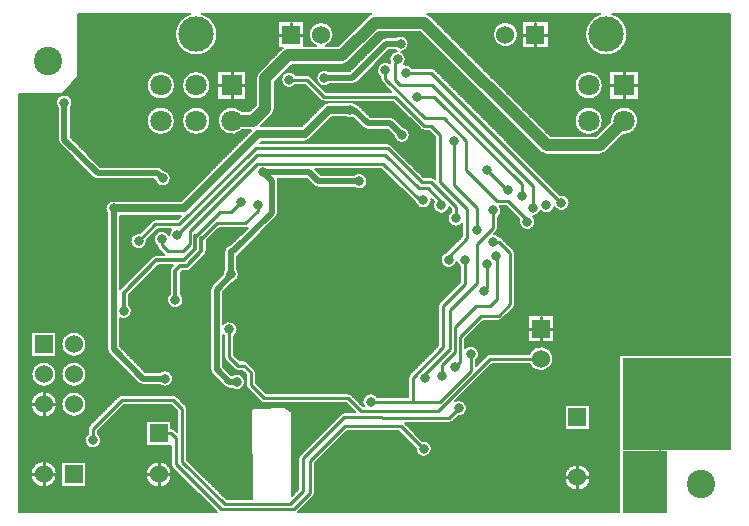
<source format=gbl>
G04 Layer_Physical_Order=2*
G04 Layer_Color=16711680*
%FSLAX24Y24*%
%MOIN*%
G70*
G01*
G75*
%ADD10C,0.0079*%
%ADD39C,0.0100*%
%ADD40C,0.0098*%
%ADD41C,0.0197*%
%ADD42C,0.0118*%
%ADD43C,0.0394*%
%ADD44C,0.0276*%
%ADD45R,0.3612X0.3051*%
%ADD46R,0.1496X0.2116*%
%ADD48C,0.0945*%
%ADD49C,0.0709*%
%ADD50R,0.0709X0.0709*%
%ADD51C,0.1181*%
%ADD52R,0.0709X0.0709*%
%ADD53C,0.0600*%
%ADD54R,0.0600X0.0600*%
%ADD55R,0.0600X0.0600*%
%ADD56C,0.0315*%
D10*
X40443Y46091D02*
G03*
X39930Y46772I-709J0D01*
G01*
X40443Y46091D02*
G03*
X39930Y46772I-709J0D01*
G01*
X39539D02*
G03*
X40443Y46091I196J-681D01*
G01*
X39539Y46772D02*
G03*
X40443Y46091I196J-681D01*
G01*
X36790Y46083D02*
G03*
X36790Y46083I-418J0D01*
G01*
X40797Y43209D02*
G03*
X39853Y43182I-472J0D01*
G01*
X40299Y42737D02*
G03*
X40797Y43209I26J472D01*
G01*
X39508Y42077D02*
G03*
X39731Y42169I0J315D01*
G01*
X39508Y42077D02*
G03*
X39731Y42169I0J315D01*
G01*
X39616Y44390D02*
G03*
X39616Y44390I-472J0D01*
G01*
Y43209D02*
G03*
X39616Y43209I-472J0D01*
G01*
X37523Y42169D02*
G03*
X37746Y42077I223J223D01*
G01*
X37523Y42169D02*
G03*
X37746Y42077I223J222D01*
G01*
X33884Y46699D02*
G03*
X33771Y46772I-223J-223D01*
G01*
X33885Y46699D02*
G03*
X33771Y46772I-223J-222D01*
G01*
X33150Y45778D02*
G03*
X32704Y45994I-276J0D01*
G01*
Y45561D02*
G03*
X32752Y45530I170J217D01*
G01*
X31898Y46772D02*
G03*
X31785Y46699I110J-295D01*
G01*
X31898Y46772D02*
G03*
X31785Y46699I110J-295D01*
G01*
X32402Y45994D02*
G03*
X32248Y45931I0J-217D01*
G01*
X32402Y45994D02*
G03*
X32248Y45930I0J-217D01*
G01*
X32898Y45503D02*
G03*
X33150Y45778I-24J275D01*
G01*
X34016Y44931D02*
G03*
X33898Y44980I-118J-118D01*
G01*
X34016Y44931D02*
G03*
X33898Y44980I-118J-118D01*
G01*
X33260D02*
G03*
X32991Y45084I-219J-167D01*
G01*
X33051Y45256D02*
G03*
X32898Y45503I-276J0D01*
G01*
X32991Y45084D02*
G03*
X33051Y45256I-215J172D01*
G01*
X32752Y45530D02*
G03*
X32530Y45132I24J-275D01*
G01*
X32530Y45111D02*
G03*
X32195Y44673I-167J-219D01*
G01*
X30388Y45699D02*
G03*
X30641Y46083I-166J384D01*
G01*
X30915Y45069D02*
G03*
X31138Y45161I0J315D01*
G01*
X30915Y45069D02*
G03*
X31138Y45162I0J315D01*
G01*
X30641Y46083D02*
G03*
X30057Y45699I-418J0D01*
G01*
X30505Y44852D02*
G03*
X30505Y44419I-170J-217D01*
G01*
X32683Y43273D02*
G03*
X32530Y43337I-153J-153D01*
G01*
X32683Y43273D02*
G03*
X32530Y43337I-153J-153D01*
G01*
X32195Y44616D02*
G03*
X32244Y44498I167J0D01*
G01*
X32195Y44616D02*
G03*
X32244Y44498I167J0D01*
G01*
X33553Y42923D02*
G03*
X33671Y42874I118J118D01*
G01*
X33553Y42923D02*
G03*
X33671Y42874I118J118D01*
G01*
X33189Y42736D02*
G03*
X32946Y43010I-276J0D01*
G01*
X32640Y42704D02*
G03*
X33189Y42736I274J33D01*
G01*
X31638Y42967D02*
G03*
X31791Y42904I153J153D01*
G01*
X31638Y42967D02*
G03*
X31791Y42904I153J153D01*
G01*
X32559Y42412D02*
G03*
X32441Y42461I-118J-118D01*
G01*
X32559Y42412D02*
G03*
X32441Y42461I-118J-118D01*
G01*
X31260Y44419D02*
G03*
X31413Y44483I0J217D01*
G01*
X31260Y44419D02*
G03*
X31413Y44483I0J217D01*
G01*
X31191Y43848D02*
G03*
X31089Y43829I0J-276D01*
G01*
X31492Y43726D02*
G03*
X31363Y43788I-153J-153D01*
G01*
X31492Y43726D02*
G03*
X31363Y43788I-153J-153D01*
G01*
D02*
G03*
X31191Y43848I-172J-215D01*
G01*
X29872Y44695D02*
G03*
X29754Y44744I-118J-118D01*
G01*
X29872Y44695D02*
G03*
X29754Y44744I-118J-118D01*
G01*
X30197Y43897D02*
G03*
X30315Y43848I118J118D01*
G01*
X30482Y43829D02*
G03*
X30301Y43754I0J-256D01*
G01*
X30482Y43829D02*
G03*
X30301Y43754I0J-256D01*
G01*
X30197Y43897D02*
G03*
X30315Y43848I118J118D01*
G01*
X31089Y43317D02*
G03*
X31290Y43316I102J256D01*
G01*
X29675Y42510D02*
G03*
X29856Y42585I0J256D01*
G01*
X29675Y42510D02*
G03*
X29856Y42585I0J256D01*
G01*
X38514Y40472D02*
G03*
X38202Y40746I-276J0D01*
G01*
X38004Y40328D02*
G03*
X38514Y40472I234J145D01*
G01*
X37546Y40195D02*
G03*
X38004Y40328I190J199D01*
G01*
X37299Y40030D02*
G03*
X37546Y40195I-6J276D01*
G01*
X37372Y39843D02*
G03*
X37299Y40030I-276J0D01*
G01*
X36837Y39935D02*
G03*
X37372Y39843I260J-92D01*
G01*
X36693Y38789D02*
G03*
X36644Y38908I-167J0D01*
G01*
X36693Y38789D02*
G03*
X36644Y38908I-167J0D01*
G01*
Y36978D02*
G03*
X36693Y37096I-118J118D01*
G01*
X36644Y36978D02*
G03*
X36693Y37096I-118J118D01*
G01*
X37967Y35280D02*
G03*
X37166Y35447I-418J0D01*
G01*
Y35112D02*
G03*
X37967Y35280I383J167D01*
G01*
X39209Y31317D02*
G03*
X39209Y31317I-439J0D01*
G01*
X36230Y40217D02*
G03*
X36181Y40374I-276J0D01*
G01*
X36122Y39998D02*
G03*
X36230Y40217I-167J219D01*
G01*
X34547Y40170D02*
G03*
X34931Y39780I167J-219D01*
G01*
X36073Y39527D02*
G03*
X36122Y39646I-118J118D01*
G01*
X36073Y39527D02*
G03*
X36122Y39646I-118J118D01*
G01*
X36260Y39292D02*
G03*
X36188Y39334I-118J-118D01*
G01*
X36260Y39292D02*
G03*
X36188Y39334I-118J-118D01*
G01*
D02*
G03*
X35993Y39447I-224J-161D01*
G01*
X34016Y41280D02*
G03*
X33898Y41329I-118J-118D01*
G01*
X33991Y40517D02*
G03*
X34501Y40322I241J-133D01*
G01*
X34016Y41280D02*
G03*
X33898Y41329I-118J-118D01*
G01*
X33907Y40551D02*
G03*
X33902Y40605I-276J0D01*
G01*
X36142Y36545D02*
G03*
X36260Y36594I0J167D01*
G01*
X36142Y36545D02*
G03*
X36260Y36594I0J167D01*
G01*
X35870Y35447D02*
G03*
X35752Y35398I0J-167D01*
G01*
X35870Y35447D02*
G03*
X35752Y35398I0J-167D01*
G01*
X35384Y35214D02*
G03*
X35492Y35433I-167J219D01*
G01*
D02*
G03*
X35030Y35635I-276J0D01*
G01*
X34745Y38505D02*
G03*
X34843Y38364I264J78D01*
G01*
X34397Y38836D02*
G03*
X34745Y38505I82J-263D01*
G01*
X34183Y37166D02*
G03*
X34134Y37047I118J-118D01*
G01*
X34183Y37166D02*
G03*
X34134Y37047I118J-118D01*
G01*
X33374Y40455D02*
G03*
X33907Y40551I258J97D01*
G01*
X31772Y41191D02*
G03*
X31326Y41407I-276J0D01*
G01*
Y40974D02*
G03*
X31772Y41191I170J217D01*
G01*
X29975Y41038D02*
G03*
X30128Y40974I153J153D01*
G01*
X29975Y41038D02*
G03*
X30128Y40974I153J153D01*
G01*
X35089Y33622D02*
G03*
X34701Y33874I-276J0D01*
G01*
X34776Y33349D02*
G03*
X35089Y33622I37J273D01*
G01*
X34500Y33141D02*
G03*
X34618Y33190I0J167D01*
G01*
X33169Y34754D02*
G03*
X33120Y34636I118J-118D01*
G01*
X34500Y33141D02*
G03*
X34618Y33190I0J167D01*
G01*
X33169Y34754D02*
G03*
X33120Y34636I118J-118D01*
G01*
X32099Y34016D02*
G03*
X31653Y33693I-219J-167D01*
G01*
X33917Y32274D02*
G03*
X33605Y32547I-276J0D01*
G01*
X33369Y32310D02*
G03*
X33917Y32274I273J-37D01*
G01*
X31240Y34075D02*
G03*
X31122Y34124I-118J-118D01*
G01*
X31240Y34075D02*
G03*
X31122Y34124I-118J-118D01*
G01*
X30994Y33484D02*
G03*
X30876Y33435I0J-167D01*
G01*
X30994Y33484D02*
G03*
X30876Y33435I0J-167D01*
G01*
X29971Y30679D02*
G03*
X30020Y30797I-118J118D01*
G01*
X29971Y30679D02*
G03*
X30020Y30797I-118J118D01*
G01*
X29518Y32077D02*
G03*
X29469Y31959I118J-118D01*
G01*
X29518Y32077D02*
G03*
X29469Y31959I118J-118D01*
G01*
X28945Y45643D02*
G03*
X28901Y45607I179J-259D01*
G01*
X28945Y45643D02*
G03*
X28901Y45606I179J-259D01*
G01*
X28144Y44849D02*
G03*
X28051Y44626I222J-223D01*
G01*
X28143Y44849D02*
G03*
X28051Y44626I223J-223D01*
G01*
X29382Y44744D02*
G03*
X29382Y44409I-219J-167D01*
G01*
X28589Y43389D02*
G03*
X28681Y43612I-223J223D01*
G01*
X28588Y43389D02*
G03*
X28681Y43612I-222J223D01*
G01*
X25867Y46772D02*
G03*
X26772Y46091I196J-681D01*
G01*
X25867Y46772D02*
G03*
X26772Y46091I196J-681D01*
G01*
D02*
G03*
X26259Y46772I-709J0D01*
G01*
X26772Y46091D02*
G03*
X26259Y46772I-709J0D01*
G01*
X27596Y43524D02*
G03*
X27596Y42894I-352J-315D01*
G01*
X26535Y44390D02*
G03*
X26535Y44390I-472J0D01*
G01*
Y43209D02*
G03*
X26535Y43209I-472J0D01*
G01*
X28789Y41191D02*
G03*
X28775Y41270I-217J0D01*
G01*
X28789Y41191D02*
G03*
X28775Y41270I-217J0D01*
G01*
X28726Y39985D02*
G03*
X28789Y40138I-153J153D01*
G01*
X28726Y39984D02*
G03*
X28789Y40138I-153J153D01*
G01*
X27697Y39626D02*
G03*
X27773Y39644I0J167D01*
G01*
X27697Y39626D02*
G03*
X27773Y39644I0J167D01*
G01*
X27490Y38091D02*
G03*
X27431Y38261I-276J0D01*
G01*
X27297Y37828D02*
G03*
X27490Y38091I-83J263D01*
G01*
X27203Y39075D02*
G03*
X26998Y38858I11J-216D01*
G01*
X27203Y39075D02*
G03*
X26998Y38858I11J-216D01*
G01*
Y38261D02*
G03*
X26939Y38082I217J-170D01*
G01*
X26356Y38730D02*
G03*
X26407Y38855I-125J125D01*
G01*
X26356Y38730D02*
G03*
X26407Y38855I-125J125D01*
G01*
X25741Y38189D02*
G03*
X25866Y38241I0J177D01*
G01*
X25741Y38189D02*
G03*
X25866Y38241I0J177D01*
G01*
X26589Y37732D02*
G03*
X26526Y37579I153J-153D01*
G01*
X26589Y37732D02*
G03*
X26526Y37579I153J-153D01*
G01*
X25354Y44390D02*
G03*
X25354Y44390I-472J0D01*
G01*
Y43209D02*
G03*
X25354Y43209I-472J0D01*
G01*
X25217Y41289D02*
G03*
X24974Y41563I-276J0D01*
G01*
X24917Y41620D02*
G03*
X24764Y41683I-153J-153D01*
G01*
X24917Y41619D02*
G03*
X24764Y41683I-153J-153D01*
G01*
X24668Y41250D02*
G03*
X25217Y41289I273J39D01*
G01*
X22622Y41314D02*
G03*
X22776Y41250I153J153D01*
G01*
X22622Y41313D02*
G03*
X22776Y41250I153J153D01*
G01*
X21939Y43809D02*
G03*
X21447Y43639I-276J0D01*
G01*
X21880D02*
G03*
X21939Y43809I-217J170D01*
G01*
X21447Y42579D02*
G03*
X21511Y42425I217J0D01*
G01*
X21447Y42579D02*
G03*
X21510Y42426I217J0D01*
G01*
X25222Y39587D02*
G03*
X25158Y39404I211J-177D01*
G01*
X24705Y39921D02*
G03*
X24586Y39872I0J-167D01*
G01*
X24705Y39921D02*
G03*
X24586Y39872I0J-167D01*
G01*
X25239Y38334D02*
G03*
X25187Y38209I125J-125D01*
G01*
X25239Y38334D02*
G03*
X25187Y38209I125J-125D01*
G01*
X25158Y39404D02*
G03*
X24754Y39042I-236J-142D01*
G01*
X25640Y37234D02*
G03*
X25541Y37445I-276J0D01*
G01*
X24754Y39042D02*
G03*
X24803Y38937I167J13D01*
G01*
X24419Y39193D02*
G03*
X24417Y39229I-276J0D01*
G01*
X24180Y39466D02*
G03*
X24419Y39193I-37J-273D01*
G01*
X24754Y39042D02*
G03*
X24803Y38937I167J13D01*
G01*
X24734Y38740D02*
G03*
X24609Y38688I0J-177D01*
G01*
X24734Y38740D02*
G03*
X24609Y38688I0J-177D01*
G01*
X23409Y40541D02*
G03*
X23091Y40115I-102J-256D01*
G01*
X27333Y36031D02*
G03*
X27441Y36250I-167J219D01*
G01*
X27766Y35168D02*
G03*
X27648Y35217I-118J-118D01*
G01*
X27766Y35168D02*
G03*
X27648Y35217I-118J-118D01*
G01*
X26959Y36068D02*
G03*
X26998Y36031I207J182D01*
G01*
Y35325D02*
G03*
X27047Y35206I167J0D01*
G01*
X26998Y35325D02*
G03*
X27047Y35206I167J0D01*
G01*
X28041Y34823D02*
G03*
X27992Y34941I-167J0D01*
G01*
X28041Y34823D02*
G03*
X27992Y34941I-167J0D01*
G01*
X27323Y34931D02*
G03*
X27441Y34882I118J118D01*
G01*
X27323Y34931D02*
G03*
X27441Y34882I118J118D01*
G01*
X27707Y34409D02*
G03*
X27756Y34291I167J0D01*
G01*
X27707Y34409D02*
G03*
X27756Y34291I167J0D01*
G01*
X27696Y34498D02*
G03*
X27253Y34717I-276J0D01*
G01*
X27250Y34282D02*
G03*
X27696Y34498I170J217D01*
G01*
X27012Y34346D02*
G03*
X27165Y34282I153J153D01*
G01*
X27012Y34345D02*
G03*
X27165Y34282I153J153D01*
G01*
X27441Y36250D02*
G03*
X26959Y36432I-276J0D01*
G01*
X25187Y37445D02*
G03*
X25640Y37234I177J-211D01*
G01*
X26526Y34921D02*
G03*
X26589Y34768I217J0D01*
G01*
X26526Y34921D02*
G03*
X26589Y34768I217J0D01*
G01*
X25295Y34616D02*
G03*
X24849Y34833I-276J0D01*
G01*
Y34400D02*
G03*
X25295Y34616I170J217D01*
G01*
X28208Y33838D02*
G03*
X28327Y33789I118J118D01*
G01*
X28208Y33838D02*
G03*
X28327Y33789I118J118D01*
G01*
X25768Y33602D02*
G03*
X25719Y33721I-167J0D01*
G01*
X25768Y33602D02*
G03*
X25719Y33721I-167J0D01*
G01*
X25414Y34026D02*
G03*
X25295Y34075I-118J-118D01*
G01*
X25414Y34026D02*
G03*
X25295Y34075I-118J-118D01*
G01*
X25345Y32914D02*
G03*
X25231Y32963I-118J-118D01*
G01*
X25345Y32914D02*
G03*
X25231Y32963I-118J-118D01*
G01*
X25217Y31751D02*
G03*
X25266Y31633I167J0D01*
G01*
X25217Y31751D02*
G03*
X25266Y31633I167J0D01*
G01*
X25252Y31417D02*
G03*
X25252Y31417I-439J0D01*
G01*
X23917Y36870D02*
G03*
X23819Y37081I-276J0D01*
G01*
X23524Y36621D02*
G03*
X23917Y36870I118J249D01*
G01*
X23091Y35600D02*
G03*
X23154Y35447I217J0D01*
G01*
X23091Y35600D02*
G03*
X23154Y35447I217J0D01*
G01*
X24138Y34463D02*
G03*
X24291Y34400I153J153D01*
G01*
X24138Y34463D02*
G03*
X24291Y34400I153J153D01*
G01*
X22402Y35758D02*
G03*
X22402Y35758I-418J0D01*
G01*
Y34758D02*
G03*
X22402Y34758I-418J0D01*
G01*
X21402D02*
G03*
X21402Y34758I-418J0D01*
G01*
X23583Y34075D02*
G03*
X23464Y34026I0J-167D01*
G01*
X23583Y34075D02*
G03*
X23464Y34026I0J-167D01*
G01*
X22500Y33061D02*
G03*
X22451Y32943I118J-118D01*
G01*
X22500Y33061D02*
G03*
X22451Y32943I118J-118D01*
G01*
Y32778D02*
G03*
X22894Y32559I167J-219D01*
G01*
D02*
G03*
X22785Y32778I-276J0D01*
G01*
X22402Y33758D02*
G03*
X22402Y33758I-418J0D01*
G01*
X21424D02*
G03*
X21424Y33758I-439J0D01*
G01*
X21418Y31427D02*
G03*
X21418Y31427I-439J0D01*
G01*
X40216Y46610D02*
Y46772D01*
X40074Y46713D02*
X43858D01*
X40165Y46653D02*
X43858D01*
X40098Y46699D02*
Y46772D01*
X40157Y46659D02*
Y46772D01*
X40394Y46350D02*
Y46772D01*
X40233Y46594D02*
X43858D01*
X40276Y46548D02*
Y46772D01*
X40335Y46467D02*
Y46772D01*
X39930D02*
X43858D01*
X39930Y46772D02*
X43858D01*
X39449Y46739D02*
Y46772D01*
X40039Y46730D02*
Y46772D01*
X39331Y46673D02*
Y46772D01*
X39390Y46710D02*
Y46772D01*
X40442Y46122D02*
X43858D01*
X40437Y46181D02*
X43858D01*
X40442Y46063D02*
X43858D01*
X40412Y46299D02*
X43858D01*
X40427Y46240D02*
X43858D01*
X40413Y45886D02*
X43858D01*
X40392Y45827D02*
X43858D01*
X40438Y46004D02*
X43858D01*
X40428Y45945D02*
X43858D01*
X40363Y46417D02*
X43858D01*
X40390Y46358D02*
X43858D01*
X40286Y46535D02*
X43858D01*
X40329Y46476D02*
X43858D01*
X40289Y45650D02*
X43858D01*
X40236Y45590D02*
X43858D01*
X40365Y45768D02*
X43858D01*
X40331Y45709D02*
X43858D01*
X39213Y46570D02*
Y46772D01*
X37795Y46522D02*
Y46772D01*
X39272Y46627D02*
Y46772D01*
X37677Y46522D02*
Y46772D01*
X37736Y46522D02*
Y46772D01*
X39094Y46395D02*
Y46772D01*
X39153Y46497D02*
Y46772D01*
X39035Y46208D02*
Y46772D01*
X37811Y45643D02*
Y46522D01*
X37559D02*
Y46772D01*
X37618Y46522D02*
Y46772D01*
X37441Y46522D02*
Y46772D01*
X37500Y46522D02*
Y46772D01*
X37382Y46522D02*
Y46772D01*
X37264Y46522D02*
Y46772D01*
X37323Y46522D02*
Y46772D01*
X37811Y46417D02*
X39105D01*
X37811Y46476D02*
X39140D01*
X37811Y46358D02*
X39078D01*
X37811Y46299D02*
X39057D01*
X37811Y46240D02*
X39042D01*
X37811Y46181D02*
X39031D01*
X37811Y45768D02*
X39103D01*
X37811Y46122D02*
X39026D01*
X37811Y46063D02*
X39026D01*
X37811Y45945D02*
X39041D01*
X37811Y45886D02*
X39056D01*
X37811Y46004D02*
X39031D01*
X37811Y45709D02*
X39137D01*
X37811Y45650D02*
X39180D01*
X37811Y45827D02*
X39077D01*
X40512Y44883D02*
Y46772D01*
X40453Y44883D02*
Y46772D01*
X40571Y44883D02*
Y46772D01*
X40394Y44883D02*
Y45831D01*
X40335Y44883D02*
Y45714D01*
X40748Y44883D02*
Y46772D01*
X40807Y44883D02*
Y46772D01*
X40630Y44883D02*
Y46772D01*
X40689Y44883D02*
Y46772D01*
X40170Y45531D02*
X43858D01*
X40216Y44883D02*
Y45571D01*
X40276Y44883D02*
Y45633D01*
X40157Y44883D02*
Y45522D01*
X39213Y44857D02*
Y45611D01*
X39272Y44845D02*
Y45554D01*
X40098Y44883D02*
Y45483D01*
X40081Y45472D02*
X43858D01*
X39943Y45413D02*
X43858D01*
X40039Y44883D02*
Y45451D01*
X39980Y44883D02*
Y45426D01*
X39921Y44883D02*
Y45407D01*
X39831Y44883D02*
X40819D01*
X39862D02*
Y45394D01*
X39803Y43132D02*
Y45385D01*
X39449Y44751D02*
Y45442D01*
X39508Y44691D02*
Y45419D01*
X39331Y44824D02*
Y45508D01*
X39390Y44793D02*
Y45471D01*
X39685Y43014D02*
Y45384D01*
X39744Y43073D02*
Y45382D01*
X39567Y44600D02*
Y45402D01*
X39626Y42955D02*
Y45390D01*
X38917Y44804D02*
Y46772D01*
X38858Y44766D02*
Y46772D01*
X38976Y44832D02*
Y46772D01*
X38740Y44635D02*
Y46772D01*
X38799Y44713D02*
Y46772D01*
X38622Y42707D02*
Y46772D01*
X38681Y44485D02*
Y46772D01*
X38504Y42707D02*
Y46772D01*
X38563Y42707D02*
Y46772D01*
X38150Y42707D02*
Y46772D01*
X38209Y42707D02*
Y46772D01*
X37854Y42729D02*
Y46772D01*
X37913Y42707D02*
Y46772D01*
X38386Y42707D02*
Y46772D01*
X38445Y42707D02*
Y46772D01*
X38268Y42707D02*
Y46772D01*
X38327Y42707D02*
Y46772D01*
X39094Y44860D02*
Y45786D01*
X39153Y44862D02*
Y45684D01*
X39035Y44850D02*
Y45973D01*
X37736Y42847D02*
Y45643D01*
X38031Y42707D02*
Y46772D01*
X38090Y42707D02*
Y46772D01*
X37972Y42707D02*
Y46772D01*
X37795Y42788D02*
Y45643D01*
X37382Y43201D02*
Y45643D01*
X37441Y43142D02*
Y45643D01*
X37264Y43320D02*
Y45643D01*
X37323Y43260D02*
Y45643D01*
X37618Y42965D02*
Y45643D01*
X37677Y42906D02*
Y45643D01*
X37500Y43083D02*
Y45643D01*
X37559Y43024D02*
Y45643D01*
X37146Y46522D02*
Y46772D01*
X37087Y46522D02*
Y46772D01*
X37205Y46522D02*
Y46772D01*
X36968Y46522D02*
Y46772D01*
X37027Y46522D02*
Y46772D01*
X36933Y45643D02*
Y46522D01*
X37811D01*
X36673Y46373D02*
Y46772D01*
X36732Y46295D02*
Y46772D01*
X33771D02*
X39539D01*
X33771Y46772D02*
X39538D01*
X33870Y46713D02*
X39395D01*
X33930Y46653D02*
X39304D01*
X33989Y46594D02*
X39236D01*
X34048Y46535D02*
X39183D01*
X36614Y46424D02*
Y46772D01*
X36778Y46181D02*
X36933D01*
X36759Y46240D02*
X36933D01*
X36788Y46122D02*
X36933D01*
X36790Y46063D02*
X36933D01*
X36741Y45886D02*
X36933D01*
Y45643D02*
X37811D01*
X36783Y46004D02*
X36933D01*
X36767Y45945D02*
X36933D01*
X36687Y46358D02*
X36933D01*
X36730Y46299D02*
X36933D01*
X36513Y46476D02*
X36933D01*
X36623Y46417D02*
X36933D01*
X36559Y45709D02*
X36933D01*
X34934Y45650D02*
X36933D01*
X36703Y45827D02*
X36933D01*
X36647Y45768D02*
X36933D01*
X36437Y46496D02*
Y46772D01*
X36378Y46501D02*
Y46772D01*
X36496Y46482D02*
Y46772D01*
X36260Y46485D02*
Y46772D01*
X36319Y46497D02*
Y46772D01*
X36201Y46464D02*
Y46772D01*
X36555Y46459D02*
Y46772D01*
X36083Y46384D02*
Y46772D01*
X36142Y46432D02*
Y46772D01*
X35965Y46176D02*
Y46772D01*
X36024Y46314D02*
Y46772D01*
X34429Y46154D02*
Y46772D01*
X34488Y46095D02*
Y46772D01*
X34665Y45918D02*
Y46772D01*
X34902Y45682D02*
Y46772D01*
X34547Y46036D02*
Y46772D01*
X34606Y45977D02*
Y46772D01*
X34697Y45886D02*
X36003D01*
X34638Y45945D02*
X35977D01*
X34757Y45827D02*
X36041D01*
X34724Y45859D02*
Y46772D01*
X34579Y46004D02*
X35961D01*
X34816Y45768D02*
X36097D01*
X34875Y45709D02*
X36185D01*
X34783Y45800D02*
Y46772D01*
X34842Y45741D02*
Y46772D01*
X34107Y46476D02*
X36231D01*
X34166Y46417D02*
X36121D01*
X34225Y46358D02*
X36058D01*
X34284Y46299D02*
X36014D01*
X34343Y46240D02*
X35985D01*
X34402Y46181D02*
X35966D01*
X34461Y46122D02*
X35956D01*
X34520Y46063D02*
X35954D01*
X36673Y43910D02*
Y45793D01*
X36614Y43969D02*
Y45742D01*
X36555Y44028D02*
Y45707D01*
X36496Y44087D02*
Y45683D01*
X36437Y44146D02*
Y45670D01*
X36850Y43733D02*
Y46772D01*
X36909Y43674D02*
Y46772D01*
X36791Y43792D02*
Y46772D01*
X36732Y43851D02*
Y45870D01*
X36201Y44383D02*
Y45701D01*
X36260Y44323D02*
Y45680D01*
X36083Y44501D02*
Y45781D01*
X36142Y44442D02*
Y45734D01*
X33885Y46699D02*
X37877Y42707D01*
X33531Y46161D02*
X37523Y42169D01*
X36319Y44264D02*
Y45668D01*
X36378Y44205D02*
Y45665D01*
X35524Y45059D02*
X43858D01*
X35465Y45118D02*
X43858D01*
X35583Y45000D02*
X43858D01*
X36968Y43615D02*
Y45643D01*
X35642Y44941D02*
X43858D01*
X37146Y43438D02*
Y45643D01*
X37205Y43379D02*
Y45643D01*
X37027Y43556D02*
Y45643D01*
X37087Y43497D02*
Y45643D01*
X35111Y45472D02*
X39388D01*
X35170Y45413D02*
X39526D01*
X34993Y45590D02*
X39232D01*
X35052Y45531D02*
X39299D01*
X35347Y45236D02*
X43858D01*
X35406Y45177D02*
X43858D01*
X35229Y45354D02*
X43858D01*
X35288Y45295D02*
X43858D01*
X35610Y44973D02*
Y46772D01*
X35551Y45032D02*
Y46772D01*
X35669Y44914D02*
Y46772D01*
X35433Y45150D02*
Y46772D01*
X35492Y45091D02*
Y46772D01*
X35846Y44737D02*
Y46772D01*
X35905Y44678D02*
Y46772D01*
X35728Y44855D02*
Y46772D01*
X35787Y44796D02*
Y46772D01*
X35079Y45505D02*
Y46772D01*
X35138Y45445D02*
Y46772D01*
X34961Y45623D02*
Y46772D01*
X35020Y45564D02*
Y46772D01*
X35315Y45268D02*
Y46772D01*
X35374Y45209D02*
Y46772D01*
X35197Y45386D02*
Y46772D01*
X35256Y45327D02*
Y46772D01*
X35965Y44619D02*
Y45989D01*
X36024Y44560D02*
Y45852D01*
X34488Y44459D02*
Y45204D01*
X34547Y44400D02*
Y45145D01*
X34724Y44223D02*
Y44968D01*
X34783Y44164D02*
Y44909D01*
X34606Y44341D02*
Y45086D01*
X34665Y44282D02*
Y45027D01*
X33040Y45177D02*
X34515D01*
X33014Y45118D02*
X34574D01*
X33048Y45295D02*
X34397D01*
X33050Y45236D02*
X34456D01*
X33244Y45000D02*
X34692D01*
X34006Y44941D02*
X34752D01*
X34429Y44518D02*
Y45263D01*
X33166Y45059D02*
X34633D01*
X40819Y44705D02*
X43858D01*
X40819Y44764D02*
X43858D01*
X40819Y44646D02*
X43858D01*
X40819Y44882D02*
X43858D01*
X40819Y44823D02*
X43858D01*
X40819Y44587D02*
X43858D01*
X40819Y44527D02*
X43858D01*
X40819Y43896D02*
Y44883D01*
Y44232D02*
X43858D01*
X40819Y44468D02*
X43858D01*
X40819Y44409D02*
X43858D01*
X40819Y44350D02*
X43858D01*
X40819Y44291D02*
X43858D01*
X40819Y43996D02*
X43858D01*
X40819Y44055D02*
X43858D01*
X40819Y43937D02*
X43858D01*
X40819Y44173D02*
X43858D01*
X40819Y44114D02*
X43858D01*
X40514Y43642D02*
X43858D01*
X40614Y43583D02*
X43858D01*
X40571Y43612D02*
Y43896D01*
X40630Y43569D02*
Y43896D01*
X40394Y43676D02*
Y43896D01*
X39831D02*
X40819D01*
X40276Y43679D02*
Y43896D01*
X40335Y43681D02*
Y43896D01*
X40453Y43663D02*
Y43896D01*
X40512Y43643D02*
Y43896D01*
X40157Y43650D02*
Y43896D01*
X40216Y43669D02*
Y43896D01*
X39616Y44409D02*
X39831D01*
X39610Y44468D02*
X39831D01*
X39614Y44350D02*
X39831D01*
X39573Y44587D02*
X39831D01*
X39596Y44527D02*
X39831D01*
Y43896D02*
Y44883D01*
X39564Y44173D02*
X39831D01*
X39606Y44291D02*
X39831D01*
X39589Y44232D02*
X39831D01*
X39496Y44705D02*
X39831D01*
X39541Y44646D02*
X39831D01*
X39333Y44823D02*
X39831D01*
X39432Y44764D02*
X39831D01*
X39527Y44114D02*
X39831D01*
X39477Y44055D02*
X39831D01*
X38799Y43532D02*
Y44067D01*
X39449Y43569D02*
Y44029D01*
X40098Y43623D02*
Y43896D01*
X39278Y43937D02*
X39831D01*
X39333Y43642D02*
X40136D01*
X39405Y43996D02*
X39831D01*
X39331Y43643D02*
Y43956D01*
X40039Y43585D02*
Y43896D01*
X39432Y43583D02*
X40036D01*
X39390Y43612D02*
Y43986D01*
X39980Y43532D02*
Y43896D01*
X39213Y43676D02*
Y43922D01*
X39153Y43681D02*
Y43917D01*
X39035Y43669D02*
Y43930D01*
X39094Y43679D02*
Y43920D01*
X38976Y43650D02*
Y43948D01*
X39272Y43663D02*
Y43935D01*
X38858Y43585D02*
Y44013D01*
X38917Y43623D02*
Y43975D01*
X40754Y43405D02*
X43858D01*
X40722Y43464D02*
X43858D01*
X40791Y43287D02*
X43858D01*
X40748Y43419D02*
Y43896D01*
X40777Y43346D02*
X43858D01*
X40787Y43110D02*
X43858D01*
X40770Y43051D02*
X43858D01*
X40797Y43228D02*
X43858D01*
X40796Y43169D02*
X43858D01*
X40689Y43510D02*
Y43896D01*
X40677Y43524D02*
X43858D01*
X39496D02*
X39973D01*
X39541Y43464D02*
X39928D01*
X39921Y43454D02*
Y43896D01*
X39573Y43405D02*
X39895D01*
X40658Y42874D02*
X43858D01*
X40586Y42815D02*
X43858D01*
X40459Y42756D02*
X43858D01*
X40745Y42992D02*
X43858D01*
X40708Y42933D02*
X43858D01*
X40140Y42579D02*
X43858D01*
X40081Y42520D02*
X43858D01*
X40258Y42697D02*
X43858D01*
X40199Y42638D02*
X43858D01*
X39904Y42342D02*
X43858D01*
X39845Y42283D02*
X43858D01*
X40022Y42461D02*
X43858D01*
X39963Y42401D02*
X43858D01*
X39786Y42224D02*
X43858D01*
X39727Y42165D02*
X43858D01*
X39731Y42169D02*
X40299Y42737D01*
X39641Y42106D02*
X43858D01*
X39862Y43304D02*
Y43896D01*
X39596Y43346D02*
X39873D01*
X39610Y43287D02*
X39859D01*
X39567Y43419D02*
Y44180D01*
X39616Y43228D02*
X39853D01*
X39614Y43169D02*
X39840D01*
X39606Y43110D02*
X39781D01*
X39589Y43051D02*
X39722D01*
X39567Y42896D02*
Y42999D01*
X39564Y42992D02*
X39663D01*
X39527Y42933D02*
X39604D01*
X38740Y43454D02*
Y44144D01*
X39508Y43510D02*
Y44089D01*
X39377Y42707D02*
X39853Y43182D01*
X39508Y42837D02*
Y42908D01*
X38681Y42707D02*
Y43113D01*
X38740Y42707D02*
Y42963D01*
X39477Y42874D02*
X39545D01*
X39405Y42815D02*
X39486D01*
X39449Y42778D02*
Y42848D01*
X39278Y42756D02*
X39427D01*
X39390Y42719D02*
Y42805D01*
X39331Y42707D02*
Y42775D01*
X38917Y42707D02*
Y42794D01*
X38976Y42707D02*
Y42767D01*
X38799Y42707D02*
Y42885D01*
X38858Y42707D02*
Y42832D01*
X39272Y42707D02*
Y42754D01*
X39213Y42707D02*
Y42741D01*
X39035Y42707D02*
Y42749D01*
X39094Y42707D02*
Y42739D01*
X36351Y44232D02*
X38698D01*
X36292Y44291D02*
X38682D01*
X36410Y44173D02*
X38724D01*
X36174Y44409D02*
X38672D01*
X36233Y44350D02*
X38673D01*
X36587Y43996D02*
X38883D01*
X36469Y44114D02*
X38760D01*
X36528Y44055D02*
X38810D01*
X35701Y44882D02*
X39831D01*
X35760Y44823D02*
X38955D01*
X35820Y44764D02*
X38855D01*
X35879Y44705D02*
X38791D01*
X35938Y44646D02*
X38747D01*
X35997Y44587D02*
X38714D01*
X36056Y44527D02*
X38692D01*
X36115Y44468D02*
X38678D01*
X36823Y43760D02*
X43858D01*
X36764Y43819D02*
X43858D01*
X36883Y43701D02*
X43858D01*
X36942Y43642D02*
X38955D01*
X37001Y43583D02*
X38855D01*
X37060Y43524D02*
X38791D01*
X37119Y43464D02*
X38747D01*
X37178Y43405D02*
X38714D01*
X37237Y43346D02*
X38692D01*
X36646Y43937D02*
X39009D01*
X36705Y43878D02*
X43858D01*
X35306Y43642D02*
X36051D01*
X35365Y43583D02*
X36110D01*
X35542Y43405D02*
X36287D01*
X35601Y43346D02*
X36346D01*
X35424Y43524D02*
X36169D01*
X35483Y43464D02*
X36228D01*
X35020Y43928D02*
Y44673D01*
X34961Y43987D02*
Y44732D01*
X34538Y44409D02*
X35283D01*
X34842Y44105D02*
Y44850D01*
X34902Y44046D02*
Y44791D01*
X35197Y43750D02*
Y44496D01*
X35256Y43691D02*
Y44437D01*
X35079Y43869D02*
Y44614D01*
X35138Y43810D02*
Y44555D01*
X34184Y44764D02*
X34929D01*
X34243Y44705D02*
X34988D01*
X34065Y44882D02*
X34811D01*
X34125Y44823D02*
X34870D01*
X34420Y44527D02*
X35165D01*
X34479Y44468D02*
X35224D01*
X34302Y44646D02*
X35047D01*
X34361Y44587D02*
X35106D01*
X35188Y43760D02*
X35933D01*
X35128Y43819D02*
X35874D01*
X35247Y43701D02*
X35992D01*
X35315Y43632D02*
Y44377D01*
X35069Y43878D02*
X35815D01*
X35492Y43455D02*
Y44200D01*
X35551Y43396D02*
Y44141D01*
X35374Y43573D02*
Y44318D01*
X35433Y43514D02*
Y44259D01*
X34715Y44232D02*
X35460D01*
X34774Y44173D02*
X35519D01*
X34597Y44350D02*
X35342D01*
X34656Y44291D02*
X35401D01*
X34951Y43996D02*
X35696D01*
X35010Y43937D02*
X35755D01*
X34833Y44114D02*
X35578D01*
X34892Y44055D02*
X35637D01*
X37650Y42933D02*
X38760D01*
X37591Y42992D02*
X38724D01*
X37709Y42874D02*
X38810D01*
X38681Y43304D02*
Y44294D01*
X37532Y43051D02*
X38698D01*
X37877Y42707D02*
X39377D01*
X37768Y42815D02*
X38883D01*
X37827Y42756D02*
X39009D01*
X37296Y43287D02*
X38678D01*
X37473Y43110D02*
X38682D01*
X37355Y43228D02*
X38672D01*
X37414Y43169D02*
X38673D01*
X37027Y41920D02*
Y42665D01*
X36310Y42638D02*
X37055D01*
X36968Y41979D02*
Y42724D01*
X36251Y42697D02*
X36996D01*
X37746Y42077D02*
X39508D01*
X36900Y42047D02*
X43858D01*
X36841Y42106D02*
X37613D01*
X36959Y41988D02*
X43858D01*
X37018Y41929D02*
X43858D01*
X37087Y41861D02*
Y42606D01*
X37077Y41870D02*
X43858D01*
X36487Y42461D02*
X37232D01*
X36546Y42401D02*
X37291D01*
X36369Y42579D02*
X37114D01*
X36428Y42520D02*
X37173D01*
X36723Y42224D02*
X37468D01*
X36782Y42165D02*
X37527D01*
X36605Y42342D02*
X37350D01*
X36664Y42283D02*
X37409D01*
X36142Y42806D02*
Y43551D01*
X36083Y42865D02*
Y43610D01*
X36201Y42747D02*
Y43492D01*
X35965Y42983D02*
Y43728D01*
X36024Y42924D02*
Y43669D01*
X36378Y42569D02*
Y43314D01*
X36437Y42510D02*
Y43255D01*
X36260Y42687D02*
Y43433D01*
X36319Y42628D02*
Y43374D01*
X35660Y43287D02*
X36405D01*
X35719Y43228D02*
X36464D01*
X35610Y43337D02*
Y44082D01*
X35669Y43278D02*
Y44023D01*
X35846Y43101D02*
Y43846D01*
X35905Y43042D02*
Y43787D01*
X35728Y43219D02*
Y43964D01*
X35787Y43160D02*
Y43905D01*
X36614Y42333D02*
Y43078D01*
X36673Y42274D02*
Y43019D01*
X36496Y42451D02*
Y43196D01*
X36555Y42392D02*
Y43137D01*
X36850Y42097D02*
Y42842D01*
X36909Y42038D02*
Y42783D01*
X36732Y42215D02*
Y42960D01*
X36791Y42156D02*
Y42901D01*
X35896Y43051D02*
X36641D01*
X35955Y42992D02*
X36700D01*
X35778Y43169D02*
X36523D01*
X35837Y43110D02*
X36582D01*
X36132Y42815D02*
X36878D01*
X36191Y42756D02*
X36937D01*
X36014Y42933D02*
X36759D01*
X36073Y42874D02*
X36818D01*
X34075Y46508D02*
Y46772D01*
X34016Y46568D02*
Y46772D01*
X34134Y46449D02*
Y46772D01*
X33898Y46686D02*
Y46772D01*
X33957Y46627D02*
Y46772D01*
X34311Y46272D02*
Y46772D01*
X34370Y46213D02*
Y46772D01*
X34193Y46390D02*
Y46772D01*
X34252Y46331D02*
Y46772D01*
X33839Y46737D02*
Y46772D01*
X32894Y46052D02*
Y46161D01*
X32953Y46042D02*
Y46161D01*
X33130Y45880D02*
Y46161D01*
X32776Y46035D02*
Y46161D01*
X32835Y46050D02*
Y46161D01*
X33127Y45886D02*
X33807D01*
X33093Y45945D02*
X33748D01*
X33145Y45827D02*
X33866D01*
X33071Y45971D02*
Y46161D01*
X33031Y46004D02*
X33689D01*
X33118Y45650D02*
X34043D01*
X33076Y45590D02*
X34102D01*
X33149Y45768D02*
X33925D01*
X33141Y45709D02*
X33984D01*
X32099Y46122D02*
X33570D01*
X32040Y46063D02*
X33629D01*
X33012Y46016D02*
Y46161D01*
X32138D02*
X33531D01*
X32998Y45531D02*
X34161D01*
X32462D02*
X32750D01*
X32657Y45994D02*
Y46161D01*
X32598Y45994D02*
Y46161D01*
X32716Y46004D02*
Y46161D01*
X32480Y45994D02*
Y46161D01*
X32539Y45994D02*
Y46161D01*
X32362Y45990D02*
Y46161D01*
X32421Y45994D02*
Y46161D01*
X32244Y45926D02*
Y46161D01*
X32303Y45970D02*
Y46161D01*
X31772Y46686D02*
Y46772D01*
X31831Y46737D02*
Y46772D01*
X31713Y46626D02*
Y46772D01*
X32185Y45867D02*
Y46161D01*
X31594Y46508D02*
Y46772D01*
X31653Y46567D02*
Y46772D01*
X32402Y45994D02*
X32704D01*
X31981Y46004D02*
X32717D01*
X32126Y45808D02*
Y46149D01*
X32067Y45749D02*
Y46090D01*
X32491Y45561D02*
X32704D01*
X32008Y45690D02*
Y46031D01*
X31949Y45631D02*
Y45972D01*
X31922Y45945D02*
X32264D01*
X31863Y45886D02*
X32204D01*
X31804Y45827D02*
X32144D01*
X31745Y45768D02*
X32085D01*
X31685Y45709D02*
X32026D01*
X31626Y45650D02*
X31967D01*
X31890Y45572D02*
Y45913D01*
X31831Y45513D02*
Y45854D01*
X33720Y44980D02*
Y45972D01*
X33661Y44980D02*
Y46031D01*
X33779Y44980D02*
Y45913D01*
X33543Y44980D02*
Y46149D01*
X33602Y44980D02*
Y46090D01*
X33957Y44970D02*
Y45736D01*
X34016Y44932D02*
Y45677D01*
X33839Y44980D02*
Y45854D01*
X33898Y44980D02*
Y45795D01*
X33189Y45046D02*
Y46161D01*
X33248Y44995D02*
Y46161D01*
X33130Y45074D02*
Y45675D01*
X33425Y44980D02*
Y46161D01*
X33484Y44980D02*
Y46161D01*
X33307Y44980D02*
Y46161D01*
X33366Y44980D02*
Y46161D01*
X34134Y44813D02*
Y45559D01*
X34075Y44873D02*
Y45618D01*
X33260Y44980D02*
X33898D01*
X34311Y44636D02*
Y45381D01*
X34370Y44577D02*
Y45322D01*
X34193Y44754D02*
Y45500D01*
X34252Y44695D02*
Y45440D01*
X33002Y45413D02*
X34279D01*
X33033Y45354D02*
X34338D01*
X33012Y45398D02*
Y45539D01*
X32946Y45472D02*
X34220D01*
X33071Y45087D02*
Y45585D01*
X32953Y45467D02*
Y45513D01*
X32657Y45505D02*
Y45561D01*
X32403Y45472D02*
X32605D01*
X32539Y45398D02*
Y45561D01*
X32598Y45467D02*
Y45561D01*
X32480Y45141D02*
Y45550D01*
X32421Y45161D02*
Y45491D01*
X32362Y45167D02*
Y45432D01*
X32344Y45413D02*
X32549D01*
X32284Y45354D02*
X32518D01*
X31772Y45454D02*
Y45795D01*
X31713Y45395D02*
Y45736D01*
X32303Y45161D02*
Y45373D01*
X32244Y45141D02*
Y45314D01*
X31653Y45336D02*
Y45677D01*
X31594Y45277D02*
Y45618D01*
X32225Y45295D02*
X32503D01*
X32107Y45177D02*
X32512D01*
X32166Y45236D02*
X32501D01*
X32048Y45118D02*
X32205D01*
X32185Y45103D02*
Y45255D01*
X32126Y45034D02*
Y45196D01*
X32067Y44183D02*
Y45137D01*
X31989Y45059D02*
X32143D01*
X31930Y45000D02*
X32109D01*
X31871Y44941D02*
X32091D01*
X31812Y44882D02*
X32087D01*
X32008Y44183D02*
Y45078D01*
X31949Y44183D02*
Y45019D01*
X31890Y44183D02*
Y44959D01*
X31831Y44183D02*
Y44900D01*
X31476Y46390D02*
Y46772D01*
X31417Y46331D02*
Y46772D01*
X31535Y46449D02*
Y46772D01*
X31299Y46213D02*
Y46772D01*
X31358Y46272D02*
Y46772D01*
X31181Y46095D02*
Y46772D01*
X31240Y46154D02*
Y46772D01*
X31063Y45977D02*
Y46772D01*
X31122Y46036D02*
Y46772D01*
X30945Y45859D02*
Y46772D01*
X31004Y45918D02*
Y46772D01*
X30531Y46364D02*
Y46772D01*
X30590Y46281D02*
Y46772D01*
X30768Y45699D02*
Y46772D01*
X30827Y45741D02*
Y46772D01*
X30650Y45699D02*
Y46772D01*
X30709Y45699D02*
Y46772D01*
X30629Y46181D02*
X31267D01*
X30610Y46240D02*
X31326D01*
X30639Y46122D02*
X31208D01*
X30640Y46063D02*
X31149D01*
X30633Y46004D02*
X31090D01*
X30785Y45699D02*
X31785Y46699D01*
X30617Y45945D02*
X31031D01*
X30886Y45800D02*
Y46772D01*
X30591Y45886D02*
X30972D01*
X30363Y46476D02*
X31562D01*
X30473Y46417D02*
X31503D01*
X30537Y46358D02*
X31444D01*
X30580Y46299D02*
X31385D01*
X30553Y45827D02*
X30913D01*
X30497Y45768D02*
X30854D01*
X30590Y45699D02*
Y45884D01*
X30409Y45709D02*
X30795D01*
X30295Y46494D02*
Y46772D01*
X30236Y46501D02*
Y46772D01*
X30354Y46479D02*
Y46772D01*
X30118Y46488D02*
Y46772D01*
X30177Y46498D02*
Y46772D01*
X30413Y46455D02*
Y46772D01*
X30472Y46418D02*
Y46772D01*
X30000Y46437D02*
Y46772D01*
X30059Y46468D02*
Y46772D01*
X29468Y46522D02*
Y46772D01*
X29527Y46522D02*
Y46772D01*
X29291Y46522D02*
Y46772D01*
X29409Y46522D02*
Y46772D01*
X29882Y46325D02*
Y46772D01*
X29941Y46392D02*
Y46772D01*
X29350Y46522D02*
Y46772D01*
X29823Y46205D02*
Y46772D01*
X29662Y46417D02*
X29972D01*
X29662Y46476D02*
X30081D01*
X29662Y46358D02*
X29908D01*
X29662Y46299D02*
X29865D01*
X29662Y46240D02*
X29835D01*
X29662Y45827D02*
X29892D01*
X30531Y45699D02*
Y45801D01*
X29662Y46181D02*
X29816D01*
X29662Y46122D02*
X29806D01*
X29662Y46063D02*
X29805D01*
X29662Y46004D02*
X29812D01*
X29587Y46522D02*
Y46772D01*
X29646Y46522D02*
Y46772D01*
X29662Y45768D02*
X29948D01*
X29662Y45709D02*
X30036D01*
X29662Y45945D02*
X29828D01*
X29662Y45886D02*
X29854D01*
X31567Y45590D02*
X31908D01*
X31508Y45531D02*
X31849D01*
X31449Y45472D02*
X31790D01*
X31535Y45218D02*
Y45558D01*
X31390Y45413D02*
X31731D01*
X31413Y44483D02*
X32491Y45561D01*
X31476Y45159D02*
Y45499D01*
X31417Y45099D02*
Y45440D01*
X31358Y45040D02*
Y45381D01*
X31331Y45354D02*
X31672D01*
X31272Y45295D02*
X31613D01*
X30388Y45699D02*
X30785D01*
X31138Y45162D02*
X32138Y46161D01*
X31170Y44852D02*
X32248Y45930D01*
X31299Y44981D02*
Y45322D01*
X31240Y44922D02*
Y45263D01*
X31213Y45236D02*
X31554D01*
X31154Y45177D02*
X31495D01*
X31084Y45118D02*
X31436D01*
X31181Y44863D02*
Y45204D01*
X31122Y44852D02*
Y45146D01*
X31063Y44852D02*
Y45106D01*
X31004Y44852D02*
Y45082D01*
X30945Y44852D02*
Y45070D01*
X30459Y44882D02*
X31200D01*
X30827Y44852D02*
Y45069D01*
X29254D02*
X30915D01*
X30768Y44852D02*
Y45069D01*
X30886Y44852D02*
Y45069D01*
X30650Y44852D02*
Y45069D01*
X30709Y44852D02*
Y45069D01*
X30472Y45699D02*
Y45747D01*
X30295Y44909D02*
Y45069D01*
X30236Y44893D02*
Y45069D01*
X29941Y45699D02*
Y45774D01*
X30177Y44862D02*
Y45069D01*
X30531Y44852D02*
Y45069D01*
X30590Y44852D02*
Y45069D01*
X30059Y44508D02*
Y45069D01*
X30118Y44806D02*
Y45069D01*
X29882Y45699D02*
Y45840D01*
X29764Y45699D02*
Y46772D01*
X29823Y45699D02*
Y45960D01*
X29705Y45699D02*
Y46772D01*
X29662Y45699D02*
X30057D01*
X29662D02*
Y46522D01*
X29291Y44821D02*
Y45069D01*
X30413Y44900D02*
Y45069D01*
X30472Y44875D02*
Y45069D01*
X29823Y44729D02*
Y45069D01*
X30354Y44911D02*
Y45069D01*
X30000Y44567D02*
Y45069D01*
X29882Y44686D02*
Y45069D01*
X29941Y44626D02*
Y45069D01*
X29468Y44744D02*
Y45069D01*
X29527Y44744D02*
Y45069D01*
X29350Y44779D02*
Y45069D01*
X29409Y44744D02*
Y45069D01*
X29705Y44744D02*
Y45069D01*
X29764Y44744D02*
Y45069D01*
X29587Y44744D02*
Y45069D01*
X29646Y44744D02*
Y45069D01*
X32539Y43336D02*
Y43848D01*
X32480Y44183D02*
Y44261D01*
Y43337D02*
Y43848D01*
X32421Y44183D02*
Y44321D01*
Y43337D02*
Y43848D01*
X32716Y43239D02*
Y43759D01*
X32776Y43180D02*
Y43700D01*
X32598Y43325D02*
Y43848D01*
X32657Y43295D02*
Y43819D01*
X32244Y44498D02*
X32559Y44183D01*
X31448Y43760D02*
X32716D01*
X32303Y44183D02*
Y44439D01*
X32362Y44183D02*
Y44380D01*
X31517Y43701D02*
X32775D01*
X31576Y43642D02*
X32834D01*
X32303Y43337D02*
Y43848D01*
X32362Y43337D02*
Y43848D01*
X32787Y43169D02*
X33307D01*
X32728Y43228D02*
X33248D01*
X32846Y43110D02*
X33366D01*
X32835Y43121D02*
Y43641D01*
X32667Y43287D02*
X33189D01*
X32953Y43009D02*
Y43523D01*
X32905Y43051D02*
X33425D01*
X32894Y43062D02*
Y43582D01*
X32683Y43273D02*
X32946Y43010D01*
X31753Y43464D02*
X33011D01*
X31812Y43405D02*
X33071D01*
X31635Y43583D02*
X32893D01*
X31694Y43524D02*
X32952D01*
X31871Y43346D02*
X33130D01*
X31881Y43337D02*
X32530D01*
X32195Y44616D02*
Y44673D01*
X31753Y44823D02*
X32095D01*
X31694Y44764D02*
X32118D01*
X32126Y44183D02*
Y44750D01*
X32185Y44183D02*
Y44681D01*
X31772Y44183D02*
Y44841D01*
X31713Y44183D02*
Y44782D01*
X31517Y44587D02*
X32198D01*
X31458Y44527D02*
X32220D01*
X31635Y44705D02*
X32160D01*
X31576Y44646D02*
X32195D01*
X31653Y44183D02*
Y44723D01*
X31594Y44183D02*
Y44664D01*
X31535Y44183D02*
Y44605D01*
X31476Y44183D02*
Y44546D01*
X32244Y43337D02*
Y43848D01*
Y44183D02*
Y44498D01*
X32185Y43337D02*
Y43848D01*
X31831Y43387D02*
Y43848D01*
X32126Y43337D02*
Y43848D01*
X32008Y43337D02*
Y43848D01*
X32067Y43337D02*
Y43848D01*
X31890Y43337D02*
Y43848D01*
X31949Y43337D02*
Y43848D01*
X31535Y43682D02*
Y43848D01*
X31594Y43623D02*
Y43848D01*
X31417Y43775D02*
Y43848D01*
X31476Y43740D02*
Y43848D01*
X31772Y43446D02*
Y43848D01*
X31492Y43726D02*
X31881Y43337D01*
X31653Y43564D02*
Y43848D01*
X31713Y43505D02*
Y43848D01*
X33671Y42874D02*
X33818D01*
X33152Y42874D02*
X33819D01*
X33178Y42815D02*
X33878D01*
X33818Y42874D02*
X34035Y42657D01*
X33186Y42697D02*
X33996D01*
X33189Y42742D02*
Y43287D01*
X33188Y42756D02*
X33937D01*
X33016Y42992D02*
X33484D01*
X33106Y42933D02*
X33543D01*
X33012Y42994D02*
Y43464D01*
X33071Y42962D02*
Y43405D01*
X32628Y43848D02*
X33553Y42923D01*
X33130Y42907D02*
Y43346D01*
X33171Y42638D02*
X34035D01*
X33139Y42579D02*
X34035D01*
X33084Y42520D02*
X34035D01*
X33012Y41959D02*
Y42479D01*
X32983Y41988D02*
X34035D01*
X33042Y41929D02*
X34035D01*
X33101Y41870D02*
X34035D01*
X33130Y41841D02*
Y42566D01*
X33071Y41900D02*
Y42510D01*
X32628Y42342D02*
X34035D01*
X32687Y42283D02*
X34035D01*
X32446Y42461D02*
X34035D01*
X32569Y42401D02*
X34035D01*
X32865Y42106D02*
X34035D01*
X32924Y42047D02*
X34035D01*
X32747Y42224D02*
X34035D01*
X32806Y42165D02*
X34035D01*
X32421Y42461D02*
Y42904D01*
X31791D02*
X32440D01*
X32640Y42704D01*
X32303Y42461D02*
Y42904D01*
X32362Y42461D02*
Y42904D01*
X32185Y42461D02*
Y42904D01*
X32244Y42461D02*
Y42904D01*
X31772Y42461D02*
Y42904D01*
X31949Y42461D02*
Y42904D01*
X31417Y42461D02*
Y43188D01*
X31653Y42461D02*
Y42953D01*
X31594Y42461D02*
Y43011D01*
X31713Y42461D02*
Y42918D01*
X31476Y42461D02*
Y43129D01*
X31535Y42461D02*
Y43070D01*
X32657Y42313D02*
Y42634D01*
X32716Y42254D02*
Y42543D01*
X32539Y42429D02*
Y42804D01*
X32598Y42373D02*
Y42745D01*
X32953Y42018D02*
Y42463D01*
X32894Y42077D02*
Y42461D01*
X32776Y42195D02*
Y42498D01*
X32835Y42136D02*
Y42472D01*
X32067Y42461D02*
Y42904D01*
X32126Y42461D02*
Y42904D01*
X31831Y42461D02*
Y42904D01*
X32008Y42461D02*
Y42904D01*
X31890Y42461D02*
Y42904D01*
X32480Y42456D02*
Y42863D01*
X31397Y44468D02*
X32273D01*
X31358Y44183D02*
Y44443D01*
X30945Y44183D02*
Y44419D01*
X31417Y44183D02*
Y44487D01*
X31299Y44183D02*
Y44423D01*
X31063Y44183D02*
Y44419D01*
X31240Y44183D02*
Y44419D01*
X30505Y44852D02*
X31170D01*
X30505Y44419D02*
X31260D01*
X30768Y44183D02*
Y44419D01*
X30827Y44183D02*
Y44419D01*
X30709Y44183D02*
Y44419D01*
X30886Y44183D02*
Y44419D01*
X30590Y44183D02*
Y44419D01*
X30650Y44183D02*
Y44419D01*
X31191Y43848D02*
X32628D01*
X31315Y43819D02*
X32657D01*
X31122Y44183D02*
Y44419D01*
X31181Y44183D02*
Y44419D01*
X31358Y43792D02*
Y43848D01*
X30276Y44291D02*
X32450D01*
X30335Y44232D02*
X32510D01*
X30492Y44409D02*
X32332D01*
X30217Y44350D02*
X32391D01*
X30384Y44183D02*
X32559D01*
X30315Y43848D02*
X31191D01*
X31004Y44183D02*
Y44419D01*
X30482Y43829D02*
X31089D01*
X30040Y44527D02*
X30081D01*
X29862Y44705D02*
X30068D01*
X30236Y44331D02*
Y44378D01*
X29922Y44646D02*
X30059D01*
X29981Y44587D02*
X30064D01*
X30531Y44183D02*
Y44419D01*
X30472Y44183D02*
Y44397D01*
X29872Y44695D02*
X30384Y44183D01*
X30413D02*
Y44372D01*
X29288Y44823D02*
X30132D01*
X29366Y44764D02*
X30091D01*
X29382Y44744D02*
X29754D01*
X29685Y44409D02*
X30197Y43897D01*
X29382Y44409D02*
X29685D01*
X29382Y44409D02*
X29685D01*
X30354Y44213D02*
Y44361D01*
Y43794D02*
Y43848D01*
X30295Y44272D02*
Y44363D01*
X30236Y43689D02*
Y43868D01*
X30295Y43748D02*
Y43850D01*
X30177Y43630D02*
Y43917D01*
X29320Y44350D02*
X29744D01*
X30118Y43571D02*
Y43976D01*
X30000Y43452D02*
Y44094D01*
X30059Y43511D02*
Y44035D01*
X29882Y43334D02*
Y44212D01*
X29941Y43393D02*
Y44153D01*
X31290Y43316D02*
X31638Y42967D01*
X31299Y42461D02*
Y43306D01*
X31240Y42461D02*
Y43302D01*
X31181Y42461D02*
Y43297D01*
X31063Y42461D02*
Y43317D01*
X31122Y42461D02*
Y43306D01*
X30945Y42461D02*
Y43317D01*
X31004Y42461D02*
Y43317D01*
X30827Y42461D02*
Y43317D01*
X30588D02*
X31089D01*
X29856Y42585D02*
X30588Y43317D01*
X30768Y42461D02*
Y43317D01*
X30709Y42461D02*
Y43317D01*
X30886Y42461D02*
Y43317D01*
X30590Y42461D02*
Y43317D01*
X30650Y42461D02*
Y43317D01*
X30441Y43169D02*
X31436D01*
X30382Y43110D02*
X31495D01*
X30322Y43051D02*
X31554D01*
X30559Y43287D02*
X31318D01*
X30500Y43228D02*
X31377D01*
X31358Y42461D02*
Y43247D01*
X30263Y42992D02*
X31613D01*
X30531Y42461D02*
Y43260D01*
X30472Y42461D02*
Y43201D01*
X30086Y42815D02*
X32529D01*
X30027Y42756D02*
X32588D01*
X30204Y42933D02*
X31682D01*
X30145Y42874D02*
X32469D01*
X29850Y42579D02*
X32687D01*
X29745Y42520D02*
X32743D01*
X29968Y42697D02*
X32641D01*
X29909Y42638D02*
X32656D01*
X30354Y42461D02*
Y43083D01*
X29823Y43275D02*
Y44271D01*
X30295Y42461D02*
Y43024D01*
X29705Y43157D02*
Y44389D01*
X29764Y43216D02*
Y44330D01*
X30413Y42461D02*
Y43142D01*
X30236Y42461D02*
Y42965D01*
X30177Y42461D02*
Y42906D01*
X30118Y42461D02*
Y42847D01*
X29646Y43098D02*
Y44409D01*
X29569Y43022D02*
X30301Y43754D01*
X29527Y43022D02*
Y44409D01*
X29587Y43039D02*
Y44409D01*
X29409Y43022D02*
Y44409D01*
X29468Y43022D02*
Y44409D01*
X29350Y43022D02*
Y44374D01*
X29291Y43022D02*
Y44333D01*
X29823Y42461D02*
Y42557D01*
X29764Y42461D02*
Y42526D01*
X29705Y42461D02*
Y42512D01*
X30059Y42461D02*
Y42788D01*
X30000Y42461D02*
Y42729D01*
X29941Y42461D02*
Y42670D01*
X29882Y42461D02*
Y42610D01*
X29646Y42461D02*
Y42510D01*
X29527Y42461D02*
Y42510D01*
X29587Y42461D02*
Y42510D01*
X29409Y42461D02*
Y42510D01*
X29468Y42461D02*
Y42510D01*
X29291Y42461D02*
Y42510D01*
X29350Y42461D02*
Y42510D01*
X42224Y35404D02*
Y46772D01*
X42165Y35404D02*
Y46772D01*
X42283Y35404D02*
Y46772D01*
X42047Y35404D02*
Y46772D01*
X42106Y35404D02*
Y46772D01*
X42461Y35404D02*
Y46772D01*
X42520Y35404D02*
Y46772D01*
X42342Y35404D02*
Y46772D01*
X42401Y35404D02*
Y46772D01*
X41339Y35404D02*
Y46772D01*
X41398Y35404D02*
Y46772D01*
X41220Y35404D02*
Y46772D01*
X41279Y35404D02*
Y46772D01*
X41634Y35404D02*
Y46772D01*
X41988Y35404D02*
Y46772D01*
X41457Y35404D02*
Y46772D01*
X41516Y35404D02*
Y46772D01*
X38511Y40512D02*
X43858D01*
X38496Y40571D02*
X43858D01*
X38513Y40453D02*
X43858D01*
X38409Y40689D02*
X43858D01*
X38464Y40630D02*
X43858D01*
X38502Y40394D02*
X43858D01*
X38477Y40335D02*
X43858D01*
X41575Y35404D02*
Y46772D01*
X38431Y40276D02*
X43858D01*
X38022Y40925D02*
X43858D01*
X38081Y40866D02*
X43858D01*
X37904Y41043D02*
X43858D01*
X37963Y40984D02*
X43858D01*
X38340Y40216D02*
X43858D01*
X37878Y40157D02*
X43858D01*
X38140Y40807D02*
X43858D01*
X38245Y40748D02*
X43858D01*
X40925Y35404D02*
Y46772D01*
X40866Y35404D02*
Y46772D01*
X40807Y35404D02*
Y43896D01*
X40748Y35404D02*
Y42999D01*
X40689Y35404D02*
Y42908D01*
X41102Y35404D02*
Y46772D01*
X41161Y35404D02*
Y46772D01*
X40984Y35404D02*
Y46772D01*
X41043Y35404D02*
Y46772D01*
X40394Y35404D02*
Y42741D01*
X40335Y35404D02*
Y42736D01*
X38090Y40857D02*
Y42077D01*
X38504Y40546D02*
Y42077D01*
X40630Y35404D02*
Y42848D01*
X40571Y35404D02*
Y42805D01*
X40512Y35404D02*
Y42775D01*
X40453Y35404D02*
Y42754D01*
X38268Y40746D02*
Y42077D01*
X38209Y40746D02*
Y42077D01*
X38199Y40748D02*
X38231D01*
X38031Y40916D02*
Y42077D01*
X38150Y40798D02*
Y42077D01*
X38445Y40655D02*
Y42077D01*
X38327Y40733D02*
Y42077D01*
X38386Y40705D02*
Y42077D01*
X37985Y40276D02*
X38045D01*
X37947Y40216D02*
X38136D01*
X37913Y41034D02*
Y42077D01*
X37972Y40975D02*
Y42077D01*
Y36719D02*
Y40252D01*
X37913Y36719D02*
Y40183D01*
X37854Y36719D02*
Y40145D01*
X43583Y35404D02*
Y46772D01*
X43524Y35404D02*
Y46772D01*
X43642Y35404D02*
Y46772D01*
X43405Y35404D02*
Y46772D01*
X43464Y35404D02*
Y46772D01*
X43819Y35404D02*
Y46772D01*
X43858Y35404D02*
Y46772D01*
X43701Y35404D02*
Y46772D01*
X43760Y35404D02*
Y46772D01*
X43051Y35404D02*
Y46772D01*
X43110Y35404D02*
Y46772D01*
X42933Y35404D02*
Y46772D01*
X42992Y35404D02*
Y46772D01*
X43287Y35404D02*
Y46772D01*
X43346Y35404D02*
Y46772D01*
X43169Y35404D02*
Y46772D01*
X43228Y35404D02*
Y46772D01*
X42579Y35404D02*
Y46772D01*
X41929Y35404D02*
Y46772D01*
X42638Y35404D02*
Y46772D01*
X41811Y35404D02*
Y46772D01*
X41870Y35404D02*
Y46772D01*
X42815Y35404D02*
Y46772D01*
X42874Y35404D02*
Y46772D01*
X42697Y35404D02*
Y46772D01*
X42756Y35404D02*
Y46772D01*
X41693Y35404D02*
Y46772D01*
X41752Y35404D02*
Y46772D01*
X40276Y35404D02*
Y42714D01*
X40216Y35404D02*
Y42655D01*
X40157Y30157D02*
Y42596D01*
X40098Y30157D02*
Y42537D01*
X40039Y30157D02*
Y42478D01*
X39980Y30157D02*
Y42419D01*
X39685Y30157D02*
Y42131D01*
X39626Y30157D02*
Y42100D01*
X39567Y30157D02*
Y42082D01*
X39449Y30157D02*
Y42077D01*
X39508Y30157D02*
Y42077D01*
X39921Y30157D02*
Y42360D01*
X39862Y30157D02*
Y42301D01*
X39803Y30157D02*
Y42242D01*
X39744Y30157D02*
Y42182D01*
X39094Y33735D02*
Y42077D01*
X39153Y33735D02*
Y42077D01*
X38976Y33735D02*
Y42077D01*
X39035Y33735D02*
Y42077D01*
X39331Y30157D02*
Y42077D01*
X39390Y30157D02*
Y42077D01*
X39213Y30157D02*
Y42077D01*
X39272Y30157D02*
Y42077D01*
X38622Y33735D02*
Y42077D01*
X38681Y33735D02*
Y42077D01*
X38563Y33735D02*
Y42077D01*
X38504Y33735D02*
Y40399D01*
X38858Y33735D02*
Y42077D01*
X38917Y33735D02*
Y42077D01*
X38740Y33735D02*
Y42077D01*
X38799Y33735D02*
Y42077D01*
X38445Y33735D02*
Y40290D01*
X38386Y33735D02*
Y40240D01*
X38327Y30157D02*
Y40211D01*
X38268Y30157D02*
Y40198D01*
X38150Y30157D02*
Y40212D01*
X38209Y30157D02*
Y40198D01*
X38031Y30157D02*
Y40290D01*
X38090Y30157D02*
Y40240D01*
X37668Y41279D02*
X43858D01*
X37609Y41339D02*
X43858D01*
X37727Y41220D02*
X43858D01*
X37491Y41457D02*
X43858D01*
X37550Y41398D02*
X43858D01*
X37786Y41161D02*
X43858D01*
X37845Y41102D02*
X43858D01*
X37854Y41093D02*
Y42077D01*
X37254Y41693D02*
X43858D01*
X37313Y41634D02*
X43858D01*
X37136Y41811D02*
X43858D01*
X37195Y41752D02*
X43858D01*
X37373Y41575D02*
X43858D01*
X37432Y41516D02*
X43858D01*
X34016Y44931D02*
X38202Y40746D01*
X37476Y40098D02*
X43858D01*
X37371Y39862D02*
X43858D01*
X37361Y39921D02*
X43858D01*
X37369Y39803D02*
X43858D01*
X37366Y40039D02*
X43858D01*
X37335Y39980D02*
X43858D01*
X37267Y39626D02*
X43858D01*
X36457Y39094D02*
X43858D01*
X37354Y39744D02*
X43858D01*
X37323Y39685D02*
X43858D01*
X35994Y39449D02*
X43858D01*
X36135Y39390D02*
X43858D01*
X36102Y39567D02*
X43858D01*
X36053Y39508D02*
X43858D01*
X36339Y39213D02*
X43858D01*
X36398Y39153D02*
X43858D01*
X36198Y39331D02*
X43858D01*
X36280Y39272D02*
X43858D01*
X37500Y41447D02*
Y42192D01*
X37441Y41506D02*
Y42252D01*
X37559Y41388D02*
Y42138D01*
X37323Y41624D02*
Y42370D01*
X37382Y41565D02*
Y42311D01*
X37736Y41211D02*
Y42077D01*
X37795Y41152D02*
Y42077D01*
X37618Y41329D02*
Y42104D01*
X37677Y41270D02*
Y42084D01*
X37205Y41743D02*
Y42488D01*
X37264Y41684D02*
Y42429D01*
X37146Y41802D02*
Y42547D01*
X36181Y40374D02*
X36397D01*
X36837Y39935D01*
X36437Y39115D02*
Y40334D01*
X36378Y39174D02*
Y40374D01*
X36204Y40335D02*
X36437D01*
X37526Y40157D02*
X37594D01*
X36224D02*
X36614D01*
X36204Y40098D02*
X36673D01*
X36224Y40276D02*
X36496D01*
X36230Y40216D02*
X36555D01*
X37323Y40000D02*
Y40031D01*
X36122Y39921D02*
X36832D01*
X36122Y39862D02*
X36822D01*
X36166Y40039D02*
X36732D01*
X36122Y39980D02*
X36791D01*
X36122Y39685D02*
X36870D01*
X36121Y39626D02*
X36926D01*
X36122Y39803D02*
X36824D01*
X36122Y39744D02*
X36839D01*
X36693Y38386D02*
X43858D01*
X36693Y38445D02*
X43858D01*
X36693Y38327D02*
X43858D01*
X36693Y38563D02*
X43858D01*
X36693Y38504D02*
X43858D01*
X36693Y38150D02*
X43858D01*
X36693Y38090D02*
X43858D01*
X36693Y38268D02*
X43858D01*
X36693Y38209D02*
X43858D01*
X36634Y38917D02*
X43858D01*
X36678Y38858D02*
X43858D01*
X36516Y39035D02*
X43858D01*
X36575Y38976D02*
X43858D01*
X36693Y38681D02*
X43858D01*
X36693Y38622D02*
X43858D01*
X36693Y38799D02*
X43858D01*
X36693Y38740D02*
X43858D01*
X36693Y37854D02*
X43858D01*
X36693Y37913D02*
X43858D01*
X36693Y37795D02*
X43858D01*
X36693Y38031D02*
X43858D01*
X36693Y37972D02*
X43858D01*
X36693Y37618D02*
X43858D01*
X36693Y37559D02*
X43858D01*
X36693Y37736D02*
X43858D01*
X36693Y37677D02*
X43858D01*
X36693Y37382D02*
X43858D01*
X36693Y37323D02*
X43858D01*
X36693Y37500D02*
X43858D01*
X36693Y37441D02*
X43858D01*
X36678Y37027D02*
X43858D01*
X36634Y36968D02*
X43858D01*
X36693Y37205D02*
X43858D01*
X36693Y37087D02*
X43858D01*
X37559Y36719D02*
Y40183D01*
X37500Y36719D02*
Y40123D01*
X37441Y36719D02*
Y40072D01*
X37382Y36719D02*
Y40044D01*
X37323Y36719D02*
Y39685D01*
X37795Y36719D02*
Y40125D01*
X37736Y36719D02*
Y40118D01*
X37618Y36719D02*
Y40145D01*
X37677Y36719D02*
Y40125D01*
X36614Y38937D02*
Y40157D01*
X36673Y38868D02*
Y40098D01*
X36496Y39056D02*
Y40275D01*
X36555Y38997D02*
Y40216D01*
X36850Y35447D02*
Y39719D01*
X36909Y35447D02*
Y39640D01*
X36732Y35447D02*
Y40039D01*
X36791Y35447D02*
Y39980D01*
X37205Y36719D02*
Y39589D01*
X36693Y37146D02*
X43858D01*
X37146Y36719D02*
Y39571D01*
X36693Y37096D02*
Y38789D01*
X37264Y36719D02*
Y39623D01*
X37087Y35447D02*
Y39567D01*
X36968Y35447D02*
Y39598D01*
X37027Y35447D02*
Y39576D01*
X36693Y37264D02*
X43858D01*
X36260Y39292D02*
X36644Y38908D01*
X36673Y35447D02*
Y37018D01*
X36260Y36594D02*
X36644Y36978D01*
X37989Y36496D02*
X43858D01*
X37989Y36555D02*
X43858D01*
X37989Y36437D02*
X43858D01*
X37989Y36673D02*
X43858D01*
X37989Y36614D02*
X43858D01*
X37989Y36260D02*
X43858D01*
X37989Y36201D02*
X43858D01*
X37989Y36378D02*
X43858D01*
X37989Y36319D02*
X43858D01*
X37989Y36024D02*
X43858D01*
X37989Y35965D02*
X43858D01*
X37989Y36142D02*
X43858D01*
X37989Y36083D02*
X43858D01*
X37701Y35669D02*
X43858D01*
X37805Y35610D02*
X43858D01*
X37989Y35905D02*
X43858D01*
X37989Y35846D02*
X43858D01*
X40167Y35404D02*
X43858D01*
X39188Y33661D02*
X40167D01*
X39188Y33602D02*
X40167D01*
X39188Y33543D02*
X40167D01*
X39188Y33484D02*
X40167D01*
X39188Y33071D02*
X40167D01*
X39188Y33012D02*
X40167D01*
X39188Y33425D02*
X40167D01*
X39188Y33366D02*
X40167D01*
X37867Y35551D02*
X43858D01*
X37909Y35492D02*
X43858D01*
X37938Y35433D02*
X43858D01*
X39188Y33307D02*
X40167D01*
X39188Y33130D02*
X40167D01*
X39188Y32953D02*
X40167D01*
X39188Y33248D02*
X40167D01*
X39188Y33189D02*
X40167D01*
X37989Y35840D02*
Y36719D01*
X37677Y35678D02*
Y35840D01*
X37618Y35692D02*
Y35840D01*
X37559Y35698D02*
Y35840D01*
X37854Y35565D02*
Y35840D01*
X37913Y35485D02*
Y35840D01*
X37736Y35654D02*
Y35840D01*
X37795Y35618D02*
Y35840D01*
X37382Y35663D02*
Y35840D01*
X37500Y35695D02*
Y35840D01*
X37264Y35585D02*
Y35840D01*
X37323Y35631D02*
Y35840D01*
X37146Y35447D02*
Y35840D01*
X37205Y35516D02*
Y35840D01*
X37966Y35315D02*
X40167D01*
X37957Y35374D02*
X40167D01*
X37967Y35256D02*
X40167D01*
X37959Y35197D02*
X40167D01*
X38352Y33735D02*
X39188D01*
Y32899D02*
Y33735D01*
Y33720D02*
X40167D01*
X38352Y32899D02*
Y33735D01*
Y32899D02*
X39188D01*
X37943Y35138D02*
X40167D01*
X37916Y35079D02*
X40167D01*
X37441Y35683D02*
Y35840D01*
X37877Y35020D02*
X40167D01*
X37820Y34961D02*
X40167D01*
X37728Y34902D02*
X40167D01*
Y32116D02*
Y32352D01*
Y35404D01*
Y32116D02*
Y32352D01*
X39094Y31613D02*
Y32899D01*
X39110Y31594D02*
X40167D01*
X39151Y31535D02*
X40167D01*
X39179Y31476D02*
X40167D01*
X39153Y31531D02*
Y32899D01*
X40167Y30157D02*
Y32116D01*
X38917Y31731D02*
Y32899D01*
X38961Y31713D02*
X40167D01*
X38799Y31755D02*
Y32899D01*
X38858Y31747D02*
Y32899D01*
X39052Y31653D02*
X40167D01*
X38976Y31705D02*
Y32899D01*
X39035Y31667D02*
Y32899D01*
X39209Y31299D02*
X40167D01*
X39202Y31240D02*
X40167D01*
X39188Y31181D02*
X40167D01*
X39197Y31417D02*
X40167D01*
X39207Y31358D02*
X40167D01*
X39163Y31122D02*
X40167D01*
X39128Y31063D02*
X40167D01*
X39153Y30157D02*
Y31103D01*
X39094Y30157D02*
Y31021D01*
X39003Y30945D02*
X40167D01*
X38854Y30886D02*
X40167D01*
X39078Y31004D02*
X40167D01*
X39035Y30157D02*
Y30967D01*
X38976Y30157D02*
Y30929D01*
X38917Y30157D02*
Y30903D01*
X38858Y30157D02*
Y30887D01*
X38504Y31667D02*
Y32899D01*
X37972Y30157D02*
Y35840D01*
X38563Y31705D02*
Y32899D01*
X37913Y30157D02*
Y35074D01*
X37854Y30157D02*
Y34994D01*
X37795Y30157D02*
Y34941D01*
X37736Y30157D02*
Y34906D01*
X37677Y30157D02*
Y34881D01*
X37618Y30157D02*
Y34867D01*
X37264Y30157D02*
Y34974D01*
X37323Y30157D02*
Y34928D01*
X37146Y30157D02*
Y35112D01*
X37205Y30157D02*
Y35043D01*
X37500Y30157D02*
Y34864D01*
X37559Y30157D02*
Y34862D01*
X37382Y30157D02*
Y34896D01*
X37441Y30157D02*
Y34876D01*
X38740Y31755D02*
Y32899D01*
X38622Y31731D02*
Y32899D01*
X38681Y31747D02*
Y32899D01*
X38799Y30157D02*
Y30879D01*
X38681Y30157D02*
Y30887D01*
X38740Y30157D02*
Y30879D01*
X38563Y30157D02*
Y30929D01*
X38386Y31531D02*
Y32899D01*
X38445Y31613D02*
Y32899D01*
X38504Y30157D02*
Y30967D01*
X38622Y30157D02*
Y30903D01*
X38386Y30157D02*
Y31103D01*
X38445Y30157D02*
Y31021D01*
X36575Y36909D02*
X43858D01*
X36516Y36850D02*
X43858D01*
X36457Y36791D02*
X43858D01*
X36398Y36732D02*
X43858D01*
X37110Y36719D02*
X37989D01*
X35552Y34724D02*
X40167D01*
X35492Y34665D02*
X40167D01*
X35670Y34842D02*
X40167D01*
X35611Y34783D02*
X40167D01*
X35030Y35787D02*
X43858D01*
X35030Y35728D02*
X43858D01*
X35433Y34606D02*
X40167D01*
X35374Y34547D02*
X40167D01*
X35197Y34370D02*
X40167D01*
X35138Y34311D02*
X40167D01*
X35315Y34488D02*
X40167D01*
X35256Y34429D02*
X40167D01*
X35079Y34252D02*
X40167D01*
X35020Y34193D02*
X40167D01*
X35039Y33779D02*
X40167D01*
X35070Y33720D02*
X38352D01*
X35086Y33661D02*
X38352D01*
X35052Y33484D02*
X38352D01*
X35006Y33425D02*
X38352D01*
X35088Y33602D02*
X38352D01*
X35077Y33543D02*
X38352D01*
X34843Y34016D02*
X40167D01*
X34784Y33957D02*
X40167D01*
X34961Y34134D02*
X40167D01*
X34902Y34075D02*
X40167D01*
X34819Y33898D02*
X40167D01*
X34984Y33839D02*
X40167D01*
X34915Y33366D02*
X38352D01*
X34735Y33307D02*
X38352D01*
X37110Y35840D02*
Y36719D01*
X36339Y36673D02*
X37110D01*
X36614Y35447D02*
Y36948D01*
X36555Y35447D02*
Y36889D01*
X36496Y35447D02*
Y36830D01*
X36437Y35447D02*
Y36771D01*
X36378Y35447D02*
Y36712D01*
X36319Y35447D02*
Y36653D01*
X35581Y36496D02*
X37110D01*
X35522Y36437D02*
X37110D01*
X36280Y36614D02*
X37110D01*
X36198Y36555D02*
X37110D01*
X35345Y36260D02*
X37110D01*
X35286Y36201D02*
X37110D01*
X35463Y36378D02*
X37110D01*
X35404Y36319D02*
X37110D01*
Y35840D02*
X37989D01*
X35466Y35551D02*
X37231D01*
X35486Y35492D02*
X37189D01*
X35870Y35447D02*
X37166D01*
X35939Y35112D02*
X37166D01*
X35788Y34961D02*
X37279D01*
X35729Y34902D02*
X37371D01*
X35906Y35079D02*
X37183D01*
X35847Y35020D02*
X37222D01*
X35109Y36024D02*
X37110D01*
X35050Y35965D02*
X37110D01*
X35227Y36142D02*
X37110D01*
X35168Y36083D02*
X37110D01*
X35359Y35669D02*
X37398D01*
X35428Y35610D02*
X37293D01*
X35030Y35905D02*
X37110D01*
X35030Y35846D02*
X37110D01*
X33903Y32362D02*
X40167D01*
X33874Y32421D02*
X40167D01*
X33916Y32303D02*
X40167D01*
X33715Y32539D02*
X40167D01*
X33824Y32480D02*
X40167D01*
X33874Y32126D02*
X40167D01*
X33824Y32067D02*
X40167D01*
X33916Y32244D02*
X40167D01*
X33903Y32185D02*
X40167D01*
X33376Y32776D02*
X40167D01*
X33436Y32716D02*
X40167D01*
X33258Y32894D02*
X40167D01*
X33317Y32835D02*
X40167D01*
X33714Y32008D02*
X40167D01*
X30169Y31949D02*
X40167D01*
X33495Y32657D02*
X40167D01*
X33554Y32598D02*
X40167D01*
X30110Y31890D02*
X40167D01*
X30051Y31831D02*
X40167D01*
X30020Y31772D02*
X40167D01*
X30020Y30886D02*
X38685D01*
X30020Y30827D02*
X40167D01*
X29941Y30650D02*
X40167D01*
X29882Y30590D02*
X40167D01*
X30017Y30768D02*
X40167D01*
X29994Y30709D02*
X40167D01*
X29705Y30413D02*
X40167D01*
X29646Y30354D02*
X40167D01*
X29823Y30531D02*
X40167D01*
X29764Y30472D02*
X40167D01*
X29469Y30177D02*
X40167D01*
X29449Y30157D02*
X40167D01*
X29587Y30295D02*
X40167D01*
X29528Y30236D02*
X40167D01*
X36791Y30157D02*
Y35112D01*
X36732Y30157D02*
Y35112D01*
X36850Y30157D02*
Y35112D01*
X36614Y30157D02*
Y35112D01*
X36673Y30157D02*
Y35112D01*
X37027Y30157D02*
Y35112D01*
X37087Y30157D02*
Y35112D01*
X36909Y30157D02*
Y35112D01*
X36968Y30157D02*
Y35112D01*
X33022Y33130D02*
X38352D01*
X33081Y33071D02*
X38352D01*
X34676Y33248D02*
X38352D01*
X34616Y33189D02*
X38352D01*
X36496Y30157D02*
Y35112D01*
X36555Y30157D02*
Y35112D01*
X36378Y30157D02*
Y35112D01*
X36437Y30157D02*
Y35112D01*
X30020Y31713D02*
X38579D01*
X30020Y31653D02*
X38487D01*
X33140Y33012D02*
X38352D01*
X33199Y32953D02*
X38352D01*
X30020Y31594D02*
X38429D01*
X30020Y31535D02*
X38388D01*
X30020Y31476D02*
X38360D01*
X30020Y31417D02*
X38342D01*
X30020Y31240D02*
X38337D01*
X30020Y31181D02*
X38352D01*
X30020Y31358D02*
X38332D01*
X30020Y31299D02*
X38331D01*
X30020Y31004D02*
X38461D01*
X30020Y30945D02*
X38536D01*
X30020Y31122D02*
X38376D01*
X30020Y31063D02*
X38411D01*
X36201Y40341D02*
Y40374D01*
X36142Y39384D02*
Y40014D01*
X36122Y39646D02*
Y39998D01*
X36260Y39292D02*
Y40374D01*
X36319Y39233D02*
Y40374D01*
X36201Y39330D02*
Y40092D01*
X34931Y39370D02*
Y39780D01*
X34501Y40322D02*
X34547Y40275D01*
X34451Y40216D02*
X34547D01*
X34547Y40170D02*
Y40275D01*
X34547Y40170D02*
Y40275D01*
X34897Y39744D02*
X34931D01*
X34902Y39341D02*
Y39748D01*
X34547Y38987D02*
Y39732D01*
X36083Y39422D02*
Y39538D01*
X35993Y39447D02*
X36073Y39527D01*
X36024Y39442D02*
Y39478D01*
X34842Y39282D02*
Y39707D01*
X34787Y39685D02*
X34931D01*
X34783Y39223D02*
Y39684D01*
X34665Y39105D02*
Y39680D01*
X34724Y39164D02*
Y39675D01*
X34397Y38836D02*
X34931Y39370D01*
X34681Y38386D02*
X34817D01*
X34606Y39046D02*
Y39697D01*
X34722Y38445D02*
X34771D01*
X33839Y41329D02*
Y42854D01*
X33779Y41329D02*
Y42874D01*
X33898Y41329D02*
Y42795D01*
X33661Y41329D02*
Y42874D01*
X33720Y41329D02*
Y42874D01*
X34035Y41260D02*
Y42657D01*
X33957Y41318D02*
Y42736D01*
X34016Y41280D02*
Y42677D01*
X33455Y41516D02*
X34035D01*
X33514Y41457D02*
X34035D01*
X33425Y41546D02*
Y43051D01*
X33484Y41487D02*
Y42992D01*
X33573Y41398D02*
X34035D01*
X33632Y41339D02*
X34035D01*
X33543Y41428D02*
Y42933D01*
X33602Y41369D02*
Y42889D01*
X34486Y40276D02*
X34547D01*
X34389Y40157D02*
X34532D01*
X34488Y40108D02*
Y40281D01*
Y38928D02*
Y39794D01*
X34429Y38868D02*
Y40191D01*
X34370Y38826D02*
Y40145D01*
X34311Y38792D02*
Y40120D01*
X34252Y38730D02*
Y40109D01*
X33902Y40605D02*
X33991Y40517D01*
X33642Y41329D02*
X33898D01*
X33905Y40512D02*
X33988D01*
X33889Y40453D02*
X33965D01*
X33858Y40394D02*
X33957D01*
X33802Y40335D02*
X33961D01*
X36260Y35447D02*
Y36594D01*
X36201Y35447D02*
Y36556D01*
X36142Y35447D02*
Y36545D01*
X36024Y35447D02*
Y36545D01*
X36083Y35447D02*
Y36545D01*
X35905Y35447D02*
Y36545D01*
X35965Y35447D02*
Y36545D01*
X35846Y35445D02*
Y36545D01*
X35630D02*
X36142D01*
X35030Y35944D02*
X35630Y36545D01*
X35787Y35425D02*
Y36545D01*
X35669Y35315D02*
Y36545D01*
X35728Y35374D02*
Y36545D01*
X35610Y35256D02*
Y36525D01*
X35551Y35197D02*
Y36466D01*
X35492Y35439D02*
Y36407D01*
X35492Y35433D02*
X35803D01*
X35433Y35604D02*
Y36348D01*
X35374Y35659D02*
Y36289D01*
X35384Y35030D02*
X35752Y35398D01*
X35492Y35138D02*
Y35427D01*
X35315Y35691D02*
Y36230D01*
X35256Y35706D02*
Y36171D01*
X35197Y35708D02*
Y36112D01*
X35138Y35697D02*
Y36053D01*
X35079Y35672D02*
Y35994D01*
X35030Y35635D02*
Y35944D01*
Y35669D02*
X35074D01*
X34724Y37707D02*
Y38449D01*
X34134Y35719D02*
Y40126D01*
X34193Y37176D02*
Y40111D01*
X34016Y35601D02*
Y40213D01*
X34075Y35660D02*
Y40158D01*
X33957Y35542D02*
Y40551D01*
X33898Y35483D02*
Y40478D01*
X33839Y35424D02*
Y40369D01*
X33779Y35365D02*
Y40318D01*
X33720Y35305D02*
Y40290D01*
X33661Y35246D02*
Y40277D01*
X33543Y35128D02*
Y40290D01*
X33602Y35187D02*
Y40277D01*
X33425Y35010D02*
Y40369D01*
X33484Y35069D02*
Y40319D01*
X34843Y37825D02*
Y38364D01*
X34602Y38327D02*
X34843D01*
X34783Y37766D02*
Y38426D01*
X34842Y37825D02*
Y38364D01*
X34665Y37648D02*
Y38370D01*
X34606Y37589D02*
Y38329D01*
X34547Y37530D02*
Y38306D01*
X34488Y37471D02*
Y38297D01*
X34370Y37353D02*
Y38319D01*
X34429Y37412D02*
Y38302D01*
X34252Y37235D02*
Y38416D01*
X34311Y37294D02*
Y38354D01*
X34183Y37166D02*
X34843Y37825D01*
X34134Y35719D02*
Y37047D01*
X33219Y41752D02*
X34035D01*
X33160Y41811D02*
X34035D01*
X33278Y41693D02*
X34035D01*
X33248Y41723D02*
Y43228D01*
X33189Y41782D02*
Y42730D01*
X33337Y41634D02*
X34035D01*
X33396Y41575D02*
X34035D01*
X33307Y41664D02*
Y43169D01*
X33366Y41605D02*
Y43110D01*
X30050Y41575D02*
X32254D01*
X30109Y41516D02*
X32313D01*
X31653Y41417D02*
Y41604D01*
X30021D02*
X32224D01*
X32559Y42412D02*
X33642Y41329D01*
X32224Y41604D02*
X33374Y40455D01*
X31713Y41361D02*
Y41604D01*
X31772Y41197D02*
Y41604D01*
X31770Y41161D02*
X32667D01*
X31757Y41102D02*
X32726D01*
X31757Y41279D02*
X32549D01*
X31770Y41220D02*
X32608D01*
X33307Y34892D02*
Y40521D01*
X33366Y34951D02*
Y40462D01*
X33189Y34774D02*
Y40639D01*
X33248Y34833D02*
Y40580D01*
X31678Y41398D02*
X32431D01*
X31729Y41339D02*
X32490D01*
X31569Y41457D02*
X32372D01*
X31678Y40984D02*
X32844D01*
X31569Y40925D02*
X32903D01*
X31729Y41043D02*
X32785D01*
X31535Y41464D02*
Y41604D01*
X31476Y41466D02*
Y41604D01*
X31594Y41448D02*
Y41604D01*
X31358Y41430D02*
Y41604D01*
X31417Y41455D02*
Y41604D01*
X31240Y41407D02*
Y41604D01*
X31299Y41407D02*
Y41604D01*
X31122Y41407D02*
Y41604D01*
X31181Y41407D02*
Y41604D01*
X30768Y41407D02*
Y41604D01*
X30827Y41407D02*
Y41604D01*
X30021D02*
X30218Y41407D01*
X30709D02*
Y41604D01*
X31004Y41407D02*
Y41604D01*
X31063Y41407D02*
Y41604D01*
X30886Y41407D02*
Y41604D01*
X30945Y41407D02*
Y41604D01*
X30413Y41407D02*
Y41604D01*
X30354Y41407D02*
Y41604D01*
X30218Y41407D02*
X31326D01*
X30236D02*
Y41604D01*
X30295Y41407D02*
Y41604D01*
X30590Y41407D02*
Y41604D01*
X30650Y41407D02*
Y41604D01*
X30472Y41407D02*
Y41604D01*
X30531Y41407D02*
Y41604D01*
X30177Y41448D02*
Y41604D01*
X30169Y41457D02*
X31423D01*
X30059Y41566D02*
Y41604D01*
X30118Y41507D02*
Y41604D01*
X30128Y40974D02*
X31326D01*
X29743Y41270D02*
X29975Y41038D01*
X32421Y34016D02*
Y41407D01*
X32362Y34016D02*
Y41466D01*
X32480Y34016D02*
Y41348D01*
X32244Y34016D02*
Y41584D01*
X32303Y34016D02*
Y41525D01*
X32657Y34016D02*
Y41171D01*
X32716Y34016D02*
Y41112D01*
X32539Y34016D02*
Y41289D01*
X32598Y34016D02*
Y41230D01*
X31890Y34124D02*
Y41604D01*
X31949Y34115D02*
Y41604D01*
X31831Y34120D02*
Y41604D01*
X31772Y34102D02*
Y41185D01*
X32126Y34016D02*
Y41604D01*
X32185Y34016D02*
Y41604D01*
X32008Y34093D02*
Y41604D01*
X32067Y34051D02*
Y41604D01*
X33130Y34692D02*
Y40698D01*
X33071Y34016D02*
Y40758D01*
X33169Y34754D02*
X34134Y35719D01*
X31713Y34067D02*
Y41020D01*
X33012Y34016D02*
Y40817D01*
X32894Y34016D02*
Y40935D01*
X32953Y34016D02*
Y40876D01*
X32776Y34016D02*
Y41053D01*
X32835Y34016D02*
Y40994D01*
X31653Y34006D02*
Y40965D01*
X31358Y33957D02*
Y40952D01*
X31240Y34075D02*
Y40974D01*
X31299Y34016D02*
Y40974D01*
X31594Y33721D02*
Y40934D01*
X31535Y33780D02*
Y40918D01*
X31417Y33898D02*
Y40927D01*
X31476Y33839D02*
Y40916D01*
X29941Y34124D02*
Y41072D01*
X29882Y34124D02*
Y41131D01*
X30000Y34124D02*
Y41016D01*
X29764Y34124D02*
Y41249D01*
X29823Y34124D02*
Y41190D01*
X30177Y34124D02*
Y40974D01*
X30236Y34124D02*
Y40974D01*
X30059Y34124D02*
Y40986D01*
X30118Y34124D02*
Y40975D01*
X29409Y34124D02*
Y41270D01*
X29468Y34124D02*
Y41270D01*
X29291Y34124D02*
Y41270D01*
X29350Y34124D02*
Y41270D01*
X29646Y34124D02*
Y41270D01*
X29705Y34124D02*
Y41270D01*
X29527Y34124D02*
Y41270D01*
X29587Y34124D02*
Y41270D01*
X30886Y34124D02*
Y40974D01*
X30945Y34124D02*
Y40974D01*
X30768Y34124D02*
Y40974D01*
X30827Y34124D02*
Y40974D01*
X31122Y34124D02*
Y40974D01*
X31181Y34113D02*
Y40974D01*
X31004Y34124D02*
Y40974D01*
X31063Y34124D02*
Y40974D01*
X30413Y34124D02*
Y40974D01*
X30472Y34124D02*
Y40974D01*
X30295Y34124D02*
Y40974D01*
X30354Y34124D02*
Y40974D01*
X30650Y34124D02*
Y40974D01*
X30709Y34124D02*
Y40974D01*
X30531Y34124D02*
Y40974D01*
X30590Y34124D02*
Y40974D01*
X35728Y30157D02*
Y34901D01*
X35486Y35374D02*
X35728D01*
X35669Y30157D02*
Y34842D01*
X35610Y30157D02*
Y34783D01*
X35551Y30157D02*
Y34724D01*
X36024Y30157D02*
Y35112D01*
X36083Y30157D02*
Y35112D01*
X35965Y30157D02*
Y35112D01*
X35905Y30157D02*
Y35078D01*
X35466Y35315D02*
X35669D01*
X35428Y35256D02*
X35610D01*
X35384Y35197D02*
X35551D01*
X35384Y35138D02*
X35492D01*
X35433Y35079D02*
Y35262D01*
X34701Y33874D02*
X35939Y35112D01*
X35384Y35030D02*
Y35214D01*
Y35079D02*
X35433D01*
X35079Y33695D02*
Y34251D01*
X35020Y33804D02*
Y34192D01*
X34961Y33855D02*
Y34133D01*
X34902Y33883D02*
Y34074D01*
X34842Y33896D02*
Y34015D01*
X35492Y30157D02*
Y34665D01*
X35433Y30157D02*
Y34606D01*
X34902Y30157D02*
Y33361D01*
X34842Y30157D02*
Y33348D01*
X34783Y33896D02*
Y33956D01*
X34725Y33898D02*
X34807D01*
X34618Y33190D02*
X34776Y33349D01*
X34783Y30157D02*
Y33348D01*
X34724Y30157D02*
Y33297D01*
X34665Y30157D02*
Y33238D01*
X33120Y34016D02*
Y34636D01*
X34606Y30157D02*
Y33180D01*
X34547Y30157D02*
Y33148D01*
X33661Y32549D02*
Y33141D01*
X33720Y32538D02*
Y33141D01*
X32037Y34075D02*
X33120D01*
X32099Y34016D02*
X33120D01*
X31418Y33898D02*
X31609D01*
X31477Y33839D02*
X31605D01*
X33011Y33141D02*
X33605Y32547D01*
X31536Y33779D02*
X31613D01*
X31595Y33720D02*
X31636D01*
X33602Y32550D02*
Y33141D01*
X33543Y32609D02*
Y33141D01*
X33779Y32512D02*
Y33141D01*
X33425Y32727D02*
Y33141D01*
X33484Y32668D02*
Y33141D01*
X33839Y32467D02*
Y33141D01*
X33898Y32376D02*
Y33141D01*
X33189Y32963D02*
Y33141D01*
X33011D02*
X34500D01*
X33071Y33081D02*
Y33141D01*
X33130Y33022D02*
Y33141D01*
X33366Y32786D02*
Y33141D01*
X32805Y32874D02*
X33369Y32310D01*
X33248Y32904D02*
Y33141D01*
X33307Y32845D02*
Y33141D01*
X35846Y30157D02*
Y35019D01*
X35787Y30157D02*
Y34960D01*
X35374Y30157D02*
Y34547D01*
X35315Y30157D02*
Y34488D01*
X35256Y30157D02*
Y34429D01*
X36260Y30157D02*
Y35112D01*
X36319Y30157D02*
Y35112D01*
X36142Y30157D02*
Y35112D01*
X36201Y30157D02*
Y35112D01*
X34961Y30157D02*
Y33389D01*
X34488Y30157D02*
Y33141D01*
X34370Y30157D02*
Y33141D01*
X34429Y30157D02*
Y33141D01*
X35197Y30157D02*
Y34370D01*
X35138Y30157D02*
Y34311D01*
X35079Y30157D02*
Y33549D01*
X35020Y30157D02*
Y33440D01*
X34016Y30157D02*
Y33141D01*
X33957Y30157D02*
Y33141D01*
X34075Y30157D02*
Y33141D01*
X33898Y30157D02*
Y32171D01*
X33839Y30157D02*
Y32081D01*
X34252Y30157D02*
Y33141D01*
X34311Y30157D02*
Y33141D01*
X34134Y30157D02*
Y33141D01*
X34193Y30157D02*
Y33141D01*
X33484Y30157D02*
Y32048D01*
X33543Y30157D02*
Y32016D01*
X33366Y30157D02*
Y32313D01*
X33425Y30157D02*
Y32103D01*
X33779Y30157D02*
Y32035D01*
X33720Y30157D02*
Y32009D01*
X33602Y30157D02*
Y32001D01*
X33661Y30157D02*
Y31999D01*
X32067Y30157D02*
Y32874D01*
X32008Y30157D02*
Y32874D01*
X32126Y30157D02*
Y32874D01*
X31890Y30157D02*
Y32874D01*
X31949Y30157D02*
Y32874D01*
X32303Y30157D02*
Y32874D01*
X32362Y30157D02*
Y32874D01*
X32185Y30157D02*
Y32874D01*
X32244Y30157D02*
Y32874D01*
X31535Y30157D02*
Y32874D01*
X31594Y30157D02*
Y32874D01*
X31417Y30157D02*
Y32874D01*
X31476Y30157D02*
Y32874D01*
X31772Y30157D02*
Y32874D01*
X31831Y30157D02*
Y32874D01*
X31653Y30157D02*
Y32874D01*
X31713Y30157D02*
Y32874D01*
X33012Y30157D02*
Y32667D01*
X33071Y30157D02*
Y32608D01*
X32894Y30157D02*
Y32785D01*
X32953Y30157D02*
Y32726D01*
X33248Y30157D02*
Y32431D01*
X33307Y30157D02*
Y32372D01*
X33130Y30157D02*
Y32549D01*
X33189Y30157D02*
Y32490D01*
X32539Y30157D02*
Y32874D01*
X32598Y30157D02*
Y32874D01*
X32421Y30157D02*
Y32874D01*
X32480Y30157D02*
Y32874D01*
X32776Y30157D02*
Y32874D01*
X32835Y30157D02*
Y32844D01*
X32657Y30157D02*
Y32874D01*
X32716Y30157D02*
Y32874D01*
X31300Y34016D02*
X31661D01*
X31241Y34075D02*
X31723D01*
X31359Y33957D02*
X31626D01*
X31240Y34075D02*
X31623Y33693D01*
X31299Y33484D02*
Y33543D01*
X31181Y33484D02*
Y33661D01*
X31240Y33484D02*
Y33602D01*
X31053Y33789D02*
X31358Y33484D01*
X31122D02*
Y33720D01*
X31004Y33484D02*
Y33789D01*
X31063Y33484D02*
Y33779D01*
X30886Y33444D02*
Y33789D01*
X30945Y33477D02*
Y33789D01*
X30768Y33327D02*
Y33789D01*
X30827Y33386D02*
Y33789D01*
X31094Y32874D02*
X32805D01*
X30994Y33484D02*
X31358D01*
X31055Y32835D02*
X32844D01*
X30877Y32657D02*
X33021D01*
X30818Y32598D02*
X33080D01*
X30996Y32776D02*
X32903D01*
X30936Y32716D02*
X32962D01*
X29258Y33484D02*
X30989D01*
X29258Y33425D02*
X30866D01*
X29257Y33366D02*
X30807D01*
X29257Y33307D02*
X30748D01*
X30641Y32421D02*
X33258D01*
X30582Y32362D02*
X33317D01*
X30759Y32539D02*
X33139D01*
X30700Y32480D02*
X33198D01*
X30650Y33209D02*
Y33789D01*
X30590Y33150D02*
Y33789D01*
X30709Y33268D02*
Y33789D01*
X30472Y33032D02*
Y33789D01*
X30531Y33091D02*
Y33789D01*
X30354Y32914D02*
Y33789D01*
X30413Y32973D02*
Y33789D01*
X30236Y32796D02*
Y33789D01*
X30295Y32855D02*
Y33789D01*
X30118Y32678D02*
Y33789D01*
X30177Y32737D02*
Y33789D01*
X30000Y32559D02*
Y33789D01*
X30059Y32618D02*
Y33789D01*
X29882Y32441D02*
Y33789D01*
X29941Y32500D02*
Y33789D01*
X29764Y32323D02*
Y33789D01*
X29823Y32382D02*
Y33789D01*
X29257Y33248D02*
X30689D01*
X29257Y33189D02*
X30629D01*
X29257Y33130D02*
X30570D01*
X29256Y33071D02*
X30511D01*
X29256Y33012D02*
X30452D01*
X29256Y32953D02*
X30393D01*
X29256Y32894D02*
X30334D01*
X29256Y32835D02*
X30275D01*
X29255Y32776D02*
X30216D01*
X29255Y32716D02*
X30157D01*
X29255Y32657D02*
X30098D01*
X29255Y32598D02*
X30039D01*
X29255Y32539D02*
X29980D01*
X29255Y32480D02*
X29921D01*
X29254Y32421D02*
X29862D01*
X29254Y32362D02*
X29803D01*
X31122Y30157D02*
Y32874D01*
X31063Y30157D02*
Y32843D01*
X31004Y30157D02*
Y32784D01*
X30945Y30157D02*
Y32725D01*
X30886Y30157D02*
Y32666D01*
X31299Y30157D02*
Y32874D01*
X31358Y30157D02*
Y32874D01*
X31181Y30157D02*
Y32874D01*
X31240Y30157D02*
Y32874D01*
X29518Y32077D02*
X30876Y33435D01*
X30020Y31800D02*
X31094Y32874D01*
X30590Y30157D02*
Y32370D01*
X30531Y30157D02*
Y32311D01*
X30827Y30157D02*
Y32607D01*
X30768Y30157D02*
Y32548D01*
X30709Y30157D02*
Y32489D01*
X30650Y30157D02*
Y32430D01*
X30405Y32185D02*
X33381D01*
X30346Y32126D02*
X33409D01*
X30287Y32067D02*
X33460D01*
X30523Y32303D02*
X33368D01*
X30464Y32244D02*
X33368D01*
X30472Y30157D02*
Y32252D01*
X30413Y30157D02*
Y32193D01*
X30354Y30157D02*
Y32134D01*
X30295Y30157D02*
Y32075D01*
X30228Y32008D02*
X33569D01*
X30020Y30797D02*
Y31800D01*
X30236Y30157D02*
Y32016D01*
X30177Y30157D02*
Y31957D01*
X30118Y30157D02*
Y31898D01*
X30059Y30157D02*
Y31839D01*
X29646Y32205D02*
Y33789D01*
X29587Y32146D02*
Y33789D01*
X29705Y32264D02*
Y33789D01*
X29527Y32087D02*
Y33789D01*
X29469Y30935D02*
Y31959D01*
X29409Y30876D02*
Y33789D01*
X29468Y30935D02*
Y33789D01*
X29254Y32303D02*
X29744D01*
X29254Y32244D02*
X29685D01*
X29254Y32185D02*
X29626D01*
X29253Y32126D02*
X29566D01*
X29253Y32067D02*
X29508D01*
X29253Y32008D02*
X29476D01*
X29291Y30758D02*
Y33789D01*
X29350Y30817D02*
Y33789D01*
X29764Y30157D02*
Y30472D01*
X29705Y30157D02*
Y30413D01*
X29646Y30157D02*
Y30354D01*
X29587Y30157D02*
Y30295D01*
X30000Y30157D02*
Y30718D01*
X29941Y30157D02*
Y30649D01*
X29882Y30157D02*
Y30590D01*
X29823Y30157D02*
Y30531D01*
X29252Y31831D02*
X29469D01*
X29252Y31772D02*
X29469D01*
X29253Y31949D02*
X29469D01*
X29253Y31890D02*
X29469D01*
X29449Y30157D02*
X29971Y30679D01*
X29527Y30157D02*
Y30236D01*
X29252Y31713D02*
X29469D01*
X29252Y31653D02*
X29469D01*
X29173Y46522D02*
Y46772D01*
X29114Y46522D02*
Y46772D01*
X29232Y46522D02*
Y46772D01*
X28937Y46522D02*
Y46772D01*
X29055Y46522D02*
Y46772D01*
X28996Y46522D02*
Y46772D01*
X28783Y46522D02*
X29662D01*
X28819D02*
Y46772D01*
X28878Y46522D02*
Y46772D01*
Y45583D02*
Y45643D01*
X28783D02*
Y46522D01*
X28819Y45524D02*
Y45643D01*
X29245Y45059D02*
X31377D01*
X29185Y45000D02*
X31318D01*
X29126Y44941D02*
X31259D01*
X29173Y44852D02*
Y44988D01*
X29067Y44882D02*
X30210D01*
X29232Y44844D02*
Y45047D01*
X29114Y44848D02*
Y44929D01*
X29055Y44830D02*
Y44869D01*
X29008Y44823D02*
X29039D01*
X28783Y45643D02*
X28945D01*
X28144Y44849D02*
X28901Y45606D01*
X28831Y44646D02*
X28897D01*
X28772Y44587D02*
X28888D01*
X28681Y44496D02*
X29254Y45069D01*
X28681Y44409D02*
X28944D01*
X28713Y44527D02*
X28892D01*
X28681Y44468D02*
X28910D01*
X28642Y45347D02*
Y46772D01*
X28583Y45288D02*
Y46772D01*
X28701Y45406D02*
Y46772D01*
X28465Y45170D02*
Y46772D01*
X28524Y45229D02*
Y46772D01*
X28346Y45052D02*
Y46772D01*
X28405Y45111D02*
Y46772D01*
X28228Y44934D02*
Y46772D01*
X28287Y44993D02*
Y46772D01*
X27520Y44883D02*
Y46772D01*
X27697Y44883D02*
Y46772D01*
X27283Y44883D02*
Y46772D01*
X27461Y44883D02*
Y46772D01*
X28110Y44810D02*
Y46772D01*
X28169Y44875D02*
Y46772D01*
X27342Y44883D02*
Y46772D01*
X27402Y44883D02*
Y46772D01*
X28760Y45465D02*
Y46772D01*
X27738Y44882D02*
X28177D01*
X27738Y44823D02*
X28120D01*
X27738Y44764D02*
X28083D01*
X27738Y44705D02*
X28061D01*
X27738Y44468D02*
X28051D01*
X27738Y44409D02*
X28051D01*
X27738Y44646D02*
X28052D01*
X27738Y44587D02*
X28051D01*
X27579Y44883D02*
Y46772D01*
X27638Y44883D02*
Y46772D01*
X27738Y44527D02*
X28051D01*
X27738Y44350D02*
X28051D01*
X29232Y43022D02*
Y44310D01*
X29173Y43022D02*
Y44301D01*
X29055Y43022D02*
Y44323D01*
X29114Y43022D02*
Y44306D01*
X28937Y43022D02*
Y44420D01*
X28996Y43022D02*
Y44358D01*
X28878Y43022D02*
Y44692D01*
X28819Y43022D02*
Y44633D01*
X28681Y44232D02*
X29862D01*
X28681Y44173D02*
X29921D01*
X28681Y44350D02*
X29006D01*
X28681Y44291D02*
X29803D01*
X28760Y43022D02*
Y44574D01*
X28681Y44114D02*
X29980D01*
X28701Y43022D02*
Y44515D01*
X28681Y43612D02*
Y44496D01*
Y43878D02*
X30220D01*
X28681Y43937D02*
X30157D01*
X28681Y43819D02*
X30412D01*
X28681Y44055D02*
X30039D01*
X28681Y43996D02*
X30098D01*
X28681Y43760D02*
X30308D01*
X28681Y43701D02*
X30248D01*
X28681Y43642D02*
X30189D01*
X28680Y43583D02*
X30130D01*
X28668Y43524D02*
X30071D01*
X28644Y43464D02*
X30012D01*
X28604Y43405D02*
X29953D01*
X28546Y43346D02*
X29894D01*
X28487Y43287D02*
X29835D01*
X28428Y43228D02*
X29776D01*
X28051Y43743D02*
Y44626D01*
X27738Y44114D02*
X28051D01*
X27738Y44055D02*
X28051D01*
X27992Y43684D02*
Y46772D01*
X28051Y43743D02*
Y46772D01*
X27874Y43565D02*
Y46772D01*
X27933Y43625D02*
Y46772D01*
X27756Y43524D02*
Y46772D01*
X27815Y43524D02*
Y46772D01*
X27738Y44173D02*
X28051D01*
X27738Y43996D02*
X28051D01*
X27738Y44291D02*
X28051D01*
X27738Y44232D02*
X28051D01*
X27738Y43896D02*
Y44883D01*
Y43937D02*
X28051D01*
X27402Y43654D02*
Y43896D01*
X27832Y43524D02*
X28051Y43743D01*
X28221Y43022D02*
X28588Y43389D01*
X27638Y43524D02*
Y43896D01*
X27697Y43524D02*
Y43896D01*
X28642Y43022D02*
Y43460D01*
X28583Y43022D02*
Y43383D01*
X28524Y43022D02*
Y43324D01*
X28465Y43022D02*
Y43265D01*
X27461Y43629D02*
Y43896D01*
X27433Y43642D02*
X27950D01*
X27283Y43679D02*
Y43896D01*
X27342Y43671D02*
Y43896D01*
X27533Y43583D02*
X27891D01*
X27596Y43524D02*
X27832D01*
X27520Y43592D02*
Y43896D01*
X27579Y43542D02*
Y43896D01*
X26766Y46181D02*
X28783D01*
X26756Y46240D02*
X28783D01*
X26771Y46122D02*
X28783D01*
X26719Y46358D02*
X28783D01*
X26740Y46299D02*
X28783D01*
X26756Y45945D02*
X28783D01*
X26741Y45886D02*
X28783D01*
X26771Y46063D02*
X28783D01*
X26766Y46004D02*
X28783D01*
X26259Y46772D02*
X31898D01*
X26259Y46772D02*
X31898D01*
X26403Y46713D02*
X31799D01*
X26494Y46653D02*
X31740D01*
X26561Y46594D02*
X31680D01*
X26615Y46535D02*
X31621D01*
X26657Y46476D02*
X28783D01*
X26692Y46417D02*
X28783D01*
X26660Y45709D02*
X28783D01*
X26618Y45650D02*
X28783D01*
X26565Y45590D02*
X28885D01*
X26721Y45827D02*
X28783D01*
X26694Y45768D02*
X28783D01*
X26498Y45531D02*
X28826D01*
X26409Y45472D02*
X28767D01*
X26272Y45413D02*
X28708D01*
X26750Y44883D02*
X27738D01*
X22126Y45354D02*
X28649D01*
X22126Y45295D02*
X28590D01*
X22126Y45236D02*
X28531D01*
X22126Y45177D02*
X28472D01*
X22126Y45118D02*
X28413D01*
X22126Y45059D02*
X28354D01*
X22126Y45000D02*
X28295D01*
X22126Y44941D02*
X28236D01*
X26929Y44883D02*
Y46772D01*
X26870Y44883D02*
Y46772D01*
X26988Y44883D02*
Y46772D01*
X26752Y46257D02*
Y46772D01*
X26811Y44883D02*
Y46772D01*
X27165Y44883D02*
Y46772D01*
X27224Y44883D02*
Y46772D01*
X27047Y44883D02*
Y46772D01*
X27106Y44883D02*
Y46772D01*
X26634Y46511D02*
Y46772D01*
X26693Y46415D02*
Y46772D01*
X22126D02*
X25867D01*
X26575Y46581D02*
Y46772D01*
X26516Y46636D02*
Y46772D01*
X26457Y46680D02*
Y46772D01*
X26752Y44883D02*
Y45924D01*
X26398Y46715D02*
Y46772D01*
X26102Y44861D02*
Y45383D01*
X26279Y44810D02*
Y45416D01*
X26252Y44823D02*
X26750D01*
X26220Y44835D02*
Y45400D01*
X26161Y44852D02*
Y45389D01*
X26043Y44862D02*
Y45382D01*
X22126Y44882D02*
X26750D01*
X22126Y46772D02*
X25867D01*
X22126Y45413D02*
X25854D01*
X25925Y44842D02*
Y45395D01*
X25984Y44856D02*
Y45386D01*
X25866Y44819D02*
Y45410D01*
X25071Y44823D02*
X25874D01*
X26529Y44468D02*
X26750D01*
Y43896D02*
X27738D01*
X26750D02*
Y44883D01*
X26534Y44350D02*
X26750D01*
X27047Y43638D02*
Y43896D01*
X27106Y43661D02*
Y43896D01*
X26929Y43561D02*
Y43896D01*
X26988Y43606D02*
Y43896D01*
X26508Y44232D02*
X26750D01*
X26483Y44173D02*
X26750D01*
X26515Y44527D02*
X26750D01*
X26525Y44291D02*
X26750D01*
X26324Y43996D02*
X26750D01*
X26198Y43937D02*
X26750D01*
X26447Y44114D02*
X26750D01*
X26396Y44055D02*
X26750D01*
X27165Y43674D02*
Y43896D01*
X26870Y43497D02*
Y43896D01*
X27224Y43681D02*
Y43896D01*
X26811Y43397D02*
Y43896D01*
X26493Y43405D02*
X26815D01*
X26515Y43346D02*
X26792D01*
X26752Y41742D02*
Y43896D01*
X26529Y43287D02*
X26778D01*
X21930Y43878D02*
X28051D01*
X21939Y43819D02*
X28051D01*
X21935Y43760D02*
X28051D01*
X21917Y43701D02*
X28009D01*
X26252Y43642D02*
X27055D01*
X26352Y43583D02*
X26955D01*
X26415Y43524D02*
X26892D01*
X26460Y43464D02*
X26847D01*
X26493Y44587D02*
X26750D01*
X26460Y44646D02*
X26750D01*
X26535Y44409D02*
X26750D01*
X26516Y44525D02*
Y45545D01*
X26457Y44651D02*
Y45501D01*
X26693Y41683D02*
Y45766D01*
X26634Y41624D02*
Y45671D01*
X26575Y41564D02*
Y45600D01*
X26516Y43344D02*
Y44255D01*
X26339Y44774D02*
Y45438D01*
X26352Y44764D02*
X26750D01*
X25807Y44787D02*
Y45430D01*
X25171Y44764D02*
X25774D01*
X26415Y44705D02*
X26750D01*
X26398Y44723D02*
Y45466D01*
X26457Y43470D02*
Y44129D01*
X26161Y43671D02*
Y43928D01*
X26102Y43679D02*
Y43919D01*
X25984Y43674D02*
Y43924D01*
X26043Y43681D02*
Y43918D01*
X26398Y43542D02*
Y44056D01*
X26339Y43592D02*
Y44006D01*
X26279Y43629D02*
Y43970D01*
X26220Y43654D02*
Y43944D01*
X25925Y43661D02*
Y43938D01*
X25017Y43937D02*
X25928D01*
X25143Y43996D02*
X25802D01*
X25071Y43642D02*
X25874D01*
X25866Y43638D02*
Y43960D01*
X25807Y43606D02*
Y43993D01*
X25171Y43583D02*
X25774D01*
X29173Y42461D02*
Y42510D01*
X29114Y42461D02*
Y42510D01*
X29232Y42461D02*
Y42510D01*
X28996Y42461D02*
Y42510D01*
X29055Y42461D02*
Y42510D01*
X28937Y42461D02*
Y42510D01*
X28787Y41220D02*
X29792D01*
X28819Y42461D02*
Y42510D01*
X28878Y42461D02*
Y42510D01*
X28369Y43169D02*
X29717D01*
X28310Y43110D02*
X29658D01*
X28250Y43051D02*
X29599D01*
X28221Y43022D02*
X29569D01*
X28195Y42461D02*
X32441D01*
X28775Y41270D02*
X29743D01*
X28244Y42510D02*
X29675D01*
X28789Y40512D02*
X33317D01*
X28789Y40571D02*
X33258D01*
X28789Y40453D02*
X33375D01*
X28789Y40689D02*
X33139D01*
X28789Y40630D02*
X33198D01*
X28789Y40276D02*
X33979D01*
X28789Y40216D02*
X34013D01*
X28789Y40394D02*
X33406D01*
X28789Y40335D02*
X33462D01*
X28789Y41043D02*
X29969D01*
X28789Y40984D02*
X30064D01*
X28789Y41161D02*
X29851D01*
X28789Y41102D02*
X29910D01*
X28789Y40807D02*
X33021D01*
X28789Y40748D02*
X33080D01*
X28789Y40925D02*
X31423D01*
X28789Y40866D02*
X32962D01*
X28405Y43022D02*
Y43206D01*
X28346Y43022D02*
Y43147D01*
X28287Y43022D02*
Y43088D01*
X27874Y42864D02*
Y42894D01*
X27596D02*
X27904D01*
X27756Y42746D02*
Y42894D01*
X27815Y42805D02*
Y42894D01*
X27638Y42627D02*
Y42894D01*
X27697Y42686D02*
Y42894D01*
X27577Y42874D02*
X27884D01*
X27505Y42815D02*
X27825D01*
X27579Y42568D02*
Y42875D01*
X27520Y42509D02*
Y42825D01*
X27461Y42450D02*
Y42789D01*
X27402Y42391D02*
Y42763D01*
X27047Y42037D02*
Y42779D01*
X27106Y42096D02*
Y42757D01*
X28524Y42461D02*
Y42510D01*
X28465Y42461D02*
Y42510D01*
X28583Y42461D02*
Y42510D01*
X28346Y42461D02*
Y42510D01*
X28405Y42461D02*
Y42510D01*
X28760Y42461D02*
Y42510D01*
X28642Y42461D02*
Y42510D01*
X28701Y42461D02*
Y42510D01*
X28195Y42461D02*
X28244Y42510D01*
X28287Y42461D02*
Y42510D01*
X27379Y42756D02*
X27766D01*
X28228Y42461D02*
Y42494D01*
X27342Y42332D02*
Y42747D01*
X27283Y42273D02*
Y42738D01*
X27165Y42155D02*
Y42743D01*
X27224Y42214D02*
Y42737D01*
X28786Y40098D02*
X34482D01*
X28766Y40039D02*
X34454D01*
X28603Y39862D02*
X34454D01*
X28721Y39980D02*
X34441D01*
X28662Y39921D02*
X34441D01*
X28426Y39685D02*
X34642D01*
X28367Y39626D02*
X34931D01*
X28544Y39803D02*
X34482D01*
X28485Y39744D02*
X34532D01*
X28190Y39449D02*
X34931D01*
X28131Y39390D02*
X34931D01*
X28308Y39567D02*
X34931D01*
X28249Y39508D02*
X34931D01*
X28072Y39331D02*
X34891D01*
X28013Y39272D02*
X34832D01*
X27954Y39213D02*
X34773D01*
X27895Y39153D02*
X34714D01*
X27836Y39094D02*
X34655D01*
X27777Y39035D02*
X34596D01*
X27718Y38976D02*
X34537D01*
X27659Y38917D02*
X34478D01*
X27599Y38858D02*
X34419D01*
X27490Y38090D02*
X34843D01*
X27484Y38031D02*
X34843D01*
X27464Y38209D02*
X34843D01*
X27484Y38150D02*
X34843D01*
X27426Y37913D02*
X34843D01*
X27356Y37854D02*
X34843D01*
X27431Y38268D02*
X34843D01*
X27464Y37972D02*
X34843D01*
X27265Y37795D02*
X34813D01*
X27206Y37736D02*
X34753D01*
X27147Y37677D02*
X34694D01*
X27088Y37618D02*
X34635D01*
X28789Y40157D02*
X34075D01*
X28789Y40138D02*
Y41191D01*
X27447Y38705D02*
X28726Y39984D01*
X27579Y39450D02*
Y39626D01*
X27697Y39568D02*
Y39626D01*
X27342Y39214D02*
Y39626D01*
X27402Y39273D02*
Y39626D01*
X27224Y39096D02*
Y39626D01*
X27283Y39155D02*
Y39626D01*
X27203Y39075D02*
X27773Y39644D01*
X27165Y39069D02*
Y39626D01*
X27047Y38996D02*
Y39626D01*
X27106Y39046D02*
Y39626D01*
X27638Y39509D02*
Y39626D01*
X27540Y38799D02*
X34321D01*
X27461Y39332D02*
Y39626D01*
X27520Y39391D02*
Y39626D01*
X27481Y38740D02*
X34259D01*
X27431Y38681D02*
X34225D01*
X27461Y38215D02*
Y38719D01*
X27431Y38261D02*
Y38691D01*
Y38504D02*
X34212D01*
X27431Y38445D02*
X34234D01*
X27431Y38622D02*
X34207D01*
X27431Y38563D02*
X34203D01*
X27431Y38386D02*
X34276D01*
X27431Y38327D02*
X34354D01*
X26508Y43051D02*
X26799D01*
X26483Y42992D02*
X26824D01*
X26447Y42933D02*
X26860D01*
X26534Y43169D02*
X26773D01*
X26525Y43110D02*
X26782D01*
X26929Y41919D02*
Y42857D01*
X26988Y41978D02*
Y42812D01*
X26811Y41801D02*
Y43020D01*
X26870Y41860D02*
Y42920D01*
X26198Y42756D02*
X27109D01*
X21880Y42697D02*
X27707D01*
X26396Y42874D02*
X26911D01*
X26324Y42815D02*
X26983D01*
X25552Y40541D02*
X27904Y42894D01*
X21911Y42638D02*
X27648D01*
X21970Y42579D02*
X27589D01*
X22029Y42520D02*
X27530D01*
X22619Y41929D02*
X26939D01*
X22560Y41988D02*
X26998D01*
X26811Y39626D02*
X27697D01*
X22678Y41870D02*
X26880D01*
X22737Y41811D02*
X26821D01*
X26811Y39626D02*
X27755D01*
X26752Y39567D02*
X27696D01*
X26693Y39508D02*
X27637D01*
X26634Y39449D02*
X27578D01*
X22088Y42461D02*
X27471D01*
X22147Y42401D02*
X27412D01*
X22206Y42342D02*
X27353D01*
X22265Y42283D02*
X27294D01*
X22324Y42224D02*
X27235D01*
X22383Y42165D02*
X27176D01*
X22442Y42106D02*
X27117D01*
X22501Y42047D02*
X27057D01*
X26535Y43228D02*
X26772D01*
X26516Y41505D02*
Y43074D01*
X26457Y41446D02*
Y42947D01*
X26398Y41387D02*
Y42875D01*
X26339Y41328D02*
Y42825D01*
X26279Y41269D02*
Y42789D01*
X26220Y41210D02*
Y42763D01*
X26161Y41151D02*
Y42747D01*
X26102Y41092D02*
Y42738D01*
X26043Y41033D02*
Y42737D01*
X22796Y41752D02*
X26762D01*
X25143Y42815D02*
X25802D01*
X25017Y42756D02*
X25928D01*
X25925Y40915D02*
Y42757D01*
X25984Y40974D02*
Y42743D01*
X25807Y40797D02*
Y42812D01*
X25866Y40856D02*
Y42779D01*
X25160Y41457D02*
X26467D01*
X25098Y41516D02*
X26526D01*
X25194Y41398D02*
X26408D01*
X25212Y41339D02*
X26349D01*
X25216Y41279D02*
X26290D01*
X25208Y41220D02*
X26231D01*
X25185Y41161D02*
X26172D01*
X25143Y41102D02*
X26113D01*
X25065Y41043D02*
X26054D01*
X22856Y41693D02*
X26703D01*
X24901Y41634D02*
X26644D01*
X24962Y41575D02*
X26585D01*
X20157Y40984D02*
X25994D01*
X20157Y40925D02*
X25935D01*
X20157Y40866D02*
X25876D01*
X20157Y40807D02*
X25817D01*
X20157Y40748D02*
X25758D01*
X26575Y39390D02*
X27518D01*
X26516Y39331D02*
X27459D01*
X26457Y39272D02*
X27400D01*
X26407Y39153D02*
X27282D01*
X26407Y39094D02*
X27223D01*
X26988Y38248D02*
Y39626D01*
X26998Y38261D02*
Y38858D01*
X26407Y39213D02*
X27341D01*
X26407Y39035D02*
X27090D01*
X26407Y38976D02*
X27033D01*
X26407Y38917D02*
X27006D01*
X26365Y38740D02*
X26998D01*
X26306Y38681D02*
X26998D01*
X26407Y38858D02*
X26998D01*
X26398Y38799D02*
X26998D01*
X27029Y37559D02*
X34576D01*
X26959Y37489D02*
X27297Y37828D01*
X26970Y37500D02*
X34517D01*
X26247Y38622D02*
X26998D01*
X26959Y37441D02*
X34458D01*
X26959Y37382D02*
X34399D01*
X26959Y37323D02*
X34340D01*
X26959Y37264D02*
X34281D01*
X26070Y38445D02*
X26998D01*
X26011Y38386D02*
X26998D01*
X26188Y38563D02*
X26998D01*
X26129Y38504D02*
X26998D01*
X25952Y38327D02*
X26998D01*
X25893Y38268D02*
X26998D01*
X25822Y38209D02*
X26966D01*
X25556Y38150D02*
X26945D01*
X26870Y38013D02*
Y39626D01*
X26407Y39222D02*
X26811Y39626D01*
X26929Y38072D02*
Y39626D01*
X26811Y37954D02*
Y39626D01*
X26752Y37895D02*
Y39566D01*
X26693Y37836D02*
Y39507D01*
X26589Y37732D02*
X26939Y38082D01*
X26634Y37777D02*
Y39448D01*
X26575Y37716D02*
Y39389D01*
X26407Y38855D02*
Y39222D01*
X25866Y38241D02*
X26356Y38730D01*
X25541Y38090D02*
X26939D01*
X25541Y38031D02*
X26889D01*
X25541Y37795D02*
X26652D01*
X25547Y37441D02*
X26526D01*
X25638Y37264D02*
X26526D01*
X25638Y37205D02*
X26526D01*
X25597Y37382D02*
X26526D01*
X25625Y37323D02*
X26526D01*
X25541Y37972D02*
X26830D01*
X25541Y37913D02*
X26770D01*
X25541Y37854D02*
X26711D01*
X25541Y37736D02*
X26593D01*
X25541Y37677D02*
X26549D01*
X25541Y37618D02*
X26529D01*
X25541Y37559D02*
X26526D01*
X25541Y37500D02*
X26526D01*
X25689Y46692D02*
Y46772D01*
X25630Y46651D02*
Y46772D01*
X25748Y46725D02*
Y46772D01*
X25512Y46536D02*
Y46772D01*
X25571Y46600D02*
Y46772D01*
X25689Y44678D02*
Y45489D01*
X25748Y44742D02*
Y45456D01*
X25453Y46451D02*
Y46772D01*
X25630Y44578D02*
Y45530D01*
X25234Y44705D02*
X25711D01*
X25279Y44646D02*
X25666D01*
X25311Y44587D02*
X25633D01*
X25334Y44527D02*
X25611D01*
X25348Y44468D02*
X25597D01*
X25344Y44291D02*
X25601D01*
X25354Y44409D02*
X25591D01*
X25353Y44350D02*
X25592D01*
X25689Y43497D02*
Y44101D01*
X25630Y43397D02*
Y44201D01*
X25748Y43561D02*
Y44038D01*
X25334Y43346D02*
X25611D01*
X25348Y43287D02*
X25597D01*
X25344Y43110D02*
X25601D01*
X25327Y43051D02*
X25618D01*
X25354Y43228D02*
X25591D01*
X25353Y43169D02*
X25592D01*
X25266Y44114D02*
X25679D01*
X25215Y44055D02*
X25730D01*
X25327Y44232D02*
X25618D01*
X25302Y44173D02*
X25643D01*
X25234Y43524D02*
X25711D01*
X25279Y43464D02*
X25666D01*
X25311Y43405D02*
X25633D01*
X25302Y42992D02*
X25643D01*
X25098Y44810D02*
Y46772D01*
X25039Y44835D02*
Y46772D01*
X25394Y46323D02*
Y46772D01*
X24921Y44861D02*
Y46772D01*
X24980Y44852D02*
Y46772D01*
X25276Y44651D02*
Y46772D01*
X25335Y44525D02*
Y46772D01*
X25157Y44774D02*
Y46772D01*
X25216Y44723D02*
Y46772D01*
X24803Y44856D02*
Y46772D01*
X24862Y44862D02*
Y46772D01*
X24685Y44819D02*
Y46772D01*
X24744Y44842D02*
Y46772D01*
X24567Y44742D02*
Y46772D01*
X24626Y44787D02*
Y46772D01*
X24449Y44578D02*
Y46772D01*
X24508Y44678D02*
Y46772D01*
X25098Y43629D02*
Y43970D01*
X25039Y43654D02*
Y43944D01*
X24980Y43671D02*
Y43928D01*
X24921Y43679D02*
Y43919D01*
X24862Y43681D02*
Y43918D01*
X25335Y43344D02*
Y44255D01*
X25276Y43470D02*
Y44129D01*
X25216Y43542D02*
Y44056D01*
X25157Y43592D02*
Y44006D01*
X24803Y43674D02*
Y43924D01*
X24685Y43638D02*
Y43960D01*
X24744Y43661D02*
Y43938D01*
X24567Y43561D02*
Y44038D01*
X24626Y43606D02*
Y43993D01*
X24449Y43397D02*
Y44201D01*
X24508Y43497D02*
Y44101D01*
X25689Y40679D02*
Y42920D01*
X25630Y40620D02*
Y43020D01*
X25748Y40738D02*
Y42857D01*
X25512Y40541D02*
Y45645D01*
X25571Y40561D02*
Y45581D01*
X25394Y40541D02*
Y45858D01*
X25453Y40541D02*
Y45730D01*
X25335Y40541D02*
Y43074D01*
X25276Y40541D02*
Y42947D01*
X25266Y42933D02*
X25679D01*
X25215Y42874D02*
X25730D01*
X24626Y41683D02*
Y42812D01*
X25216Y41295D02*
Y42875D01*
X25157Y41460D02*
Y42825D01*
X24508Y41683D02*
Y42920D01*
X24567Y41683D02*
Y42857D01*
X24980Y41562D02*
Y42747D01*
X24921Y41615D02*
Y42738D01*
X24917Y41619D02*
X24974Y41563D01*
X24803Y41679D02*
Y42743D01*
X24862Y41659D02*
Y42737D01*
X25216Y40541D02*
Y41284D01*
X25098Y41516D02*
Y42789D01*
X25039Y41547D02*
Y42763D01*
X22865Y41683D02*
X24764D01*
X24685D02*
Y42779D01*
X24744Y41683D02*
Y42757D01*
X24508Y40541D02*
Y41250D01*
X24567Y40541D02*
Y41250D01*
X24094Y41683D02*
Y46772D01*
X24035Y41683D02*
Y46772D01*
X24153Y41683D02*
Y46772D01*
X23917Y41683D02*
Y46772D01*
X23976Y41683D02*
Y46772D01*
X24331Y41683D02*
Y46772D01*
X24390Y41683D02*
Y46772D01*
X24213Y41683D02*
Y46772D01*
X24272Y41683D02*
Y46772D01*
X23563Y41683D02*
Y46772D01*
X23622Y41683D02*
Y46772D01*
X22913Y41683D02*
Y46772D01*
X23504Y41683D02*
Y46772D01*
X23799Y41683D02*
Y46772D01*
X23858Y41683D02*
Y46772D01*
X23681Y41683D02*
Y46772D01*
X23740Y41683D02*
Y46772D01*
X23209Y41683D02*
Y46772D01*
X23268Y41683D02*
Y46772D01*
X23091Y41683D02*
Y46772D01*
X23150Y41683D02*
Y46772D01*
X23445Y41683D02*
Y46772D01*
X24449Y41683D02*
Y43020D01*
X23327Y41683D02*
Y46772D01*
X23386Y41683D02*
Y46772D01*
X22795Y41753D02*
Y46772D01*
X22854Y41694D02*
Y46772D01*
X22677Y41871D02*
Y46772D01*
X22736Y41812D02*
Y46772D01*
X22972Y41683D02*
Y46772D01*
X23031Y41683D02*
Y46772D01*
X22126Y46181D02*
X25360D01*
X22126Y46240D02*
X25370D01*
X22126Y46004D02*
X25360D01*
X22126Y46122D02*
X25355D01*
X22126Y46063D02*
X25355D01*
X22126Y45827D02*
X25405D01*
X22126Y45768D02*
X25432D01*
X22126Y45945D02*
X25369D01*
X22126Y45886D02*
X25385D01*
X22126Y46713D02*
X25723D01*
X22126Y46653D02*
X25632D01*
X22126Y46594D02*
X25565D01*
X22126Y46535D02*
X25511D01*
X22126Y46476D02*
X25469D01*
X22126Y46417D02*
X25434D01*
X22126Y46358D02*
X25407D01*
X22126Y46299D02*
X25386D01*
X22126Y45531D02*
X25628D01*
X22126Y45590D02*
X25561D01*
X22126Y45472D02*
X25717D01*
X22126Y45709D02*
X25466D01*
X22126Y45650D02*
X25508D01*
X22126Y44823D02*
X24693D01*
X22126Y44764D02*
X24593D01*
X22126Y44705D02*
X24530D01*
X22116Y44646D02*
X24485D01*
X21866Y43996D02*
X24621D01*
X21908Y43937D02*
X24747D01*
X20157Y44114D02*
X24498D01*
X21788Y44055D02*
X24548D01*
X21882Y43642D02*
X24693D01*
X21880Y43583D02*
X24593D01*
X21880Y43524D02*
X24530D01*
X21880Y43464D02*
X24485D01*
X22057Y44587D02*
X24452D01*
X21998Y44527D02*
X24430D01*
X21939Y44468D02*
X24416D01*
X22126Y44656D02*
Y46772D01*
X21880Y44409D02*
X24410D01*
X21909Y43933D02*
Y44439D01*
X21821Y44350D02*
X24411D01*
X21850Y44012D02*
Y44380D01*
X21791Y44053D02*
Y44321D01*
X21703Y44232D02*
X24437D01*
X21644Y44173D02*
X24462D01*
X21585Y44114D02*
X22126Y44656D01*
X21762Y44291D02*
X24420D01*
X21732Y44076D02*
Y44262D01*
X21673Y44084D02*
Y44203D01*
X21614Y44080D02*
Y44144D01*
X21437Y43966D02*
Y44114D01*
X21555Y44062D02*
Y44114D01*
X20157D02*
X21585D01*
X20157Y44055D02*
X21539D01*
X21496Y44028D02*
Y44114D01*
X20157Y43996D02*
X21461D01*
X21880Y43405D02*
X24452D01*
X20157Y43937D02*
X21419D01*
X20157Y43878D02*
X21397D01*
X20157Y43701D02*
X21410D01*
X20157Y43819D02*
X21388D01*
X20157Y43760D02*
X21392D01*
X20157Y43524D02*
X21447D01*
X20157Y43464D02*
X21447D01*
X20157Y43642D02*
X21444D01*
X20157Y43583D02*
X21447D01*
X22323Y42226D02*
Y46772D01*
X22264Y42285D02*
Y46772D01*
X22382Y42167D02*
Y46772D01*
X22146Y42403D02*
Y46772D01*
X22205Y42344D02*
Y46772D01*
X22559Y41989D02*
Y46772D01*
X22618Y41930D02*
Y46772D01*
X22441Y42107D02*
Y46772D01*
X22500Y42048D02*
Y46772D01*
X21880Y43346D02*
X24430D01*
X21880Y43287D02*
X24416D01*
X21880Y43228D02*
X24410D01*
X21880Y43169D02*
X24411D01*
X21880Y43051D02*
X24437D01*
X21880Y42992D02*
X24462D01*
X22087Y42462D02*
Y44616D01*
X21880Y43110D02*
X24420D01*
X21880Y42815D02*
X24621D01*
X21880Y42874D02*
X24548D01*
X21880Y42756D02*
X24747D01*
X21880Y42933D02*
X24498D01*
X20157Y41870D02*
X22066D01*
X21880Y42668D02*
X22865Y41683D01*
X21511Y42425D02*
X22622Y41314D01*
X20157Y41811D02*
X22125D01*
X20157Y41752D02*
X22184D01*
X20157Y41575D02*
X22361D01*
X20157Y41516D02*
X22420D01*
X20157Y41693D02*
X22243D01*
X20157Y41634D02*
X22302D01*
X20157Y41339D02*
X22597D01*
X20157Y41279D02*
X22667D01*
X20157Y41457D02*
X22479D01*
X20157Y41398D02*
X22538D01*
X21880Y42668D02*
Y43639D01*
X20157Y43287D02*
X21447D01*
X20157Y43228D02*
X21447D01*
X20157Y43405D02*
X21447D01*
X20157Y43346D02*
X21447D01*
X22028Y42521D02*
Y44557D01*
X21968Y42580D02*
Y44498D01*
X21909Y42639D02*
Y43685D01*
X21447Y42579D02*
Y43639D01*
X20157Y43051D02*
X21447D01*
X20157Y42992D02*
X21447D01*
X20157Y43169D02*
X21447D01*
X20157Y43110D02*
X21447D01*
X20157Y42815D02*
X21447D01*
X20157Y42756D02*
X21447D01*
X20157Y42933D02*
X21447D01*
X20157Y42874D02*
X21447D01*
X20157Y42579D02*
X21447D01*
X20157Y42520D02*
X21455D01*
X20157Y42697D02*
X21447D01*
X20157Y42638D02*
X21447D01*
X20157Y42401D02*
X21534D01*
X20157Y42461D02*
X21482D01*
X20157Y42224D02*
X21712D01*
X20157Y42165D02*
X21771D01*
X20157Y42342D02*
X21593D01*
X20157Y42283D02*
X21653D01*
X20157Y41988D02*
X21948D01*
X20157Y41929D02*
X22007D01*
X20157Y42106D02*
X21830D01*
X20157Y42047D02*
X21889D01*
X25394Y39921D02*
Y40030D01*
X25335Y39921D02*
Y40030D01*
X25433Y39921D02*
X25541Y40030D01*
X25157Y40541D02*
Y41119D01*
X25098Y40541D02*
Y41063D01*
X25216Y39921D02*
Y40030D01*
X25276Y39921D02*
Y40030D01*
X25098Y39921D02*
Y40030D01*
X25157Y39921D02*
Y40030D01*
X25039Y40541D02*
Y41032D01*
X24980Y40541D02*
Y41017D01*
X24803Y40541D02*
Y41051D01*
X24921Y40541D02*
Y41014D01*
X24862Y40541D02*
Y41025D01*
X25039Y39921D02*
Y40030D01*
X24803Y39921D02*
Y40030D01*
X24862Y39921D02*
Y40030D01*
X25453Y39941D02*
Y40030D01*
X25039Y39511D02*
Y39587D01*
X25046Y39508D02*
X25176D01*
X24980Y39921D02*
Y40030D01*
Y39531D02*
Y39587D01*
X25124Y39449D02*
X25160D01*
X25098Y39473D02*
Y39587D01*
X25157Y39404D02*
Y39587D01*
X24705Y39921D02*
X25433D01*
X24774Y39587D02*
X25222D01*
X24921Y39921D02*
Y40030D01*
X24754Y39567D02*
X25207D01*
X24862Y39531D02*
Y39587D01*
X24921Y39537D02*
Y39587D01*
X24803Y39511D02*
Y39587D01*
X24695Y39508D02*
X24797D01*
X24685Y40541D02*
Y41187D01*
X24626Y40541D02*
Y41250D01*
X24744Y40541D02*
Y41097D01*
X24390Y40541D02*
Y41250D01*
X24449Y40541D02*
Y41250D01*
X24685Y39920D02*
Y40030D01*
X24744Y39921D02*
Y40030D01*
X24508Y39794D02*
Y40030D01*
X24567Y39853D02*
Y40030D01*
X24035Y40541D02*
Y41250D01*
X24094Y40541D02*
Y41250D01*
X23917Y40541D02*
Y41250D01*
X23976Y40541D02*
Y41250D01*
X24272Y40541D02*
Y41250D01*
X24331Y40541D02*
Y41250D01*
X24153Y40541D02*
Y41250D01*
X24213Y40541D02*
Y41250D01*
X24626Y39902D02*
Y40030D01*
X24390Y39676D02*
Y40030D01*
X24449Y39735D02*
Y40030D01*
X24744Y39473D02*
Y39557D01*
X24636Y39449D02*
X24719D01*
X24685Y39404D02*
Y39498D01*
X24577Y39390D02*
X24677D01*
X24272Y39557D02*
Y40030D01*
X24331Y39616D02*
Y40030D01*
X24153Y39468D02*
Y40030D01*
X24213Y39498D02*
Y40030D01*
X24094Y39464D02*
Y40030D01*
X24180Y39466D02*
X24586Y39872D01*
X23976Y39412D02*
Y40030D01*
X24035Y39446D02*
Y40030D01*
X25239Y38334D02*
X25291Y38386D01*
X25595Y38189D02*
X25741D01*
X25216Y38307D02*
Y38386D01*
X25187Y37445D02*
Y38209D01*
X25630Y37307D02*
Y38189D01*
X25098Y37307D02*
Y38386D01*
X25157Y37416D02*
Y38386D01*
X24808D02*
X25291D01*
X24803Y38937D02*
X25000Y38740D01*
X24734D02*
X25000D01*
X24808Y38386D02*
X25291D01*
X24749Y38327D02*
X25232D01*
X24689Y38268D02*
X25197D01*
X24630Y38209D02*
X25187D01*
X25541Y38135D02*
X25595Y38189D01*
X24571Y38150D02*
X25187D01*
X24512Y38090D02*
X25187D01*
X24453Y38031D02*
X25187D01*
X24394Y37972D02*
X25187D01*
X25571Y37417D02*
Y38165D01*
X25541Y37445D02*
Y38135D01*
X24335Y37913D02*
X25187D01*
X24158Y37736D02*
X25187D01*
X24099Y37677D02*
X25187D01*
X24276Y37854D02*
X25187D01*
X24217Y37795D02*
X25187D01*
X24040Y37618D02*
X25187D01*
X23981Y37559D02*
X25187D01*
X23922Y37500D02*
X25187D01*
X23863Y37441D02*
X25182D01*
X24744Y38740D02*
Y39051D01*
X24685Y38733D02*
Y39120D01*
X24518Y39331D02*
X24654D01*
X24459Y39272D02*
X24646D01*
X24626Y38703D02*
Y39439D01*
X24567Y38646D02*
Y39379D01*
X24508Y38587D02*
Y39320D01*
X24449Y38528D02*
Y39261D01*
X24417Y39229D02*
X24774Y39587D01*
X24419Y39213D02*
X24650D01*
X23917Y39350D02*
Y40030D01*
X24416Y39153D02*
X24668D01*
X24401Y39094D02*
X24702D01*
X24390Y38469D02*
Y39069D01*
X24803Y38740D02*
Y38937D01*
X24862Y38740D02*
Y38878D01*
X24370Y39035D02*
X24755D01*
X24921Y38740D02*
Y38819D01*
X24331Y38410D02*
Y38990D01*
X24314Y38976D02*
X24774D01*
X24272Y38351D02*
Y38949D01*
X24213Y38292D02*
Y38926D01*
X24153Y38233D02*
Y38918D01*
X24035Y38115D02*
Y38939D01*
X24094Y38174D02*
Y38922D01*
X23917Y37997D02*
Y39036D01*
X23976Y38056D02*
Y38974D01*
X23622Y40541D02*
Y41250D01*
X23563Y40541D02*
Y41250D01*
X23409Y40541D02*
X25552D01*
X23445D02*
Y41250D01*
X23504Y40541D02*
Y41250D01*
X23799Y40541D02*
Y41250D01*
X23858Y40541D02*
Y41250D01*
X23681Y40541D02*
Y41250D01*
X23740Y40541D02*
Y41250D01*
X20157Y41161D02*
X24697D01*
X20157Y41102D02*
X24739D01*
X22776Y41250D02*
X24668D01*
X20157Y41220D02*
X24674D01*
X20157Y40689D02*
X25699D01*
X20157Y40630D02*
X25640D01*
X20157Y41043D02*
X24817D01*
X20157Y40571D02*
X25581D01*
X23524Y39508D02*
X24222D01*
X23524Y39567D02*
X24281D01*
X23524Y39449D02*
X24041D01*
X23524Y39390D02*
X23951D01*
X23524Y39331D02*
X23905D01*
X23524Y39272D02*
X23880D01*
X23524Y39094D02*
X23886D01*
X23524Y39213D02*
X23869D01*
X23524Y39153D02*
X23871D01*
X23524Y40030D02*
X25541D01*
X23524Y39980D02*
X25492D01*
X23524Y39921D02*
X24700D01*
X23524Y39862D02*
X24576D01*
X23524Y39803D02*
X24517D01*
X23524Y39744D02*
X24458D01*
X23524Y39685D02*
X24399D01*
X23524Y39626D02*
X24340D01*
X23327Y40560D02*
Y41250D01*
X23268Y40558D02*
Y41250D01*
X23386Y40550D02*
Y41250D01*
X23209Y40543D02*
Y41250D01*
X20157Y40512D02*
X23150D01*
X23150Y40512D02*
Y41250D01*
X23091Y40456D02*
Y41250D01*
X20157Y40453D02*
X23088D01*
X20157Y40394D02*
X23054D01*
X20157Y40216D02*
X23040D01*
X20157Y40335D02*
X23036D01*
X20157Y40276D02*
X23032D01*
X20157Y40039D02*
X23091D01*
X20157Y39980D02*
X23091D01*
X20157Y40157D02*
X23063D01*
X20157Y40098D02*
X23091D01*
X20157Y39331D02*
X23091D01*
X20157Y39272D02*
X23091D01*
X20157Y39449D02*
X23091D01*
X20157Y39390D02*
X23091D01*
X20157Y39094D02*
X23091D01*
X20157Y39035D02*
X23091D01*
X20157Y39213D02*
X23091D01*
X20157Y39153D02*
X23091D01*
X20157Y39803D02*
X23091D01*
X20157Y39744D02*
X23091D01*
X20157Y39921D02*
X23091D01*
X20157Y39862D02*
X23091D01*
X20157Y39567D02*
X23091D01*
X20157Y39508D02*
X23091D01*
X20157Y39685D02*
X23091D01*
X20157Y39626D02*
X23091D01*
X23524Y38917D02*
X24822D01*
X23524Y38976D02*
X23973D01*
X23524Y38858D02*
X24882D01*
X23858Y37938D02*
Y40030D01*
X23524Y39035D02*
X23918D01*
X23740Y37819D02*
Y40030D01*
X23799Y37878D02*
Y40030D01*
X23622Y37701D02*
Y40030D01*
X23681Y37760D02*
Y40030D01*
X23524Y38799D02*
X24941D01*
X23524Y38740D02*
X24729D01*
X23524Y38681D02*
X24602D01*
X23524Y38622D02*
X24543D01*
X23524Y37603D02*
X24609Y38688D01*
X23524Y38563D02*
X24484D01*
X23524Y38504D02*
X24425D01*
X23524Y38445D02*
X24366D01*
X23524Y38327D02*
X24247D01*
X23524Y38386D02*
X24306D01*
X23524Y38209D02*
X24129D01*
X23524Y38150D02*
X24070D01*
X23524Y38090D02*
X24011D01*
X23819Y37382D02*
X25131D01*
X23819Y37323D02*
X25103D01*
X23819Y37397D02*
X24808Y38386D01*
X23819Y37264D02*
X25090D01*
X23524Y38268D02*
X24188D01*
X23524Y38031D02*
X23952D01*
X23524Y37972D02*
X23893D01*
X23524Y37913D02*
X23834D01*
X23524Y37854D02*
X23775D01*
X23524Y37795D02*
X23716D01*
X23524Y37736D02*
X23657D01*
X23524Y37677D02*
X23598D01*
X20157Y38799D02*
X23091D01*
X20157Y38858D02*
X23091D01*
X20157Y38740D02*
X23091D01*
X20157Y38976D02*
X23091D01*
X20157Y38917D02*
X23091D01*
X23524Y37603D02*
Y40030D01*
X23563Y37642D02*
Y40030D01*
X20157Y38681D02*
X23091D01*
X20157Y38622D02*
X23091D01*
X20157Y38445D02*
X23091D01*
X20157Y38386D02*
X23091D01*
X20157Y38563D02*
X23091D01*
X20157Y38504D02*
X23091D01*
X20157Y38209D02*
X23091D01*
X20157Y38150D02*
X23091D01*
X20157Y38327D02*
X23091D01*
X20157Y38268D02*
X23091D01*
X20157Y37500D02*
X23091D01*
X20157Y37441D02*
X23091D01*
X20157Y37618D02*
X23091D01*
X20157Y37559D02*
X23091D01*
X20157Y37264D02*
X23091D01*
X20157Y37205D02*
X23091D01*
X20157Y37382D02*
X23091D01*
X20157Y37323D02*
X23091D01*
X20157Y37972D02*
X23091D01*
X20157Y37913D02*
X23091D01*
X20157Y38090D02*
X23091D01*
X20157Y38031D02*
X23091D01*
X20157Y37736D02*
X23091D01*
X20157Y37677D02*
X23091D01*
X20157Y37854D02*
X23091D01*
X20157Y37795D02*
X23091D01*
X27441Y36260D02*
X34134D01*
X27432Y36319D02*
X34134D01*
X27436Y36201D02*
X34134D01*
X27368Y36437D02*
X34134D01*
X27409Y36378D02*
X34134D01*
X27419Y36142D02*
X34134D01*
X27384Y36083D02*
X34134D01*
X27992Y34941D02*
Y39251D01*
X27333Y35905D02*
X34134D01*
X26959Y37205D02*
X34222D01*
X26959Y37087D02*
X34139D01*
X26959Y37027D02*
X34134D01*
X26959Y36968D02*
X34134D01*
X27333Y36024D02*
X34134D01*
X27333Y35965D02*
X34134D01*
X26959Y36909D02*
X34134D01*
X27290Y36496D02*
X34134D01*
X27412Y35315D02*
X33730D01*
X27353Y35374D02*
X33789D01*
X27471Y35256D02*
X33671D01*
X27727Y35197D02*
X33612D01*
X27796Y35138D02*
X33553D01*
X27855Y35079D02*
X33494D01*
X27914Y35020D02*
X33435D01*
X27766Y35168D02*
X27992Y34941D01*
X27973Y34961D02*
X33375D01*
X27333Y35846D02*
X34134D01*
X27333Y35787D02*
X34134D01*
X27333Y35728D02*
X34134D01*
X27333Y35669D02*
X34084D01*
X27333Y35610D02*
X34025D01*
X27333Y35551D02*
X33966D01*
X27333Y35492D02*
X33907D01*
X27333Y35433D02*
X33848D01*
X27697Y35209D02*
Y38956D01*
X27638Y35217D02*
Y38896D01*
X27579Y35217D02*
Y38837D01*
X27520Y35217D02*
Y38778D01*
X27461Y35266D02*
Y37966D01*
X27933Y35000D02*
Y39192D01*
X27874Y35060D02*
Y39133D01*
X27815Y35119D02*
Y39074D01*
X27756Y35177D02*
Y39015D01*
X27283Y36499D02*
Y37814D01*
X27224Y36519D02*
Y37755D01*
X27165Y36526D02*
Y37696D01*
X27106Y36519D02*
Y37637D01*
X27402Y36392D02*
Y37888D01*
X27342Y36461D02*
Y37846D01*
X27047Y36499D02*
Y37578D01*
X26988Y36461D02*
Y37519D01*
X27402Y35325D02*
Y36108D01*
X27510Y35217D02*
X27648D01*
X27342Y35384D02*
Y36039D01*
X27333Y35394D02*
Y36031D01*
Y35394D02*
X27510Y35217D01*
X27009Y34961D02*
X27293D01*
X26959Y36496D02*
X27041D01*
X26959Y36432D02*
Y37489D01*
X26998Y35325D02*
Y36031D01*
X26959Y35011D02*
Y36068D01*
X26988Y34981D02*
Y36039D01*
X28937Y34124D02*
Y41270D01*
X28878Y34124D02*
Y41270D01*
X28996Y34124D02*
Y41270D01*
X28819Y34124D02*
Y41270D01*
X28760Y34124D02*
Y40029D01*
X29173Y34124D02*
Y41270D01*
X29232Y34124D02*
Y41270D01*
X29055Y34124D02*
Y41270D01*
X29114Y34124D02*
Y41270D01*
X28465Y34124D02*
Y39723D01*
X28405Y34124D02*
Y39664D01*
X28346Y34174D02*
Y39605D01*
X28287Y34233D02*
Y39546D01*
X28701Y34124D02*
Y39959D01*
X28642Y34124D02*
Y39900D01*
X28583Y34124D02*
Y39841D01*
X28524Y34124D02*
Y39782D01*
X28041Y34724D02*
X33145D01*
X28041Y34783D02*
X33198D01*
X28041Y34488D02*
X33120D01*
X28051Y34469D02*
Y39310D01*
X28091Y34429D02*
X33120D01*
X28228Y34292D02*
Y39487D01*
X28150Y34370D02*
X33120D01*
X28169Y34351D02*
Y39428D01*
X28110Y34410D02*
Y39369D01*
X28022Y34902D02*
X33316D01*
X28040Y34842D02*
X33257D01*
X28041Y34665D02*
X33123D01*
X28041Y34606D02*
X33120D01*
X28041Y34547D02*
X33120D01*
X28041Y34479D02*
X28396Y34124D01*
X27461Y34771D02*
Y34882D01*
X27441D02*
X27578D01*
X27402Y34773D02*
Y34887D01*
X27578Y34882D02*
X27707Y34754D01*
X27579Y34724D02*
Y34882D01*
X27342Y34763D02*
Y34914D01*
X27520Y34756D02*
Y34882D01*
X27047Y35206D02*
X27323Y34931D01*
X27068Y34902D02*
X27362D01*
X27047Y34922D02*
Y35206D01*
X27106Y34863D02*
Y35147D01*
X27283Y34737D02*
Y34970D01*
X27127Y34842D02*
X27618D01*
X27165Y34804D02*
Y35088D01*
X27224Y34745D02*
Y35029D01*
X28041Y34479D02*
Y34823D01*
X27640Y34665D02*
X27707D01*
Y34409D02*
Y34754D01*
X27675Y34606D02*
X27707D01*
X27697Y30600D02*
Y34763D01*
X27665Y34370D02*
X27711D01*
X27579Y34724D02*
X27707D01*
X27638Y34668D02*
Y34822D01*
X27186Y34783D02*
X27677D01*
X26988Y30689D02*
Y34369D01*
X26959Y36850D02*
X34134D01*
X26959Y37146D02*
X34166D01*
X26959Y36732D02*
X34134D01*
X25625Y37146D02*
X26526D01*
X26959Y36791D02*
X34134D01*
X26959Y36673D02*
X34134D01*
X26959Y36614D02*
X34134D01*
X26959Y36555D02*
X34134D01*
X23835Y36673D02*
X26526D01*
X23524Y36555D02*
X26526D01*
X25597Y37087D02*
X26526D01*
X25546Y37027D02*
X26526D01*
X23524Y36378D02*
X26526D01*
X23524Y36319D02*
X26526D01*
X23524Y36496D02*
X26526D01*
X23524Y36437D02*
X26526D01*
X26959Y35374D02*
X26998D01*
X26959Y35433D02*
X26998D01*
X26959Y35315D02*
X26998D01*
X26959Y35551D02*
X26998D01*
X26959Y35492D02*
X26998D01*
X26959Y35138D02*
X27116D01*
X26959Y35079D02*
X27175D01*
X26959Y35256D02*
X27013D01*
X26959Y35197D02*
X27057D01*
X26959Y35905D02*
X26998D01*
X26959Y35846D02*
X26998D01*
X26959Y36024D02*
X26998D01*
X26959Y35965D02*
X26998D01*
X26959Y35669D02*
X26998D01*
X26959Y35610D02*
X26998D01*
X26959Y35787D02*
X26998D01*
X26959Y35728D02*
X26998D01*
X25437Y36968D02*
X26526D01*
X23899D02*
X25291D01*
X23819Y37146D02*
X25103D01*
X23868Y37027D02*
X25182D01*
X23906Y36791D02*
X26526D01*
X23880Y36732D02*
X26526D01*
X23915Y36909D02*
X26526D01*
X23917Y36850D02*
X26526D01*
X23744Y36614D02*
X26526D01*
X23524Y36260D02*
X26526D01*
X23819Y37205D02*
X25090D01*
X23819Y37087D02*
X25132D01*
X23524Y36083D02*
X26526D01*
X23524Y36024D02*
X26526D01*
X23524Y36201D02*
X26526D01*
X23524Y36142D02*
X26526D01*
X23899Y35315D02*
X26526D01*
X23840Y35374D02*
X26526D01*
X23958Y35256D02*
X26526D01*
X23722Y35492D02*
X26526D01*
X23781Y35433D02*
X26526D01*
X24135Y35079D02*
X26526D01*
X24194Y35020D02*
X26526D01*
X24017Y35197D02*
X26526D01*
X24076Y35138D02*
X26526D01*
X23524Y35846D02*
X26526D01*
X23524Y35787D02*
X26526D01*
X23524Y35965D02*
X26526D01*
X23524Y35905D02*
X26526D01*
X23604Y35610D02*
X26526D01*
X23663Y35551D02*
X26526D01*
X23524Y35728D02*
X26526D01*
X23544Y35669D02*
X26526D01*
X26959Y35011D02*
X27253Y34717D01*
X26959Y35020D02*
X27234D01*
X26526Y34921D02*
Y37579D01*
X26516Y31162D02*
Y39330D01*
X26457Y31221D02*
Y39271D01*
X26398Y31280D02*
Y38797D01*
X26339Y31339D02*
Y38713D01*
X24253Y34961D02*
X26526D01*
X24312Y34902D02*
X26526D01*
X26043Y31634D02*
Y38418D01*
X25984Y31693D02*
Y38359D01*
X26279Y31398D02*
Y38654D01*
X26220Y31457D02*
Y38595D01*
X26161Y31516D02*
Y38536D01*
X26102Y31575D02*
Y38477D01*
X26693Y30985D02*
Y34664D01*
X26589Y34768D02*
X27012Y34346D01*
X25295Y34606D02*
X26751D01*
X26575Y31103D02*
Y34784D01*
X26634Y31044D02*
Y34723D01*
X26870Y30808D02*
Y34487D01*
X26929Y30748D02*
Y34428D01*
X26752Y30926D02*
Y34605D01*
X26811Y30867D02*
Y34546D01*
X25273Y34724D02*
X26633D01*
X25291Y34665D02*
X26692D01*
X25177Y34842D02*
X26540D01*
X25239Y34783D02*
X26575D01*
X25222Y34429D02*
X26928D01*
X25144Y34370D02*
X26987D01*
X25287Y34547D02*
X26810D01*
X25264Y34488D02*
X26869D01*
X25689Y33750D02*
Y38189D01*
X25630Y33810D02*
Y37161D01*
X25571Y33869D02*
Y37052D01*
X25512Y33928D02*
Y37002D01*
X25276Y34719D02*
Y36973D01*
X25925Y31752D02*
Y38300D01*
X25866Y31811D02*
Y38241D01*
X25807Y31871D02*
Y38202D01*
X25748Y33681D02*
Y38189D01*
X25039Y34891D02*
Y38386D01*
X25098Y34880D02*
Y37161D01*
X24921Y34874D02*
Y38386D01*
X24980Y34889D02*
Y38386D01*
X25157Y34855D02*
Y37052D01*
X25216Y34809D02*
Y37002D01*
X24862Y34842D02*
Y38386D01*
X24803Y34833D02*
Y38381D01*
X25216Y34075D02*
Y34423D01*
X25157Y34075D02*
Y34377D01*
X25098Y34075D02*
Y34352D01*
X24980Y34075D02*
Y34343D01*
X25453Y33987D02*
Y36973D01*
X25394Y34043D02*
Y36960D01*
X25335Y34070D02*
Y36960D01*
X25276Y34075D02*
Y34514D01*
X24371Y34842D02*
X24862D01*
X24381Y34833D02*
X24849D01*
X24291Y34400D02*
X24849D01*
X24921Y34075D02*
Y34359D01*
X24862Y34075D02*
Y34390D01*
X22140Y34370D02*
X24896D01*
X28386Y34134D02*
X33120D01*
X28327Y34193D02*
X33120D01*
X28396Y34124D02*
X31122D01*
X28996Y33666D02*
Y33789D01*
X28327D02*
X31053D01*
X29114Y33594D02*
Y33789D01*
X29232Y33519D02*
Y33789D01*
X28287Y33638D02*
Y33794D01*
X29055Y33632D02*
Y33789D01*
X28209Y34311D02*
X33120D01*
X28268Y34252D02*
X33120D01*
X27756Y34291D02*
X28208Y33838D01*
X28228Y33636D02*
Y33821D01*
X28110Y33631D02*
Y33937D01*
X28169Y33634D02*
Y33878D01*
X28937Y33664D02*
Y33789D01*
X28878Y33662D02*
Y33789D01*
X29009Y33661D02*
X31181D01*
X28760Y33657D02*
Y33789D01*
X28819Y33659D02*
Y33789D01*
X29101Y33602D02*
X31240D01*
X29194Y33543D02*
X31299D01*
X29173Y33556D02*
Y33789D01*
X29001Y33666D02*
X29258Y33502D01*
X28642Y33652D02*
Y33789D01*
X28701Y33655D02*
Y33789D01*
X28524Y33648D02*
Y33789D01*
X28583Y33650D02*
Y33789D01*
X28465Y33645D02*
Y33789D01*
X28007Y33627D02*
X29001Y33666D01*
X28346Y33641D02*
Y33789D01*
X28405Y33643D02*
Y33789D01*
X27992Y33623D02*
Y34055D01*
X27544Y34252D02*
X27795D01*
X28051Y33629D02*
Y33996D01*
X27623Y34311D02*
X27739D01*
X27165Y34282D02*
X27250D01*
X27933Y33607D02*
Y34114D01*
X27899Y33597D02*
X28007Y33627D01*
X25768Y31910D02*
Y33602D01*
Y33602D02*
X27916D01*
X25768Y33425D02*
X27899D01*
X25768Y33366D02*
X27899D01*
X25768Y33543D02*
X27899D01*
X25768Y33484D02*
X27899D01*
X25768Y33189D02*
X27900D01*
X25768Y33130D02*
X27900D01*
X25768Y33307D02*
X27899D01*
X25768Y33248D02*
X27900D01*
X25768Y32244D02*
X27903D01*
X25768Y32303D02*
X27902D01*
X25768Y32067D02*
X27903D01*
X25768Y32421D02*
X27902D01*
X25768Y32362D02*
X27902D01*
X25906Y31772D02*
X27904D01*
X25965Y31713D02*
X27904D01*
X25788Y31890D02*
X27904D01*
X25847Y31831D02*
X27904D01*
X25768Y32776D02*
X27901D01*
X25768Y32716D02*
X27901D01*
X25768Y33071D02*
X27900D01*
X25768Y32894D02*
X27901D01*
X25768Y32539D02*
X27902D01*
X25768Y32480D02*
X27902D01*
X25768Y32657D02*
X27901D01*
X25768Y32598D02*
X27901D01*
X29251Y31476D02*
X29469D01*
X29251Y31417D02*
X29469D01*
X29251Y31358D02*
X29469D01*
X29252Y31594D02*
X29469D01*
X29251Y31535D02*
X29469D01*
X29251Y31299D02*
X29469D01*
X29251Y31240D02*
X29469D01*
X29249Y30716D02*
X29258Y33502D01*
X29250Y31181D02*
X29469D01*
X26319Y31358D02*
X27905D01*
X26378Y31299D02*
X27905D01*
X26201Y31476D02*
X27905D01*
X26260Y31417D02*
X27905D01*
X27899Y33597D02*
X27907Y30600D01*
X26556Y31122D02*
X27906D01*
X26437Y31240D02*
X27905D01*
X26497Y31181D02*
X27906D01*
X29250Y31122D02*
X29469D01*
X29250Y31063D02*
X29469D01*
X29250Y31004D02*
X29469D01*
X29250Y30945D02*
X29469D01*
X29249Y30886D02*
X29419D01*
X29249Y30716D02*
X29469Y30935D01*
X29249Y30827D02*
X29360D01*
X29249Y30768D02*
X29301D01*
X27077Y30600D02*
X27907D01*
X26733Y30945D02*
X27906D01*
X26792Y30886D02*
X27906D01*
X26615Y31063D02*
X27906D01*
X26674Y31004D02*
X27906D01*
X26969Y30709D02*
X27907D01*
X27028Y30650D02*
X27907D01*
X26851Y30827D02*
X27907D01*
X26910Y30768D02*
X27907D01*
X27579Y30600D02*
Y34272D01*
X27520Y30600D02*
Y34241D01*
X27461Y30600D02*
Y34226D01*
X27342Y30600D02*
Y34234D01*
X27402Y30600D02*
Y34223D01*
X27815Y30600D02*
Y34232D01*
X27874Y30600D02*
Y34173D01*
X27638Y30600D02*
Y34328D01*
X27756Y30600D02*
Y34291D01*
X26083Y31594D02*
X27904D01*
X26142Y31535D02*
X27905D01*
X27047Y30630D02*
Y34317D01*
X26024Y31653D02*
X27904D01*
X27224Y30600D02*
Y34282D01*
X27283Y30600D02*
Y34260D01*
X27106Y30600D02*
Y34290D01*
X27165Y30600D02*
Y34282D01*
X26398Y30157D02*
Y30501D01*
X26457Y30157D02*
Y30441D01*
X26279Y30157D02*
Y30619D01*
X26339Y30157D02*
Y30560D01*
X26634Y30157D02*
Y30264D01*
X26693Y30157D02*
Y30205D01*
X26516Y30157D02*
Y30382D01*
X26575Y30157D02*
Y30323D01*
X25925Y30157D02*
Y30973D01*
X25984Y30157D02*
Y30914D01*
X25807Y30157D02*
Y31091D01*
X25866Y30157D02*
Y31032D01*
X26161Y30157D02*
Y30737D01*
X26220Y30157D02*
Y30678D01*
X26043Y30157D02*
Y30855D01*
X26102Y30157D02*
Y30796D01*
X25660Y33779D02*
X31063D01*
X25601Y33839D02*
X28208D01*
X25719Y33720D02*
X31122D01*
X25483Y33957D02*
X28090D01*
X25542Y33898D02*
X28149D01*
X25757Y33661D02*
X28873D01*
X25433Y32825D02*
Y33533D01*
X21046Y34193D02*
X27854D01*
X22167Y34134D02*
X27913D01*
X20157Y34311D02*
X27057D01*
X20157Y34252D02*
X27298D01*
X25300Y34075D02*
X27972D01*
X25424Y34016D02*
X28031D01*
X25414Y34026D02*
X25719Y33721D01*
X25226Y33740D02*
X25433Y33533D01*
X25768Y32953D02*
X27900D01*
X25768Y33012D02*
X27900D01*
X25768Y32835D02*
X27901D01*
X25283Y32953D02*
X25433D01*
X25365Y32894D02*
X25433D01*
X25768Y32126D02*
X27903D01*
X25768Y32008D02*
X27903D01*
X25345Y32914D02*
X25433Y32825D01*
X25768Y32185D02*
X27903D01*
X23278Y33366D02*
X25433D01*
X23219Y33307D02*
X25433D01*
X23396Y33484D02*
X25433D01*
X23337Y33425D02*
X25433D01*
X25231Y33071D02*
X25433D01*
X25231Y33012D02*
X25433D01*
X23160Y33248D02*
X25433D01*
X25231Y33130D02*
X25433D01*
X25216Y33213D02*
Y33740D01*
X25039Y34075D02*
Y34341D01*
X25098Y33213D02*
Y33740D01*
X25276Y32955D02*
Y33691D01*
X25335Y32923D02*
Y33632D01*
X25039Y33213D02*
Y33740D01*
X25157Y33213D02*
Y33740D01*
X23583Y34075D02*
X25295D01*
X23573Y33661D02*
X25305D01*
X23652Y33740D02*
X25226D01*
X23632Y33720D02*
X25246D01*
X24980Y33213D02*
Y33740D01*
X23514Y33602D02*
X25364D01*
X24862Y33213D02*
Y33740D01*
X24921Y33213D02*
Y33740D01*
X23455Y33543D02*
X25423D01*
X25231Y33189D02*
X25433D01*
X25231Y32963D02*
Y33213D01*
X24395D02*
X25231D01*
X25394Y32865D02*
Y33572D01*
X24395Y32377D02*
X25217D01*
X20157Y32244D02*
X25217D01*
X20157Y32185D02*
X25217D01*
X22811Y32362D02*
X25217D01*
X22720Y32303D02*
X25217D01*
X20157Y32008D02*
X25217D01*
X20157Y31949D02*
X25217D01*
X20157Y32126D02*
X25217D01*
X20157Y32067D02*
X25217D01*
X25768Y31910D02*
X27077Y30600D01*
X25768Y31949D02*
X27903D01*
X25748Y30157D02*
Y31150D01*
X25630Y30157D02*
Y31268D01*
X25689Y30157D02*
Y31209D01*
X25512Y30157D02*
Y31386D01*
X25571Y30157D02*
Y31327D01*
X25394Y30157D02*
Y31504D01*
X25453Y30157D02*
Y31445D01*
X25248Y31358D02*
X25540D01*
X25236Y31299D02*
X25599D01*
X25248Y31476D02*
X25422D01*
X25252Y31417D02*
X25481D01*
X25266Y31633D02*
X26741Y30157D01*
X25138Y31122D02*
X25776D01*
X25215Y31240D02*
X25658D01*
X25183Y31181D02*
X25717D01*
X20157Y30886D02*
X26012D01*
X20157Y30945D02*
X25953D01*
X20157Y30827D02*
X26071D01*
X25073Y31063D02*
X25835D01*
X24962Y31004D02*
X25894D01*
X20157Y30650D02*
X26249D01*
X20157Y30590D02*
X26308D01*
X20157Y30768D02*
X26130D01*
X20157Y30709D02*
X26189D01*
X20157Y30413D02*
X26485D01*
X20157Y30354D02*
X26544D01*
X20157Y30531D02*
X26367D01*
X20157Y30472D02*
X26426D01*
X20157Y30177D02*
X26721D01*
X20157Y30157D02*
X26741D01*
X20157Y30295D02*
X26603D01*
X20157Y30236D02*
X26662D01*
X25217Y31751D02*
Y32377D01*
X25073Y31772D02*
X25217D01*
X25138Y31713D02*
X25221D01*
X25039Y31794D02*
Y32377D01*
X25098Y31751D02*
Y32377D01*
X25157Y31690D02*
Y32377D01*
X25216Y31591D02*
Y32377D01*
X24921Y31843D02*
Y32377D01*
X20157Y31890D02*
X25217D01*
X24803Y31857D02*
Y32377D01*
X24862Y31854D02*
Y32377D01*
X24962Y31831D02*
X25217D01*
X24980Y31824D02*
Y32377D01*
X25215Y31594D02*
X25304D01*
X25236Y31535D02*
X25363D01*
X25183Y31653D02*
X25248D01*
X25276Y30157D02*
Y31623D01*
X25335Y30157D02*
Y31563D01*
X25216Y30157D02*
Y31243D01*
X25157Y30157D02*
Y31145D01*
X25098Y30157D02*
Y31083D01*
X24803Y30157D02*
Y30978D01*
X25039Y30157D02*
Y31041D01*
X24980Y30157D02*
Y31011D01*
X24921Y30157D02*
Y30991D01*
X24862Y30157D02*
Y30981D01*
X24094Y35119D02*
Y37673D01*
X24035Y35178D02*
Y37614D01*
X23976Y35237D02*
Y37555D01*
X23917Y36875D02*
Y37495D01*
Y35296D02*
Y36865D01*
X24331Y34883D02*
Y37909D01*
X24272Y34942D02*
Y37850D01*
X24213Y35001D02*
Y37791D01*
X24153Y35060D02*
Y37732D01*
X23858Y37041D02*
Y37436D01*
X23819Y37081D02*
Y37397D01*
X23858Y35355D02*
Y36700D01*
X23799Y35415D02*
Y36644D01*
X23524Y35690D02*
Y36621D01*
X23740Y35474D02*
Y36613D01*
X23681Y35533D02*
Y36597D01*
X23563Y35651D02*
Y36606D01*
X23622Y35592D02*
Y36595D01*
X22393Y35669D02*
X23091D01*
X22375Y35610D02*
X23091D01*
X22377Y34902D02*
X23700D01*
X22394Y34842D02*
X23759D01*
X22247Y35433D02*
X23168D01*
X22150Y35374D02*
X23227D01*
X22348Y35551D02*
X23096D01*
X22307Y35492D02*
X23120D01*
X22310Y35020D02*
X23582D01*
X22350Y34961D02*
X23641D01*
X22159Y35138D02*
X23464D01*
X22252Y35079D02*
X23523D01*
X22248Y36083D02*
X23091D01*
X22150Y36142D02*
X23091D01*
X22307Y36024D02*
X23091D01*
X22205Y36113D02*
Y41731D01*
X22264Y36069D02*
Y41672D01*
X23091Y35600D02*
Y40115D01*
X22348Y35965D02*
X23091D01*
X22323Y36003D02*
Y41613D01*
X22382Y35887D02*
Y41554D01*
X22028Y36174D02*
Y41908D01*
X22087Y36163D02*
Y41849D01*
X21909Y36169D02*
Y42027D01*
X21968Y36176D02*
Y41967D01*
X21850Y36154D02*
Y42086D01*
X22146Y36144D02*
Y41790D01*
X21732Y36091D02*
Y42204D01*
X21791Y36129D02*
Y42145D01*
X22393Y35846D02*
X23091D01*
X22375Y35905D02*
X23091D01*
X22401Y35787D02*
X23091D01*
X22401Y35728D02*
X23091D01*
X22146Y35144D02*
Y35372D01*
X22382Y34887D02*
Y35629D01*
X22323Y35003D02*
Y35512D01*
X22264Y35069D02*
Y35447D01*
X22205Y35113D02*
Y35403D01*
X22087Y35163D02*
Y35352D01*
X22028Y35174D02*
Y35342D01*
X21909Y35169D02*
Y35347D01*
X21968Y35176D02*
Y35340D01*
X21791Y35129D02*
Y35387D01*
X21850Y35154D02*
Y35362D01*
X21673Y35037D02*
Y35478D01*
X21732Y35092D02*
Y35424D01*
X24744Y34833D02*
Y38322D01*
X24685Y34833D02*
Y38263D01*
X24626Y34833D02*
Y38204D01*
X24567Y34833D02*
Y38145D01*
X24508Y34833D02*
Y38086D01*
X24449Y34833D02*
Y38027D01*
X24390Y34833D02*
Y37968D01*
X23976Y34075D02*
Y34625D01*
X24035Y34075D02*
Y34566D01*
X23524Y35690D02*
X24381Y34833D01*
X22374Y34606D02*
X23995D01*
X22401Y34724D02*
X23877D01*
X22392Y34665D02*
X23936D01*
X23154Y35447D02*
X24138Y34463D01*
X22345Y34547D02*
X24054D01*
X23858Y34075D02*
Y34743D01*
X23917Y34075D02*
Y34684D01*
X24508Y34075D02*
Y34400D01*
X24449Y34075D02*
Y34400D01*
X24567Y34075D02*
Y34400D01*
X24331Y34075D02*
Y34400D01*
X24390Y34075D02*
Y34400D01*
X24744Y34075D02*
Y34400D01*
X24803Y34075D02*
Y34400D01*
X24626Y34075D02*
Y34400D01*
X24685Y34075D02*
Y34400D01*
X22304Y34488D02*
X24113D01*
X22243Y34429D02*
X24182D01*
X24213Y34075D02*
Y34414D01*
X24272Y34075D02*
Y34401D01*
X24094Y34075D02*
Y34507D01*
X24153Y34075D02*
Y34449D01*
X23327Y33888D02*
Y35275D01*
X23268Y33829D02*
Y35334D01*
X23386Y33947D02*
Y35215D01*
X23150Y33711D02*
Y35452D01*
X23209Y33770D02*
Y35393D01*
X23031Y33593D02*
Y41250D01*
X23091Y33652D02*
Y40115D01*
X22913Y33475D02*
Y41250D01*
X22972Y33534D02*
Y41250D01*
X22795Y33357D02*
Y41250D01*
X22854Y33416D02*
Y41250D01*
X22677Y33239D02*
Y41274D01*
X22736Y33298D02*
Y41254D01*
X22559Y33120D02*
Y41377D01*
X22618Y33180D02*
Y41318D01*
X22441Y32770D02*
Y41495D01*
X22500Y33061D02*
Y41436D01*
X23799Y34075D02*
Y34802D01*
X22402Y34783D02*
X23818D01*
X23681Y34075D02*
Y34920D01*
X23740Y34075D02*
Y34861D01*
X23563Y34074D02*
Y35038D01*
X23622Y34075D02*
Y34979D01*
X23445Y34006D02*
Y35156D01*
X23504Y34055D02*
Y35097D01*
X22205Y34113D02*
Y34403D01*
X22146Y34144D02*
Y34372D01*
X21732Y34091D02*
Y34424D01*
X21791Y34129D02*
Y34387D01*
X22382Y33887D02*
Y34629D01*
X22323Y34003D02*
Y34513D01*
X21673Y34037D02*
Y34478D01*
X22264Y34069D02*
Y34447D01*
X20157Y36968D02*
X23091D01*
X20157Y37027D02*
X23091D01*
X20157Y36909D02*
X23091D01*
X20157Y37146D02*
X23091D01*
X20157Y37087D02*
X23091D01*
X20157Y36850D02*
X23091D01*
X20157Y36791D02*
X23091D01*
X21614Y35952D02*
Y42322D01*
X21673Y36037D02*
Y42263D01*
X20157Y36614D02*
X23091D01*
X20157Y36555D02*
X23091D01*
X20157Y36732D02*
X23091D01*
X20157Y36673D02*
X23091D01*
X20157Y36378D02*
X23091D01*
X20157Y36319D02*
X23091D01*
X20157Y36496D02*
X23091D01*
X20157Y36437D02*
X23091D01*
X21402Y36083D02*
X21721D01*
X21402Y36142D02*
X21818D01*
X21402Y36024D02*
X21661D01*
X21402Y35965D02*
X21621D01*
X21402Y35905D02*
X21593D01*
X21402Y35433D02*
X21721D01*
X21402Y35846D02*
X21576D01*
X21402Y35669D02*
X21576D01*
X20157Y36260D02*
X23091D01*
X20157Y36201D02*
X23091D01*
X21402Y35610D02*
X21593D01*
X21402Y35551D02*
X21621D01*
X20157Y35315D02*
X23286D01*
X20157Y35256D02*
X23345D01*
X21402Y35492D02*
X21662D01*
X21402Y35374D02*
X21819D01*
X21142Y36176D02*
Y44114D01*
X21083Y36176D02*
Y44114D01*
X21201Y36176D02*
Y44114D01*
X20965Y36176D02*
Y44114D01*
X21024Y36176D02*
Y44114D01*
X21378Y36176D02*
Y44114D01*
X21402Y35340D02*
Y36176D01*
X21260D02*
Y44114D01*
X21319Y36176D02*
Y44114D01*
X20846Y36176D02*
Y44114D01*
X20905Y36176D02*
Y44114D01*
X20728Y36176D02*
Y44114D01*
X20787Y36176D02*
Y44114D01*
X20669Y36176D02*
Y44114D01*
X20566Y36176D02*
X21402D01*
X20610D02*
Y44114D01*
X20566Y35340D02*
Y36176D01*
X20157Y35965D02*
X20566D01*
X20157Y36024D02*
X20566D01*
X20157Y35905D02*
X20566D01*
X20157Y36142D02*
X20566D01*
X20157Y36083D02*
X20566D01*
X21402Y35787D02*
X21567D01*
X21402Y35728D02*
X21567D01*
X20157Y35846D02*
X20566D01*
Y35340D02*
X21402D01*
X20157Y35669D02*
X20566D01*
X20157Y35610D02*
X20566D01*
X20157Y35787D02*
X20566D01*
X20157Y35728D02*
X20566D01*
X20157Y35433D02*
X20566D01*
X20157Y35374D02*
X20566D01*
X20157Y35551D02*
X20566D01*
X20157Y35492D02*
X20566D01*
X21614Y34952D02*
Y35563D01*
X21378Y34899D02*
Y35340D01*
X21310Y35020D02*
X21658D01*
X21260Y35072D02*
Y35340D01*
X21319Y35009D02*
Y35340D01*
X21555Y30157D02*
Y42381D01*
X21437Y30157D02*
Y43652D01*
X21496Y30157D02*
Y42441D01*
X21142Y35145D02*
Y35340D01*
X20157Y35197D02*
X23404D01*
X21024Y35174D02*
Y35340D01*
X21083Y35164D02*
Y35340D01*
X21159Y35138D02*
X21810D01*
X21252Y35079D02*
X21716D01*
X21201Y35116D02*
Y35340D01*
X21377Y34902D02*
X21592D01*
X21350Y34961D02*
X21619D01*
X21394Y34842D02*
X21575D01*
X21402Y34783D02*
X21567D01*
X21401Y34724D02*
X21567D01*
X21374Y34606D02*
X21595D01*
X21614Y33952D02*
Y34563D01*
X21392Y34665D02*
X21577D01*
X21378Y33953D02*
Y34617D01*
X21243Y34429D02*
X21726D01*
X21140Y34370D02*
X21828D01*
X21345Y34547D02*
X21623D01*
X21304Y34488D02*
X21665D01*
X21319Y34043D02*
Y34507D01*
X21260Y34100D02*
Y34443D01*
X21201Y34140D02*
Y34400D01*
X21142Y34168D02*
Y34371D01*
X20905Y35168D02*
Y35340D01*
X20846Y35153D02*
Y35340D01*
X20965Y35176D02*
Y35340D01*
X20728Y35088D02*
Y35340D01*
X20787Y35127D02*
Y35340D01*
X20610Y34945D02*
Y35340D01*
X20669Y35033D02*
Y35340D01*
X20492Y30157D02*
Y44114D01*
X20551Y33832D02*
Y44114D01*
X20157Y35138D02*
X20810D01*
X20157Y35079D02*
X20716D01*
X20315Y30157D02*
Y44114D01*
X20374Y30157D02*
Y44114D01*
X20256Y30157D02*
Y44114D01*
X20433Y30157D02*
Y44114D01*
X20157Y30157D02*
Y44114D01*
X20197Y30157D02*
Y44114D01*
X20157Y35020D02*
X20658D01*
X20157Y34842D02*
X20575D01*
X20157Y34783D02*
X20567D01*
X20157Y34724D02*
X20567D01*
X20728Y34115D02*
Y34427D01*
X20787Y34151D02*
Y34389D01*
X20610Y33988D02*
Y34571D01*
X20669Y34064D02*
Y34483D01*
X20157Y34961D02*
X20619D01*
X20157Y34606D02*
X20595D01*
X20157Y34902D02*
X20592D01*
X20157Y34665D02*
X20577D01*
X20157Y34429D02*
X20726D01*
X20157Y34370D02*
X20828D01*
X20157Y34547D02*
X20623D01*
X20157Y34488D02*
X20665D01*
X24744Y33213D02*
Y33740D01*
X24685Y33213D02*
Y33740D01*
X24803Y33213D02*
Y33740D01*
X24626Y33213D02*
Y33740D01*
X24508Y33213D02*
Y33740D01*
X24567Y33213D02*
Y33740D01*
X24449Y33213D02*
Y33740D01*
X24395Y32377D02*
Y33213D01*
X22257Y34075D02*
X23578D01*
X22313Y34016D02*
X23454D01*
X22352Y33957D02*
X23395D01*
X23101Y33189D02*
X24395D01*
X23042Y33130D02*
X24395D01*
X22500Y33061D02*
X23464Y34026D01*
X22785Y32874D02*
X23652Y33740D01*
X22893Y32539D02*
X24395D01*
X22891Y32598D02*
X24395D01*
X22882Y32480D02*
X24395D01*
X22983Y33071D02*
X24395D01*
X22924Y33012D02*
X24395D01*
X24685Y31838D02*
Y32377D01*
X24744Y31851D02*
Y32377D01*
X24567Y31781D02*
Y32377D01*
X24626Y31815D02*
Y32377D01*
X22785Y32835D02*
X24395D01*
X22789Y32776D02*
X24395D01*
X22865Y32953D02*
X24395D01*
X22805Y32894D02*
X24395D01*
X22857Y32421D02*
X24395D01*
X22396Y31831D02*
X24664D01*
X22844Y32716D02*
X24395D01*
X22876Y32657D02*
X24395D01*
X22395Y33839D02*
X23277D01*
X22378Y33898D02*
X23336D01*
X22402Y33779D02*
X23218D01*
X22401Y33720D02*
X23159D01*
X22391Y33661D02*
X23100D01*
X22372Y33602D02*
X23041D01*
X22343Y33543D02*
X22982D01*
X22382Y32701D02*
Y33629D01*
X22323Y31845D02*
Y33512D01*
X22087Y34163D02*
Y34352D01*
X22028Y34174D02*
Y34342D01*
X21909Y34169D02*
Y34347D01*
X21968Y34176D02*
Y34340D01*
X22300Y33484D02*
X22923D01*
X22237Y33425D02*
X22864D01*
X21850Y34154D02*
Y34362D01*
X22264Y31845D02*
Y33447D01*
X22795Y32770D02*
Y32883D01*
X22785Y32778D02*
Y32874D01*
X22451Y32778D02*
Y32943D01*
X22854Y32701D02*
Y32942D01*
X22382Y31845D02*
Y32417D01*
X22205Y31845D02*
Y33403D01*
X22130Y33366D02*
X22805D01*
X22146Y31845D02*
Y33372D01*
X22087Y31845D02*
Y33352D01*
X22028Y31845D02*
Y33342D01*
X21968Y31845D02*
Y33340D01*
X21850Y31845D02*
Y33362D01*
X21909Y31845D02*
Y33347D01*
X24449Y31663D02*
Y32377D01*
X24390Y31535D02*
Y33740D01*
X24508Y31733D02*
Y32377D01*
X24272Y30157D02*
Y33740D01*
X24331Y30157D02*
Y33740D01*
X24153Y30157D02*
Y33740D01*
X24213Y30157D02*
Y33740D01*
X24035Y30157D02*
Y33740D01*
X24094Y30157D02*
Y33740D01*
X22396Y31772D02*
X24553D01*
X22396Y31713D02*
X24488D01*
X23740Y30157D02*
Y33740D01*
X22396Y31653D02*
X24442D01*
X23917Y30157D02*
Y33740D01*
X23976Y30157D02*
Y33740D01*
X23799Y30157D02*
Y33740D01*
X23858Y30157D02*
Y33740D01*
X24685Y30157D02*
Y30997D01*
X24626Y30157D02*
Y31020D01*
X24744Y30157D02*
Y30983D01*
X22396Y31417D02*
X24374D01*
X22396Y31358D02*
X24378D01*
X24508Y30157D02*
Y31101D01*
X24567Y30157D02*
Y31053D01*
X24390Y30157D02*
Y31300D01*
X24449Y30157D02*
Y31172D01*
X22396Y31594D02*
X24411D01*
X22396Y31299D02*
X24390D01*
X22396Y31535D02*
X24390D01*
X22396Y31476D02*
X24378D01*
X22396Y31122D02*
X24488D01*
X22396Y31063D02*
X24553D01*
X22396Y31240D02*
X24411D01*
X22396Y31181D02*
X24443D01*
X23445Y30157D02*
Y33533D01*
X23386Y30157D02*
Y33474D01*
X23327Y30157D02*
Y33415D01*
X23268Y30157D02*
Y33356D01*
X23209Y30157D02*
Y33297D01*
X23681Y30157D02*
Y33740D01*
X23622Y30157D02*
Y33710D01*
X23563Y30157D02*
Y33651D01*
X23504Y30157D02*
Y33592D01*
X22913Y30157D02*
Y33002D01*
X22854Y30157D02*
Y32417D01*
X22441Y30157D02*
Y32348D01*
X22795Y30157D02*
Y32348D01*
X23150Y30157D02*
Y33238D01*
X23091Y30157D02*
Y33179D01*
X23031Y30157D02*
Y33120D01*
X22972Y30157D02*
Y33061D01*
X22736Y30157D02*
Y32310D01*
X22677Y30157D02*
Y32290D01*
X22618Y30157D02*
Y32283D01*
X22396Y31009D02*
Y31845D01*
X22500Y30157D02*
Y32310D01*
X22559Y30157D02*
Y32290D01*
X22323Y30157D02*
Y31009D01*
X22382Y30157D02*
Y31009D01*
X21968Y30157D02*
Y31009D01*
X22028Y30157D02*
Y31009D01*
X21850Y30157D02*
Y31009D01*
X21909Y30157D02*
Y31009D01*
X22205Y30157D02*
Y31009D01*
X22264Y30157D02*
Y31009D01*
X22087Y30157D02*
Y31009D01*
X22146Y30157D02*
Y31009D01*
X21395Y33602D02*
X21596D01*
X21376Y33957D02*
X21616D01*
X21368Y33543D02*
X21625D01*
X21401Y33898D02*
X21590D01*
X21413Y33661D02*
X21577D01*
X21791Y31845D02*
Y33387D01*
X21614Y31845D02*
Y33563D01*
X21732Y31845D02*
Y33424D01*
X21212Y34134D02*
X21801D01*
X21289Y34075D02*
X21711D01*
X21340Y34016D02*
X21655D01*
X21328Y33484D02*
X21668D01*
X20157Y33307D02*
X22746D01*
X20157Y33248D02*
X22687D01*
X21271Y33425D02*
X21731D01*
X21183Y33366D02*
X21838D01*
X20157Y32657D02*
X22361D01*
X20157Y32716D02*
X22392D01*
X20157Y32480D02*
X22354D01*
X20157Y32598D02*
X22345D01*
X20157Y32539D02*
X22343D01*
X20157Y32362D02*
X22425D01*
X20157Y32303D02*
X22516D01*
X20157Y32421D02*
X22379D01*
X21560Y31845D02*
X22396D01*
X20157Y33189D02*
X22627D01*
X20157Y33130D02*
X22568D01*
X20157Y33071D02*
X22509D01*
X20157Y33012D02*
X22466D01*
X20157Y32953D02*
X22451D01*
X20157Y32894D02*
X22451D01*
X20157Y32835D02*
X22451D01*
X20157Y32776D02*
X22448D01*
X21083Y34186D02*
Y34351D01*
X21024Y34195D02*
Y34342D01*
X20965Y34197D02*
Y34340D01*
X20846Y34175D02*
Y34363D01*
X20905Y34190D02*
Y34347D01*
X21416Y33839D02*
X21574D01*
X21423Y33779D02*
X21567D01*
X20157Y34193D02*
X20922D01*
X20157Y34134D02*
X20757D01*
X20157Y34075D02*
X20680D01*
X20157Y34016D02*
X20628D01*
X20157Y33957D02*
X20592D01*
X20157Y33898D02*
X20568D01*
X20157Y33839D02*
X20552D01*
X20157Y33779D02*
X20545D01*
X21422Y33720D02*
X21568D01*
X20965Y31866D02*
Y33319D01*
X21083Y31854D02*
Y33330D01*
X21024Y31864D02*
Y33320D01*
X20846Y31846D02*
Y33341D01*
X20905Y31860D02*
Y33326D01*
X20157Y33602D02*
X20573D01*
X20157Y33720D02*
X20546D01*
X20157Y33661D02*
X20556D01*
X20157Y33425D02*
X20697D01*
X20157Y33366D02*
X20785D01*
X20157Y33543D02*
X20601D01*
X20157Y33484D02*
X20641D01*
X21673Y31845D02*
Y33478D01*
X21355Y31653D02*
X21560D01*
X21385Y31594D02*
X21560D01*
X21378Y31610D02*
Y33563D01*
X21319Y31705D02*
Y33473D01*
X21560Y31009D02*
Y31845D01*
X21418Y31417D02*
X21560D01*
X21404Y31535D02*
X21560D01*
X21415Y31476D02*
X21560D01*
X21152Y31831D02*
X21560D01*
X21251Y31772D02*
X21560D01*
X21201Y31806D02*
Y33376D01*
X21142Y31835D02*
Y33348D01*
X21312Y31713D02*
X21560D01*
X21260Y31765D02*
Y33416D01*
X21732Y30157D02*
Y31009D01*
X21412Y31358D02*
X21560D01*
Y31009D02*
X22396D01*
X21399Y31299D02*
X21560D01*
X21376Y31240D02*
X21560D01*
X21673Y30157D02*
Y31009D01*
X21791Y30157D02*
Y31009D01*
X21378Y30157D02*
Y31244D01*
X21614Y30157D02*
Y31009D01*
X21224Y31063D02*
X21560D01*
X21096Y31004D02*
X24664D01*
X21342Y31181D02*
X21560D01*
X21294Y31122D02*
X21560D01*
X21319Y30157D02*
Y31149D01*
X21260Y30157D02*
Y31090D01*
X21201Y30157D02*
Y31048D01*
X21142Y30157D02*
Y31019D01*
X20787Y31823D02*
Y33365D01*
X20728Y31788D02*
Y33401D01*
X20157Y31831D02*
X20804D01*
X20610Y31667D02*
Y33527D01*
X20669Y31739D02*
Y33452D01*
X20551Y31530D02*
Y33684D01*
X20157Y31772D02*
X20706D01*
X20157Y31713D02*
X20644D01*
X20157Y31653D02*
X20602D01*
X20157Y31594D02*
X20572D01*
X20157Y31535D02*
X20553D01*
X20157Y31358D02*
X20544D01*
X20157Y31476D02*
X20542D01*
X20157Y31417D02*
X20539D01*
X20787Y30157D02*
Y31031D01*
X20846Y30157D02*
Y31008D01*
X20669Y30157D02*
Y31115D01*
X20728Y30157D02*
Y31066D01*
X21083Y30157D02*
Y31000D01*
X21024Y30157D02*
Y30990D01*
X20905Y30157D02*
Y30994D01*
X20965Y30157D02*
Y30988D01*
X20157Y31181D02*
X20614D01*
X20157Y31122D02*
X20662D01*
X20157Y31299D02*
X20558D01*
X20157Y31240D02*
X20581D01*
X20157Y31063D02*
X20733D01*
X20157Y31004D02*
X20861D01*
X20551Y30157D02*
Y31325D01*
X20610Y30157D02*
Y31187D01*
D39*
X37372Y46083D02*
Y46483D01*
Y46083D02*
X37772D01*
X37372Y45683D02*
Y46083D01*
X36972D02*
X37372D01*
X39870Y44390D02*
X40325D01*
X40779D01*
X40325D02*
Y44844D01*
Y43935D02*
Y44390D01*
X37549Y35880D02*
Y36280D01*
Y36680D01*
Y36280D02*
X37949D01*
X38770Y31317D02*
X39170D01*
X38770D02*
Y31717D01*
Y30917D02*
Y31317D01*
X38370D02*
X38770D01*
X37149Y36280D02*
X37549D01*
X29222Y46083D02*
Y46483D01*
Y46083D02*
X29622D01*
X28822D02*
X29222D01*
X27244Y44390D02*
Y44844D01*
Y44390D02*
X27698D01*
X27244Y43935D02*
Y44390D01*
X26790D02*
X27244D01*
X24813Y31417D02*
Y31817D01*
X24413Y31417D02*
X24813D01*
X25213D01*
X24813Y31017D02*
Y31417D01*
X20984Y33758D02*
Y34158D01*
Y33758D02*
X21384D01*
X20984Y33358D02*
Y33758D01*
X20584D02*
X20984D01*
X20978Y31427D02*
X21378D01*
X20578D02*
X20978D01*
Y31027D02*
Y31427D01*
Y31827D01*
D40*
X36526Y37096D02*
Y38789D01*
X36142Y39173D02*
X36526Y38789D01*
X35965Y39173D02*
X36142D01*
X32697Y44016D02*
X33671Y43041D01*
X30315Y44016D02*
X32697D01*
X29754Y44577D02*
X30315Y44016D01*
X33898Y41161D02*
X34715Y40344D01*
Y39951D02*
Y40344D01*
X33789Y40955D02*
X34232Y40512D01*
Y40384D02*
Y40512D01*
X33573Y41161D02*
X33898D01*
X31880Y33848D02*
X34183D01*
X33287Y33868D02*
Y34636D01*
X34301Y35650D01*
Y37047D01*
X35010Y37756D01*
Y38583D01*
X34508Y35591D02*
Y36900D01*
X35413Y37805D01*
Y39104D01*
X35955Y39646D01*
X35659Y37549D02*
X35750Y37640D01*
Y38427D01*
X36043Y38691D02*
X36102Y38632D01*
Y37283D02*
Y38632D01*
X34478Y38573D02*
Y38681D01*
X35098Y39301D01*
Y40276D01*
X33701Y34783D02*
X34508Y35591D01*
X34685Y36339D02*
X35374Y37028D01*
X34685Y35502D02*
Y36339D01*
X34262Y35079D02*
X34685Y35502D01*
X34862Y36014D02*
X35561Y36713D01*
X34862Y35167D02*
Y36014D01*
X34695Y35000D02*
X34862Y35167D01*
X33701Y34626D02*
Y34783D01*
X34262Y34685D02*
Y35079D01*
X35374Y37028D02*
X35846D01*
X36102Y37283D01*
X35561Y36713D02*
X36142D01*
X36526Y37096D01*
X35955Y39646D02*
Y40217D01*
X37096Y39843D02*
Y39911D01*
X36467Y40541D02*
X37096Y39911D01*
X36093Y40541D02*
X36467D01*
X35059Y41575D02*
X36093Y40541D01*
X35059Y41575D02*
Y42539D01*
X34203Y41171D02*
X35098Y40276D01*
X34203Y41171D02*
Y42726D01*
X33888Y43041D02*
X34203Y42726D01*
X34656Y41073D02*
Y42539D01*
Y41073D02*
X35413Y40315D01*
Y39577D02*
Y40315D01*
X34183Y33848D02*
X35217Y34882D01*
Y35433D01*
X32441Y42293D02*
X33573Y41161D01*
X28041Y42293D02*
X32441D01*
X32372Y42077D02*
X33494Y40955D01*
X28100Y42077D02*
X32372D01*
X25502Y39754D02*
X28041Y42293D01*
X33494Y40955D02*
X33789D01*
X25433Y39409D02*
X28100Y42077D01*
X24705Y39754D02*
X25502D01*
X32293Y41772D02*
X33514Y40551D01*
X25846Y39518D02*
X28100Y41772D01*
X32293D01*
X33514Y40551D02*
X33632D01*
X26033Y39380D02*
X26043D01*
X26841Y40177D01*
X27234D01*
X27559Y40502D01*
X26230Y39298D02*
X26247D01*
X26742Y39793D01*
X27697D01*
X28110Y40207D01*
Y40384D01*
X33671Y43041D02*
X33888D01*
X33688Y43290D02*
X34309D01*
X32362Y44616D02*
X33688Y43290D01*
X32362Y44616D02*
Y44892D01*
X34309Y43290D02*
X35059Y42539D01*
X29636Y30866D02*
Y31959D01*
X29852Y30797D02*
Y31869D01*
X28327Y33957D02*
X31122D01*
X31553Y33525D01*
X34116D01*
X32697Y45128D02*
X32776Y45207D01*
X32697Y44577D02*
Y45128D01*
X32776Y45207D02*
Y45256D01*
X25600Y31841D02*
Y33602D01*
X25295Y33907D02*
X25600Y33602D01*
X23583Y33907D02*
X25295D01*
X22618Y32943D02*
X23583Y33907D01*
X22618Y32559D02*
Y32943D01*
X24813Y32795D02*
X25226D01*
X25384Y32638D01*
Y31751D02*
Y32638D01*
X29852Y31869D02*
X31025Y33041D01*
X33898Y44813D02*
X38238Y40472D01*
X33041Y44813D02*
X33898D01*
X32697Y44577D02*
X32864Y44409D01*
X35870Y35280D02*
X37549D01*
X29636Y31959D02*
X30994Y33317D01*
X31025Y33041D02*
X32874D01*
X33642Y32274D01*
X30994Y33317D02*
X32254D01*
X32262Y33309D01*
X34500D01*
X34116Y33525D02*
X35870Y35280D01*
X34500Y33309D02*
X34813Y33622D01*
X37293Y40305D02*
Y41043D01*
X32864Y44409D02*
X33927D01*
X37293Y41043D01*
X33997Y44016D02*
X36909Y41103D01*
X33415Y44016D02*
X33997D01*
X36909Y40689D02*
Y41103D01*
X35743Y41580D02*
X36437Y40886D01*
X36447D01*
X29163Y44577D02*
X29754D01*
X24144Y39193D02*
X24705Y39754D01*
X27874Y34409D02*
X28327Y33957D01*
X27874Y34409D02*
Y34823D01*
X27648Y35049D02*
X27874Y34823D01*
X27441Y35049D02*
X27648D01*
X27165Y35325D02*
X27441Y35049D01*
X27165Y35325D02*
Y36250D01*
X25384Y31751D02*
X26879Y30256D01*
X29311D01*
X29852Y30797D01*
X25600Y31841D02*
X27008Y30433D01*
X29203D01*
X29636Y30866D01*
X25846Y39094D02*
Y39518D01*
X25610Y38858D02*
X25846Y39094D01*
X25118Y38858D02*
X25610D01*
X24921Y39055D02*
X25118Y38858D01*
X24921Y39055D02*
Y39262D01*
D41*
X32530Y43120D02*
X32913Y42736D01*
X31791Y43120D02*
X32530D01*
X31339Y43573D02*
X31791Y43120D01*
X31191Y43573D02*
X31339D01*
X30128Y41191D02*
X31496D01*
X29833Y41486D02*
X30128Y41191D01*
X28278Y41486D02*
X29833D01*
X28278D02*
X28573Y41191D01*
Y40138D02*
Y41191D01*
X27293Y38858D02*
X28573Y40138D01*
X27215Y38858D02*
X27293D01*
X27215Y38051D02*
Y38858D01*
X26742Y37579D02*
X27215Y38051D01*
X26742Y34921D02*
Y37579D01*
Y34921D02*
X27165Y34498D01*
X27421D01*
X30335Y44636D02*
X31260D01*
X32402Y45778D01*
X32874D01*
X24291Y34616D02*
X25020D01*
X23307Y35600D02*
X24291Y34616D01*
X23307Y35600D02*
Y40285D01*
X21663Y42579D02*
Y43809D01*
Y42579D02*
X22776Y41467D01*
X24764D01*
X24941Y41289D01*
D42*
X23642Y36870D02*
Y37470D01*
X24734Y38563D01*
X25659D01*
X26033Y38937D01*
Y39380D01*
X25364Y37234D02*
Y38209D01*
X25522Y38366D01*
X25741D01*
X26230Y38855D01*
Y39298D01*
D43*
X27244Y43209D02*
X27963D01*
X28366Y43612D01*
Y44626D01*
X29124Y45384D01*
X30915D01*
X32008Y46476D01*
X33661D01*
X37746Y42392D01*
X39508D01*
X40325Y43209D01*
D44*
X23307Y40285D02*
X25658D01*
X28138Y42766D01*
X29675D01*
X30482Y43573D01*
X31191D01*
D45*
X42092Y33760D02*
D03*
D46*
X41033Y31176D02*
D03*
D48*
X42901Y31109D02*
D03*
X21112Y45197D02*
D03*
D49*
X39144Y44390D02*
D03*
Y43209D02*
D03*
X40325D02*
D03*
X26063D02*
D03*
X24882D02*
D03*
X26063Y44390D02*
D03*
X24882D02*
D03*
X27244Y43209D02*
D03*
D50*
X40325Y44390D02*
D03*
D51*
X39734Y46091D02*
D03*
X26063D02*
D03*
D52*
X27244Y44390D02*
D03*
D53*
X24813Y31417D02*
D03*
X36372Y46083D02*
D03*
X30222D02*
D03*
X38770Y31317D02*
D03*
X20984Y34758D02*
D03*
X21984Y35758D02*
D03*
Y34758D02*
D03*
X20984Y33758D02*
D03*
X21984D02*
D03*
X37549Y35280D02*
D03*
X20978Y31427D02*
D03*
D54*
X24813Y32795D02*
D03*
X38770Y33317D02*
D03*
X20984Y35758D02*
D03*
X37549Y36280D02*
D03*
D55*
X37372Y46083D02*
D03*
X29222D02*
D03*
X21978Y31427D02*
D03*
D56*
X27215Y38091D02*
D03*
X32923Y43258D02*
D03*
X29665Y41083D02*
D03*
X30030Y33484D02*
D03*
X32726Y35482D02*
D03*
X31722D02*
D03*
X30758D02*
D03*
X29803D02*
D03*
X28701D02*
D03*
X33091Y36270D02*
D03*
X32195Y36299D02*
D03*
X31270Y36358D02*
D03*
X30098Y36348D02*
D03*
X29144Y36250D02*
D03*
X32520Y37126D02*
D03*
X31644D02*
D03*
X30709D02*
D03*
X29675D02*
D03*
X28681D02*
D03*
X29183Y38002D02*
D03*
X30098D02*
D03*
X31043D02*
D03*
X31988D02*
D03*
X32899D02*
D03*
X32411Y38809D02*
D03*
X31575D02*
D03*
X30669D02*
D03*
X29734D02*
D03*
X28789D02*
D03*
X30226Y39508D02*
D03*
X32904D02*
D03*
X31949D02*
D03*
X31161D02*
D03*
X29419D02*
D03*
X34232Y40384D02*
D03*
X35750Y38427D02*
D03*
X35010Y38583D02*
D03*
X34478Y38573D02*
D03*
X34715Y39951D02*
D03*
X35965Y39173D02*
D03*
X36043Y38691D02*
D03*
X35659Y37549D02*
D03*
X37096Y39843D02*
D03*
X35955Y40217D02*
D03*
X35413Y39577D02*
D03*
X35217Y35433D02*
D03*
X31880Y33848D02*
D03*
X25433Y39409D02*
D03*
X34262Y34685D02*
D03*
X34695Y35000D02*
D03*
X33701Y34626D02*
D03*
X33632Y40551D02*
D03*
X31496Y41191D02*
D03*
X28278Y41486D02*
D03*
X43681Y36122D02*
D03*
X37579Y30394D02*
D03*
X41142Y39744D02*
D03*
X23228Y30728D02*
D03*
X23760Y32215D02*
D03*
X24173Y39715D02*
D03*
X38829Y45581D02*
D03*
X39803Y35098D02*
D03*
X39665Y43750D02*
D03*
X22953Y45846D02*
D03*
X42953Y42717D02*
D03*
X42028D02*
D03*
X31191Y43573D02*
D03*
X26398Y33179D02*
D03*
X25640Y35965D02*
D03*
X25630Y35502D02*
D03*
X31614Y44301D02*
D03*
X31496Y42707D02*
D03*
X38356Y44931D02*
D03*
X40974Y46280D02*
D03*
X39577Y45059D02*
D03*
X40197Y45266D02*
D03*
X40827Y45305D02*
D03*
X41112Y44783D02*
D03*
X41880Y46299D02*
D03*
X43494Y46309D02*
D03*
X42313Y36949D02*
D03*
X40807Y31240D02*
D03*
X37746Y33563D02*
D03*
X37510Y32864D02*
D03*
X36811Y31093D02*
D03*
X38809Y30650D02*
D03*
X39577Y31299D02*
D03*
X38730Y32067D02*
D03*
X37943Y31319D02*
D03*
X30551Y30413D02*
D03*
X32156Y30650D02*
D03*
X23091Y32913D02*
D03*
X24823Y30807D02*
D03*
X24163Y31407D02*
D03*
X24803Y32117D02*
D03*
X20413Y32579D02*
D03*
X20581Y30374D02*
D03*
X21496Y34262D02*
D03*
X20482Y34272D02*
D03*
X20512Y33219D02*
D03*
X21437Y33248D02*
D03*
X20945Y36358D02*
D03*
X21703Y36978D02*
D03*
X25492Y41358D02*
D03*
X24301Y41968D02*
D03*
X25443Y42559D02*
D03*
X26663Y42707D02*
D03*
X25463Y43760D02*
D03*
X25443Y45098D02*
D03*
X27510Y45778D02*
D03*
X28061Y46329D02*
D03*
X27313Y46575D02*
D03*
X24931Y45807D02*
D03*
X24193Y44961D02*
D03*
X24183Y46427D02*
D03*
X32874Y45778D02*
D03*
X32776Y45256D02*
D03*
X25020Y34616D02*
D03*
X23307Y40285D02*
D03*
X32913Y42736D02*
D03*
X33642Y32274D02*
D03*
X40581Y34990D02*
D03*
X40571Y34459D02*
D03*
Y33839D02*
D03*
X41535Y32077D02*
D03*
X41083Y31673D02*
D03*
X41535Y31191D02*
D03*
Y30354D02*
D03*
X41083Y30797D02*
D03*
X40600Y30354D02*
D03*
X21663Y43809D02*
D03*
X24941Y41289D02*
D03*
X30335Y44636D02*
D03*
X22618Y32559D02*
D03*
X32362Y44892D02*
D03*
X38238Y40472D02*
D03*
X37736Y40394D02*
D03*
X37293Y40305D02*
D03*
X33041Y44813D02*
D03*
X33415Y44016D02*
D03*
X36909Y40709D02*
D03*
X34813Y33622D02*
D03*
X34656Y42539D02*
D03*
X35743Y41580D02*
D03*
X36447Y40886D02*
D03*
X29163Y44577D02*
D03*
X24144Y39193D02*
D03*
X24921Y39262D02*
D03*
X27165Y36250D02*
D03*
X27421Y34498D02*
D03*
X25364Y37234D02*
D03*
X23642Y36870D02*
D03*
X27559Y40502D02*
D03*
X28110Y40384D02*
D03*
M02*

</source>
